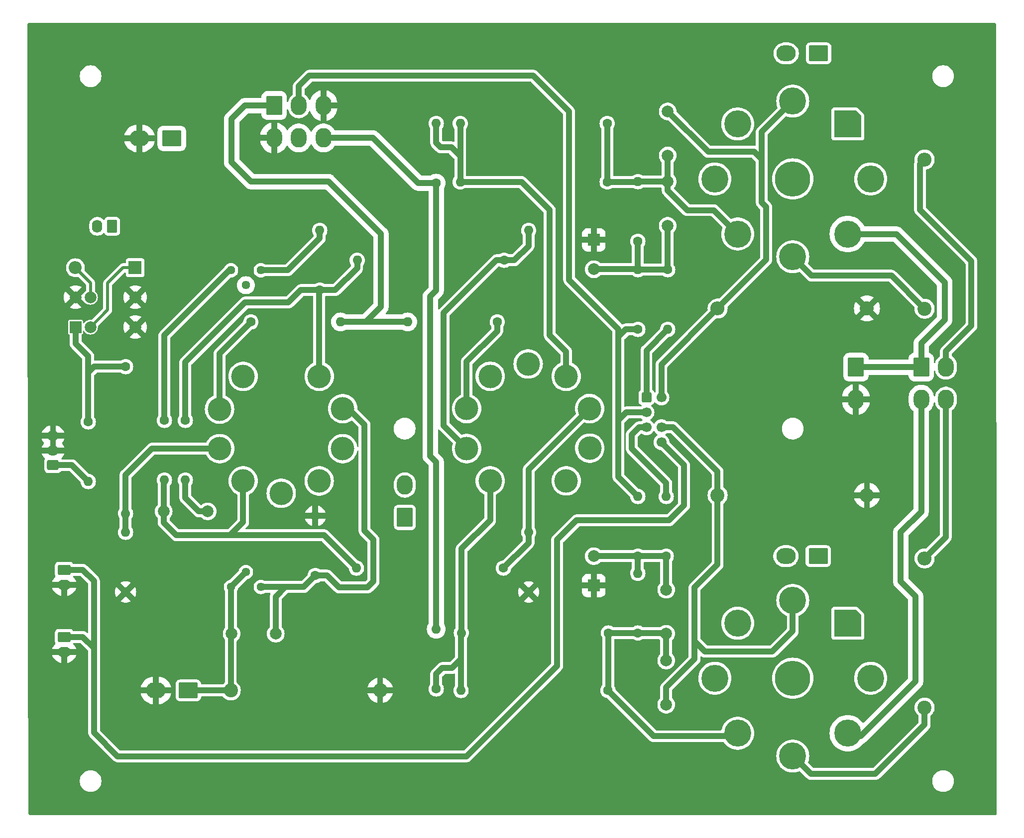
<source format=gbr>
%TF.GenerationSoftware,KiCad,Pcbnew,8.0.8*%
%TF.CreationDate,2025-02-12T00:11:01+01:00*%
%TF.ProjectId,Endstufe,456e6473-7475-4666-952e-6b696361645f,rev?*%
%TF.SameCoordinates,Original*%
%TF.FileFunction,Copper,L2,Bot*%
%TF.FilePolarity,Positive*%
%FSLAX46Y46*%
G04 Gerber Fmt 4.6, Leading zero omitted, Abs format (unit mm)*
G04 Created by KiCad (PCBNEW 8.0.8) date 2025-02-12 00:11:01*
%MOMM*%
%LPD*%
G01*
G04 APERTURE LIST*
G04 Aperture macros list*
%AMRoundRect*
0 Rectangle with rounded corners*
0 $1 Rounding radius*
0 $2 $3 $4 $5 $6 $7 $8 $9 X,Y pos of 4 corners*
0 Add a 4 corners polygon primitive as box body*
4,1,4,$2,$3,$4,$5,$6,$7,$8,$9,$2,$3,0*
0 Add four circle primitives for the rounded corners*
1,1,$1+$1,$2,$3*
1,1,$1+$1,$4,$5*
1,1,$1+$1,$6,$7*
1,1,$1+$1,$8,$9*
0 Add four rect primitives between the rounded corners*
20,1,$1+$1,$2,$3,$4,$5,0*
20,1,$1+$1,$4,$5,$6,$7,0*
20,1,$1+$1,$6,$7,$8,$9,0*
20,1,$1+$1,$8,$9,$2,$3,0*%
%AMOutline5P*
0 Free polygon, 5 corners , with rotation*
0 The origin of the aperture is its center*
0 number of corners: always 5*
0 $1 to $10 corner X, Y*
0 $11 Rotation angle, in degrees counterclockwise*
0 create outline with 5 corners*
4,1,5,$1,$2,$3,$4,$5,$6,$7,$8,$9,$10,$1,$2,$11*%
%AMOutline6P*
0 Free polygon, 6 corners , with rotation*
0 The origin of the aperture is its center*
0 number of corners: always 6*
0 $1 to $12 corner X, Y*
0 $13 Rotation angle, in degrees counterclockwise*
0 create outline with 6 corners*
4,1,6,$1,$2,$3,$4,$5,$6,$7,$8,$9,$10,$11,$12,$1,$2,$13*%
%AMOutline7P*
0 Free polygon, 7 corners , with rotation*
0 The origin of the aperture is its center*
0 number of corners: always 7*
0 $1 to $14 corner X, Y*
0 $15 Rotation angle, in degrees counterclockwise*
0 create outline with 7 corners*
4,1,7,$1,$2,$3,$4,$5,$6,$7,$8,$9,$10,$11,$12,$13,$14,$1,$2,$15*%
%AMOutline8P*
0 Free polygon, 8 corners , with rotation*
0 The origin of the aperture is its center*
0 number of corners: always 8*
0 $1 to $16 corner X, Y*
0 $17 Rotation angle, in degrees counterclockwise*
0 create outline with 8 corners*
4,1,8,$1,$2,$3,$4,$5,$6,$7,$8,$9,$10,$11,$12,$13,$14,$15,$16,$1,$2,$17*%
G04 Aperture macros list end*
%TA.AperFunction,ComponentPad*%
%ADD10C,2.000000*%
%TD*%
%TA.AperFunction,ComponentPad*%
%ADD11C,1.600000*%
%TD*%
%TA.AperFunction,ComponentPad*%
%ADD12O,1.600000X1.600000*%
%TD*%
%TA.AperFunction,ComponentPad*%
%ADD13RoundRect,0.250001X1.099999X1.399999X-1.099999X1.399999X-1.099999X-1.399999X1.099999X-1.399999X0*%
%TD*%
%TA.AperFunction,ComponentPad*%
%ADD14O,2.700000X3.300000*%
%TD*%
%TA.AperFunction,ComponentPad*%
%ADD15C,2.400000*%
%TD*%
%TA.AperFunction,ComponentPad*%
%ADD16O,2.400000X2.400000*%
%TD*%
%TA.AperFunction,ComponentPad*%
%ADD17R,2.200000X2.200000*%
%TD*%
%TA.AperFunction,ComponentPad*%
%ADD18O,2.200000X2.200000*%
%TD*%
%TA.AperFunction,ComponentPad*%
%ADD19RoundRect,0.250000X0.620000X0.845000X-0.620000X0.845000X-0.620000X-0.845000X0.620000X-0.845000X0*%
%TD*%
%TA.AperFunction,ComponentPad*%
%ADD20O,1.740000X2.190000*%
%TD*%
%TA.AperFunction,ComponentPad*%
%ADD21RoundRect,0.250001X-1.099999X-1.399999X1.099999X-1.399999X1.099999X1.399999X-1.099999X1.399999X0*%
%TD*%
%TA.AperFunction,ComponentPad*%
%ADD22RoundRect,0.250000X0.725000X-0.600000X0.725000X0.600000X-0.725000X0.600000X-0.725000X-0.600000X0*%
%TD*%
%TA.AperFunction,ComponentPad*%
%ADD23O,1.950000X1.700000*%
%TD*%
%TA.AperFunction,ComponentPad*%
%ADD24RoundRect,0.250000X-0.845000X0.620000X-0.845000X-0.620000X0.845000X-0.620000X0.845000X0.620000X0*%
%TD*%
%TA.AperFunction,ComponentPad*%
%ADD25O,2.190000X1.740000*%
%TD*%
%TA.AperFunction,ComponentPad*%
%ADD26RoundRect,0.250000X-0.600000X-0.600000X0.600000X-0.600000X0.600000X0.600000X-0.600000X0.600000X0*%
%TD*%
%TA.AperFunction,ComponentPad*%
%ADD27C,1.700000*%
%TD*%
%TA.AperFunction,ComponentPad*%
%ADD28RoundRect,0.250001X-1.399999X1.099999X-1.399999X-1.099999X1.399999X-1.099999X1.399999X1.099999X0*%
%TD*%
%TA.AperFunction,ComponentPad*%
%ADD29O,3.300000X2.700000*%
%TD*%
%TA.AperFunction,ComponentPad*%
%ADD30R,2.000000X2.000000*%
%TD*%
%TA.AperFunction,ComponentPad*%
%ADD31C,6.000000*%
%TD*%
%TA.AperFunction,ComponentPad*%
%ADD32Outline5P,-2.300000X2.300000X1.380000X2.300000X2.300000X1.380000X2.300000X-2.300000X-2.300000X-2.300000X0.000000*%
%TD*%
%TA.AperFunction,ComponentPad*%
%ADD33C,4.600000*%
%TD*%
%TA.AperFunction,ComponentPad*%
%ADD34C,4.000000*%
%TD*%
%TA.AperFunction,ComponentPad*%
%ADD35C,1.440000*%
%TD*%
%TA.AperFunction,ViaPad*%
%ADD36C,1.000000*%
%TD*%
%TA.AperFunction,Conductor*%
%ADD37C,1.000000*%
%TD*%
%TA.AperFunction,Conductor*%
%ADD38C,0.500000*%
%TD*%
G04 APERTURE END LIST*
D10*
X77724000Y-120396000D03*
X70224000Y-120396000D03*
D11*
X132307000Y-134112000D03*
D12*
X132307000Y-123952000D03*
D11*
X150876000Y-74422000D03*
D12*
X150876000Y-64262000D03*
D11*
X70358000Y-104902000D03*
D12*
X70358000Y-115062000D03*
D11*
X63754000Y-134112000D03*
D12*
X63754000Y-123952000D03*
D11*
X150876000Y-89408000D03*
D12*
X150876000Y-79248000D03*
D11*
X155956000Y-79248000D03*
D12*
X155956000Y-89408000D03*
D11*
X85063000Y-88138000D03*
D12*
X100303000Y-88138000D03*
D11*
X155702000Y-128016000D03*
D12*
X155702000Y-117856000D03*
D11*
X150876000Y-128016000D03*
D12*
X150876000Y-117856000D03*
D11*
X73914000Y-104902000D03*
D12*
X73914000Y-115062000D03*
D11*
X150876000Y-141097000D03*
D12*
X150876000Y-130937000D03*
D13*
X111252000Y-121412000D03*
D14*
X111252000Y-115912000D03*
D10*
X155956000Y-52304000D03*
X155956000Y-59804000D03*
D11*
X128016000Y-130048000D03*
D12*
X103016000Y-130048000D03*
D10*
X155956000Y-71762000D03*
X155956000Y-64262000D03*
D11*
X63754000Y-95758000D03*
D12*
X63754000Y-120758000D03*
D11*
X145796000Y-150876000D03*
D12*
X120796000Y-150876000D03*
D10*
X155702000Y-141224000D03*
X155702000Y-133724000D03*
D11*
X145856000Y-141097000D03*
D12*
X120856000Y-141097000D03*
D10*
X155702000Y-145796000D03*
X155702000Y-153296000D03*
D15*
X189838000Y-85852000D03*
D16*
X164438000Y-85852000D03*
D15*
X199644000Y-153797000D03*
D16*
X199644000Y-128397000D03*
D15*
X164438000Y-117649000D03*
D16*
X189838000Y-117649000D03*
D11*
X116586000Y-150622000D03*
D12*
X116586000Y-140462000D03*
D11*
X132307000Y-82724000D03*
D12*
X132307000Y-72564000D03*
D15*
X81641000Y-150876000D03*
D16*
X107041000Y-150876000D03*
D15*
X199644000Y-85899000D03*
D16*
X199644000Y-60499000D03*
D11*
X57404000Y-105156000D03*
D12*
X57404000Y-115316000D03*
D17*
X65378000Y-78914000D03*
D18*
X55218000Y-78914000D03*
D19*
X61468000Y-71862000D03*
D20*
X58928000Y-71862000D03*
D11*
X126973000Y-88138000D03*
D12*
X111733000Y-88138000D03*
D21*
X199068000Y-95810000D03*
D14*
X203268000Y-95810000D03*
X199068000Y-101310000D03*
X203268000Y-101310000D03*
D22*
X51408000Y-112529000D03*
D23*
X51408000Y-110029000D03*
X51408000Y-107529000D03*
D24*
X53313000Y-130349000D03*
D25*
X53313000Y-132889000D03*
D26*
X152342000Y-100996000D03*
D27*
X154882000Y-100996000D03*
X152342000Y-103536000D03*
X154882000Y-103536000D03*
X152342000Y-106076000D03*
X154882000Y-106076000D03*
X152342000Y-108616000D03*
X154882000Y-108616000D03*
D11*
X96012000Y-131318000D03*
D12*
X96012000Y-121158000D03*
D24*
X53313000Y-141779000D03*
D25*
X53313000Y-144319000D03*
D10*
X89288000Y-141224000D03*
X81788000Y-141224000D03*
D11*
X116586000Y-64516000D03*
D12*
X116586000Y-54356000D03*
D11*
X128143000Y-77644000D03*
D12*
X103143000Y-77644000D03*
D21*
X89018000Y-51308000D03*
D14*
X93218000Y-51308000D03*
X97418000Y-51308000D03*
X89018000Y-56808000D03*
X93218000Y-56808000D03*
X97418000Y-56808000D03*
D11*
X145669000Y-64309000D03*
D12*
X120669000Y-64309000D03*
D11*
X145669000Y-54356000D03*
D12*
X120669000Y-54356000D03*
D28*
X181610000Y-42418000D03*
D29*
X176110000Y-42418000D03*
D28*
X181558000Y-128016000D03*
D29*
X176058000Y-128016000D03*
D11*
X96774000Y-82724000D03*
D12*
X96774000Y-72564000D03*
D28*
X71628000Y-56896000D03*
D29*
X66128000Y-56896000D03*
D28*
X74422000Y-150876000D03*
D29*
X68922000Y-150876000D03*
D21*
X187960000Y-95846000D03*
D14*
X187960000Y-101346000D03*
D30*
X143383000Y-74168000D03*
D10*
X143383000Y-79168000D03*
D30*
X143383000Y-133016000D03*
D10*
X143383000Y-128016000D03*
D30*
X55240500Y-89021500D03*
D10*
X57780500Y-89021500D03*
X65400500Y-89021500D03*
X65400500Y-83941500D03*
X57780500Y-83941500D03*
X55240500Y-83941500D03*
D31*
X177218000Y-63804000D03*
D32*
X186587165Y-54434835D03*
D33*
X190468000Y-63804000D03*
X186587165Y-73173165D03*
X177218000Y-77054000D03*
X167848835Y-73173165D03*
X163968000Y-63804000D03*
X167848835Y-54434835D03*
X177218000Y-50554000D03*
D31*
X177218000Y-148804000D03*
D32*
X186587165Y-139434835D03*
D33*
X190468000Y-148804000D03*
X186587165Y-158173165D03*
X177218000Y-162054000D03*
X167848835Y-158173165D03*
X163968000Y-148804000D03*
X167848835Y-139434835D03*
X177218000Y-135554000D03*
D34*
X125753683Y-115204146D03*
X121756625Y-109703947D03*
X121762127Y-102887170D03*
X125762583Y-97397396D03*
X132218000Y-95304000D03*
X138685666Y-97406287D03*
X142675670Y-102892675D03*
X142702880Y-109630753D03*
X138694565Y-115195238D03*
D35*
X81678000Y-133264000D03*
X84218000Y-130724000D03*
X86758000Y-133264000D03*
D34*
X96682317Y-97403854D03*
X100679375Y-102904053D03*
X100673873Y-109720830D03*
X96673417Y-115210604D03*
X90218000Y-117304000D03*
X83750334Y-115201713D03*
X79760330Y-109715325D03*
X79733120Y-102977247D03*
X83741435Y-97412762D03*
D35*
X86758000Y-79344000D03*
X84218000Y-81884000D03*
X81678000Y-79344000D03*
D36*
X109220000Y-66802000D03*
X205486000Y-82804000D03*
X74041000Y-49784000D03*
X120396000Y-118110000D03*
X207772000Y-64643000D03*
X150114000Y-148082000D03*
X50038000Y-60579000D03*
X50038000Y-71374000D03*
X90678000Y-97282000D03*
X185420000Y-48768000D03*
X129032000Y-149352000D03*
X73152000Y-121158000D03*
X61214000Y-119507000D03*
X207772000Y-156718000D03*
X88900000Y-127000000D03*
X120142000Y-77216000D03*
X132334000Y-143256000D03*
X94107000Y-141224000D03*
X131064000Y-104648000D03*
X81788000Y-41148000D03*
X117856000Y-109474000D03*
X101854000Y-115316000D03*
X153416000Y-76962000D03*
X177138000Y-117014000D03*
X109474000Y-129794000D03*
X168248000Y-108124000D03*
X89408000Y-71374000D03*
X82804000Y-169672000D03*
X170942000Y-85852000D03*
X126619000Y-138684000D03*
X168248000Y-92249000D03*
X63246000Y-169799000D03*
X125476000Y-41148000D03*
X150876000Y-83947000D03*
X190500000Y-68580000D03*
X93980000Y-165100000D03*
X196088000Y-169672000D03*
X116840000Y-169672000D03*
X62838000Y-144319000D03*
X154432000Y-68580000D03*
X173963000Y-139874000D03*
X141605000Y-138430000D03*
X107696000Y-41148000D03*
X50038000Y-98552000D03*
X93953000Y-152574000D03*
X142848000Y-41449000D03*
X119380000Y-164846000D03*
X141351000Y-52705000D03*
X50038000Y-82423000D03*
X149606000Y-56769000D03*
X78232000Y-115570000D03*
X75438000Y-88900000D03*
X102362000Y-136906000D03*
X207772000Y-118237000D03*
X182853000Y-155114000D03*
X112014000Y-110744000D03*
X50292000Y-163449000D03*
X70866000Y-71374000D03*
X189838000Y-125984000D03*
X121793000Y-71755000D03*
X85471000Y-140081000D03*
X207772000Y-73660000D03*
X196596000Y-70104000D03*
X207899000Y-41275000D03*
X93953000Y-159559000D03*
X166640300Y-133199718D03*
X207772000Y-54356000D03*
X111252000Y-98806000D03*
X172466000Y-51562000D03*
X147928000Y-164639000D03*
X154813000Y-41402000D03*
X165598835Y-49969342D03*
X172058000Y-155114000D03*
X194056000Y-108124000D03*
X168656000Y-125984000D03*
X151638000Y-115570000D03*
X66548000Y-116332000D03*
X207772000Y-132207000D03*
X107696000Y-51816000D03*
X112268000Y-141224000D03*
X77470000Y-97536000D03*
X175895000Y-100203000D03*
X143256000Y-92202000D03*
X207772000Y-169672000D03*
X141732000Y-64262000D03*
X165073000Y-75739000D03*
X92456000Y-88138000D03*
X119126000Y-157480000D03*
X135890000Y-152654000D03*
X66294000Y-101854000D03*
X120048161Y-88138000D03*
X123245000Y-129303061D03*
X125476000Y-52705000D03*
X62357000Y-107188000D03*
X50038000Y-41148000D03*
X96012000Y-128270000D03*
X78232000Y-159512000D03*
X99695000Y-169672000D03*
X130556000Y-114300000D03*
X73787000Y-165481000D03*
X71882000Y-85598000D03*
X50165000Y-120396000D03*
X156718000Y-137668000D03*
X109728000Y-85090000D03*
X59663000Y-78914000D03*
X116586000Y-60452000D03*
X109728000Y-76708000D03*
X50038000Y-92329000D03*
X88900000Y-121666000D03*
X192278000Y-159004000D03*
X192278000Y-75692000D03*
X167640000Y-41402000D03*
X177138000Y-83359000D03*
X156097857Y-92070821D03*
X71628000Y-128524000D03*
X207772000Y-103886000D03*
X196215000Y-141351000D03*
X181610000Y-92202000D03*
X143002000Y-118284000D03*
X164084000Y-164592000D03*
X101600000Y-61722000D03*
X201168000Y-114300000D03*
X150622000Y-169672000D03*
X184404000Y-117348000D03*
X96774000Y-67310000D03*
X196977000Y-51562000D03*
X77978000Y-144399000D03*
X73787000Y-107569000D03*
X168656000Y-67310000D03*
X71628000Y-139319000D03*
X169291000Y-117094000D03*
X150876000Y-136017000D03*
X136144000Y-64262000D03*
X125068000Y-66849000D03*
X168275000Y-100330000D03*
X202538000Y-136699000D03*
X182218000Y-139874000D03*
X57404000Y-110236000D03*
X207772000Y-144399000D03*
X207772000Y-95123000D03*
X194056000Y-92202000D03*
X103632000Y-98298000D03*
X182853000Y-64309000D03*
X86614000Y-106172000D03*
X136144000Y-56769000D03*
X154686000Y-111506000D03*
X67564000Y-41148000D03*
X131318000Y-89916000D03*
X149606000Y-92202000D03*
X77851000Y-62611000D03*
X120294400Y-123412000D03*
X160274000Y-153416000D03*
X50292000Y-151511000D03*
X92964000Y-110998000D03*
X50038000Y-49784000D03*
X160020000Y-60198000D03*
X161266000Y-124460000D03*
X175768000Y-168402000D03*
X190119000Y-41275000D03*
X60298000Y-128444000D03*
D37*
X167848835Y-73173165D02*
X163796835Y-69121165D01*
X155956000Y-65786000D02*
X155956000Y-64262000D01*
X155956000Y-64262000D02*
X155956000Y-59804000D01*
X145669000Y-54356000D02*
X145669000Y-64309000D01*
X150876000Y-64262000D02*
X155956000Y-64262000D01*
X163796835Y-69121165D02*
X159291165Y-69121165D01*
X145669000Y-64309000D02*
X150829000Y-64309000D01*
X159291165Y-69121165D02*
X155956000Y-65786000D01*
X120669000Y-59944000D02*
X120669000Y-54356000D01*
X116586000Y-57658000D02*
X117348000Y-58420000D01*
X117348000Y-58420000D02*
X119145000Y-58420000D01*
X138685666Y-93219666D02*
X138685666Y-97406287D01*
X116586000Y-54356000D02*
X116586000Y-57658000D01*
X120669000Y-64309000D02*
X120669000Y-59944000D01*
X120669000Y-64309000D02*
X131111000Y-64309000D01*
X131111000Y-64309000D02*
X135890000Y-69088000D01*
X119145000Y-58420000D02*
X120669000Y-59944000D01*
X135890000Y-90424000D02*
X138685666Y-93219666D01*
X135890000Y-69088000D02*
X135890000Y-90424000D01*
X132307000Y-125757000D02*
X132307000Y-123952000D01*
X132307000Y-123952000D02*
X132307000Y-113261345D01*
X132307000Y-113261345D02*
X142675670Y-102892675D01*
X128016000Y-130048000D02*
X132307000Y-125757000D01*
X72390000Y-124460000D02*
X70224000Y-122294000D01*
X81534000Y-124460000D02*
X72390000Y-124460000D01*
X83750334Y-115201713D02*
X83750334Y-122243666D01*
X70224000Y-120396000D02*
X70224000Y-115196000D01*
X97536000Y-124460000D02*
X81534000Y-124460000D01*
X83750334Y-122243666D02*
X81534000Y-124460000D01*
X70224000Y-122294000D02*
X70224000Y-120396000D01*
X103016000Y-129940000D02*
X97536000Y-124460000D01*
X63754000Y-120758000D02*
X63754000Y-123952000D01*
X68231675Y-109715325D02*
X63754000Y-114193000D01*
X79760330Y-109715325D02*
X68231675Y-109715325D01*
X63754000Y-114193000D02*
X63754000Y-120758000D01*
X168430835Y-158673165D02*
X153593165Y-158673165D01*
X155702000Y-141224000D02*
X155702000Y-145796000D01*
X145856000Y-141097000D02*
X150876000Y-141097000D01*
X153593165Y-158673165D02*
X145796000Y-150876000D01*
X150876000Y-141097000D02*
X155575000Y-141097000D01*
X145856000Y-141097000D02*
X145856000Y-150816000D01*
X70358000Y-90424000D02*
X81438000Y-79344000D01*
X70358000Y-104902000D02*
X70358000Y-90424000D01*
X81438000Y-79344000D02*
X81678000Y-79344000D01*
X125753683Y-121896317D02*
X125753683Y-115204146D01*
X120904000Y-126746000D02*
X125753683Y-121896317D01*
X119272000Y-147066000D02*
X120796000Y-145542000D01*
X120796000Y-145542000D02*
X120796000Y-141157000D01*
X116586000Y-150622000D02*
X116586000Y-148082000D01*
X117602000Y-147066000D02*
X119272000Y-147066000D01*
X116586000Y-148082000D02*
X117602000Y-147066000D01*
X120904000Y-141049000D02*
X120904000Y-126746000D01*
X120796000Y-150876000D02*
X120796000Y-145542000D01*
X57404000Y-93980000D02*
X55240500Y-91816500D01*
X55240500Y-91816500D02*
X55240500Y-89021500D01*
X57404000Y-96774000D02*
X57404000Y-93980000D01*
X58420000Y-95758000D02*
X57404000Y-96774000D01*
X63754000Y-95758000D02*
X58420000Y-95758000D01*
X57404000Y-105156000D02*
X57404000Y-96774000D01*
X81788000Y-60960000D02*
X85090000Y-64262000D01*
X85090000Y-64262000D02*
X98298000Y-64262000D01*
X84074000Y-51308000D02*
X81788000Y-53594000D01*
X104648000Y-88138000D02*
X111733000Y-88138000D01*
X89018000Y-51308000D02*
X84074000Y-51308000D01*
X107188000Y-85598000D02*
X104648000Y-88138000D01*
X107188000Y-73152000D02*
X107188000Y-85598000D01*
X100303000Y-88138000D02*
X104648000Y-88138000D01*
X81788000Y-53594000D02*
X81788000Y-60960000D01*
X98298000Y-64262000D02*
X107188000Y-73152000D01*
X73914000Y-94996000D02*
X84074000Y-84836000D01*
X91440000Y-84836000D02*
X93552000Y-82724000D01*
X103143000Y-78975000D02*
X103143000Y-77644000D01*
X96682317Y-97403854D02*
X96682317Y-82815683D01*
X99394000Y-82724000D02*
X103143000Y-78975000D01*
X93552000Y-82724000D02*
X96774000Y-82724000D01*
X84074000Y-84836000D02*
X91440000Y-84836000D01*
X96774000Y-82724000D02*
X99394000Y-82724000D01*
X73914000Y-104902000D02*
X73914000Y-94996000D01*
X132307000Y-75211000D02*
X132307000Y-72564000D01*
X117856000Y-86614000D02*
X117856000Y-105803322D01*
X128143000Y-77644000D02*
X129874000Y-77644000D01*
X126826000Y-77644000D02*
X117856000Y-86614000D01*
X129874000Y-77644000D02*
X132307000Y-75211000D01*
X128143000Y-77644000D02*
X126826000Y-77644000D01*
X117856000Y-105803322D02*
X121756625Y-109703947D01*
X96774000Y-73914000D02*
X91344000Y-79344000D01*
X96774000Y-72564000D02*
X96774000Y-73914000D01*
X91344000Y-79344000D02*
X86758000Y-79344000D01*
X74422000Y-150876000D02*
X81641000Y-150876000D01*
X81678000Y-133264000D02*
X84218000Y-130724000D01*
X81641000Y-150876000D02*
X81641000Y-141371000D01*
X81678000Y-133264000D02*
X81678000Y-141114000D01*
X100076000Y-133350000D02*
X104902000Y-133350000D01*
X104394000Y-123698000D02*
X104394000Y-105618678D01*
X98044000Y-131318000D02*
X100076000Y-133350000D01*
X105918000Y-125222000D02*
X104394000Y-123698000D01*
X89288000Y-141224000D02*
X89288000Y-134908000D01*
X89288000Y-134908000D02*
X90932000Y-133264000D01*
X94066000Y-133264000D02*
X96012000Y-131318000D01*
X96012000Y-131318000D02*
X98044000Y-131318000D01*
X86758000Y-133264000D02*
X90932000Y-133264000D01*
X105918000Y-132334000D02*
X105918000Y-125222000D01*
X104902000Y-133350000D02*
X105918000Y-132334000D01*
X104394000Y-105618678D02*
X101679375Y-102904053D01*
X90932000Y-133264000D02*
X94066000Y-133264000D01*
D38*
X65378000Y-78914000D02*
X63326000Y-78914000D01*
X60706000Y-81534000D02*
X60706000Y-86096000D01*
X63326000Y-78914000D02*
X60706000Y-81534000D01*
X60706000Y-86096000D02*
X57780500Y-89021500D01*
D37*
X73914000Y-115062000D02*
X73914000Y-118110000D01*
X76200000Y-120396000D02*
X77724000Y-120396000D01*
X73914000Y-118110000D02*
X76200000Y-120396000D01*
D38*
X57780500Y-81476500D02*
X57780500Y-83941500D01*
X55218000Y-78914000D02*
X57780500Y-81476500D01*
D37*
X54617000Y-112529000D02*
X57404000Y-115316000D01*
X51408000Y-112529000D02*
X54617000Y-112529000D01*
X115570000Y-110998000D02*
X115570000Y-83820000D01*
X115570000Y-83820000D02*
X116586000Y-82804000D01*
X105830000Y-56808000D02*
X97418000Y-56808000D01*
X116586000Y-64516000D02*
X113538000Y-64516000D01*
X116586000Y-140462000D02*
X116586000Y-112014000D01*
X113538000Y-64516000D02*
X105830000Y-56808000D01*
X116586000Y-82804000D02*
X116586000Y-64516000D01*
X116586000Y-112014000D02*
X115570000Y-110998000D01*
X207618000Y-77824000D02*
X207618000Y-88800000D01*
X203268000Y-93150000D02*
X203268000Y-95810000D01*
X198855000Y-61288000D02*
X198855000Y-69061000D01*
X198855000Y-69061000D02*
X207618000Y-77824000D01*
X199644000Y-60499000D02*
X198855000Y-61288000D01*
X207618000Y-88800000D02*
X203268000Y-93150000D01*
X203268000Y-101310000D02*
X203268000Y-124773000D01*
X203268000Y-124773000D02*
X199644000Y-128397000D01*
X171958000Y-55814000D02*
X177218000Y-50554000D01*
X172720000Y-68580000D02*
X171958000Y-67818000D01*
X154882000Y-95408000D02*
X164438000Y-85852000D01*
X162834000Y-59182000D02*
X155956000Y-52304000D01*
X170688000Y-59182000D02*
X162834000Y-59182000D01*
X164438000Y-85852000D02*
X172720000Y-77570000D01*
X171958000Y-60452000D02*
X171958000Y-55814000D01*
X171958000Y-67818000D02*
X171958000Y-60452000D01*
X154882000Y-100996000D02*
X154882000Y-95408000D01*
X171958000Y-60452000D02*
X170688000Y-59182000D01*
X172720000Y-77570000D02*
X172720000Y-68580000D01*
X152342000Y-100996000D02*
X152342000Y-93022000D01*
X152342000Y-93022000D02*
X155956000Y-89408000D01*
X149860000Y-109728000D02*
X155702000Y-115570000D01*
X155702000Y-115570000D02*
X155702000Y-117856000D01*
X152342000Y-106076000D02*
X151099000Y-106076000D01*
X149860000Y-107315000D02*
X149860000Y-109728000D01*
X151099000Y-106076000D02*
X149860000Y-107315000D01*
X160528000Y-142494000D02*
X160528000Y-145542000D01*
X155702000Y-150368000D02*
X155702000Y-153296000D01*
X164438000Y-113638000D02*
X156876000Y-106076000D01*
X177218000Y-135554000D02*
X177218000Y-140790000D01*
X162306000Y-144272000D02*
X160528000Y-142494000D01*
X160528000Y-145542000D02*
X155702000Y-150368000D01*
X164438000Y-117649000D02*
X164438000Y-113638000D01*
X156876000Y-106076000D02*
X154882000Y-106076000D01*
X173736000Y-144272000D02*
X162306000Y-144272000D01*
X164438000Y-117649000D02*
X164438000Y-129440000D01*
X177218000Y-140790000D02*
X173736000Y-144272000D01*
X160528000Y-133350000D02*
X160528000Y-142494000D01*
X164438000Y-129440000D02*
X160528000Y-133350000D01*
X147574000Y-104902000D02*
X147574000Y-114554000D01*
X94996000Y-46228000D02*
X133096000Y-46228000D01*
X139192000Y-52324000D02*
X139192000Y-80973000D01*
X150876000Y-89408000D02*
X148844000Y-89408000D01*
X147574000Y-114554000D02*
X150876000Y-117856000D01*
X139192000Y-80973000D02*
X147574000Y-89355000D01*
X148844000Y-89408000D02*
X147574000Y-90678000D01*
X147574000Y-89355000D02*
X147574000Y-90678000D01*
X148940000Y-103536000D02*
X147574000Y-104902000D01*
X93218000Y-51308000D02*
X93218000Y-48006000D01*
X152342000Y-103536000D02*
X148940000Y-103536000D01*
X147574000Y-90678000D02*
X147574000Y-104902000D01*
X93218000Y-48006000D02*
X94996000Y-46228000D01*
X133096000Y-46228000D02*
X139192000Y-52324000D01*
X195580000Y-132334000D02*
X198120000Y-134874000D01*
X199068000Y-120464000D02*
X195580000Y-123952000D01*
X195580000Y-123952000D02*
X195580000Y-132334000D01*
X198120000Y-149352000D02*
X188798835Y-158673165D01*
X198120000Y-134874000D02*
X198120000Y-149352000D01*
X199068000Y-101310000D02*
X199068000Y-120464000D01*
X188798835Y-158673165D02*
X187169165Y-158673165D01*
X199068000Y-95810000D02*
X198068000Y-95810000D01*
X198032000Y-95846000D02*
X187960000Y-95846000D01*
X203073000Y-81407000D02*
X194839165Y-73173165D01*
X194839165Y-73173165D02*
X186587165Y-73173165D01*
X203073000Y-87757000D02*
X199068000Y-91762000D01*
X198068000Y-95810000D02*
X198032000Y-95846000D01*
X199068000Y-91762000D02*
X199068000Y-95810000D01*
X203073000Y-81407000D02*
X203073000Y-87757000D01*
X58393000Y-132254000D02*
X56488000Y-130349000D01*
X58393000Y-158088000D02*
X58393000Y-143684000D01*
X156210000Y-121920000D02*
X140462000Y-121920000D01*
X154882000Y-108654000D02*
X158750000Y-112522000D01*
X121746000Y-162099000D02*
X62404000Y-162099000D01*
X137160000Y-125222000D02*
X137160000Y-146685000D01*
X56488000Y-141779000D02*
X58393000Y-143684000D01*
X53313000Y-141779000D02*
X56488000Y-141779000D01*
X56488000Y-130349000D02*
X53313000Y-130349000D01*
X140462000Y-121920000D02*
X137160000Y-125222000D01*
X158750000Y-119380000D02*
X156210000Y-121920000D01*
X137160000Y-146685000D02*
X121746000Y-162099000D01*
X158750000Y-112522000D02*
X158750000Y-119380000D01*
X58393000Y-143684000D02*
X58393000Y-132254000D01*
X62404000Y-162099000D02*
X58393000Y-158088000D01*
X199644000Y-85899000D02*
X194009000Y-80264000D01*
X194009000Y-80264000D02*
X180428000Y-80264000D01*
X180428000Y-80264000D02*
X177218000Y-77054000D01*
X85063000Y-88165000D02*
X79733120Y-93494880D01*
X79733120Y-93494880D02*
X79733120Y-102977247D01*
X121762127Y-102887170D02*
X121762127Y-94899873D01*
X126973000Y-89689000D02*
X126973000Y-88138000D01*
X121762127Y-94899873D02*
X126973000Y-89689000D01*
X180346000Y-165100000D02*
X177800000Y-162554000D01*
X191262000Y-165100000D02*
X180346000Y-165100000D01*
X199644000Y-153797000D02*
X199644000Y-156718000D01*
X199644000Y-156718000D02*
X191262000Y-165100000D01*
X155702000Y-133724000D02*
X155702000Y-128016000D01*
X150876000Y-130937000D02*
X150876000Y-128016000D01*
X150876000Y-128016000D02*
X143383000Y-128016000D01*
X150876000Y-128016000D02*
X155702000Y-128016000D01*
X143383000Y-79168000D02*
X150796000Y-79168000D01*
X150876000Y-79248000D02*
X155956000Y-79248000D01*
X150876000Y-74422000D02*
X150876000Y-79248000D01*
X155956000Y-71762000D02*
X155956000Y-79248000D01*
%TA.AperFunction,Conductor*%
G36*
X211687674Y-37274502D02*
G01*
X211696237Y-37280522D01*
X211741544Y-37315273D01*
X211764802Y-37338520D01*
X211799570Y-37383805D01*
X211825188Y-37450018D01*
X211825628Y-37460478D01*
X211887369Y-171897126D01*
X211867398Y-171965256D01*
X211861353Y-171973860D01*
X211826503Y-172019304D01*
X211803242Y-172042576D01*
X211757814Y-172077448D01*
X211691599Y-172103061D01*
X211681091Y-172103500D01*
X47497582Y-172103500D01*
X47429461Y-172083498D01*
X47420966Y-172077530D01*
X47375839Y-172042959D01*
X47352590Y-172019752D01*
X47293311Y-171942673D01*
X47276852Y-171914249D01*
X47239511Y-171824460D01*
X47230960Y-171792745D01*
X47217002Y-171688114D01*
X47215896Y-171671690D01*
X47209225Y-168122839D01*
X47205578Y-166182709D01*
X55949500Y-166182709D01*
X55949500Y-166425290D01*
X55981160Y-166665782D01*
X56043944Y-166900095D01*
X56043945Y-166900097D01*
X56043946Y-166900100D01*
X56136776Y-167124212D01*
X56136777Y-167124213D01*
X56136782Y-167124224D01*
X56258061Y-167334285D01*
X56258063Y-167334288D01*
X56258064Y-167334289D01*
X56405735Y-167526738D01*
X56405739Y-167526742D01*
X56405744Y-167526748D01*
X56577251Y-167698255D01*
X56577256Y-167698259D01*
X56577262Y-167698265D01*
X56769711Y-167845936D01*
X56769714Y-167845938D01*
X56979775Y-167967217D01*
X56979779Y-167967218D01*
X56979788Y-167967224D01*
X57203900Y-168060054D01*
X57438211Y-168122838D01*
X57438215Y-168122838D01*
X57438217Y-168122839D01*
X57500202Y-168130999D01*
X57678712Y-168154500D01*
X57678719Y-168154500D01*
X57921281Y-168154500D01*
X57921288Y-168154500D01*
X58138637Y-168125885D01*
X58161782Y-168122839D01*
X58161782Y-168122838D01*
X58161789Y-168122838D01*
X58396100Y-168060054D01*
X58620212Y-167967224D01*
X58830289Y-167845936D01*
X59022738Y-167698265D01*
X59194265Y-167526738D01*
X59341936Y-167334289D01*
X59463224Y-167124212D01*
X59556054Y-166900100D01*
X59618838Y-166665789D01*
X59650500Y-166425288D01*
X59650500Y-166182712D01*
X59650500Y-166182709D01*
X200949500Y-166182709D01*
X200949500Y-166425290D01*
X200981160Y-166665782D01*
X201043944Y-166900095D01*
X201043945Y-166900097D01*
X201043946Y-166900100D01*
X201136776Y-167124212D01*
X201136777Y-167124213D01*
X201136782Y-167124224D01*
X201258061Y-167334285D01*
X201258063Y-167334288D01*
X201258064Y-167334289D01*
X201405735Y-167526738D01*
X201405739Y-167526742D01*
X201405744Y-167526748D01*
X201577251Y-167698255D01*
X201577256Y-167698259D01*
X201577262Y-167698265D01*
X201769711Y-167845936D01*
X201769714Y-167845938D01*
X201979775Y-167967217D01*
X201979779Y-167967218D01*
X201979788Y-167967224D01*
X202203900Y-168060054D01*
X202438211Y-168122838D01*
X202438215Y-168122838D01*
X202438217Y-168122839D01*
X202500202Y-168130999D01*
X202678712Y-168154500D01*
X202678719Y-168154500D01*
X202921281Y-168154500D01*
X202921288Y-168154500D01*
X203138637Y-168125885D01*
X203161782Y-168122839D01*
X203161782Y-168122838D01*
X203161789Y-168122838D01*
X203396100Y-168060054D01*
X203620212Y-167967224D01*
X203830289Y-167845936D01*
X204022738Y-167698265D01*
X204194265Y-167526738D01*
X204341936Y-167334289D01*
X204463224Y-167124212D01*
X204556054Y-166900100D01*
X204618838Y-166665789D01*
X204650500Y-166425288D01*
X204650500Y-166182712D01*
X204618838Y-165942211D01*
X204556054Y-165707900D01*
X204463224Y-165483788D01*
X204463218Y-165483779D01*
X204463217Y-165483775D01*
X204341938Y-165273714D01*
X204341936Y-165273711D01*
X204194265Y-165081262D01*
X204194259Y-165081256D01*
X204194255Y-165081251D01*
X204022748Y-164909744D01*
X204022742Y-164909739D01*
X204022738Y-164909735D01*
X203830289Y-164762064D01*
X203830288Y-164762063D01*
X203830285Y-164762061D01*
X203620224Y-164640782D01*
X203620216Y-164640778D01*
X203620212Y-164640776D01*
X203396100Y-164547946D01*
X203396097Y-164547945D01*
X203396095Y-164547944D01*
X203161782Y-164485160D01*
X202921290Y-164453500D01*
X202921288Y-164453500D01*
X202678712Y-164453500D01*
X202678709Y-164453500D01*
X202438217Y-164485160D01*
X202203904Y-164547944D01*
X202203900Y-164547946D01*
X202006234Y-164629822D01*
X201979786Y-164640777D01*
X201979775Y-164640782D01*
X201769714Y-164762061D01*
X201577262Y-164909735D01*
X201577251Y-164909744D01*
X201405744Y-165081251D01*
X201405735Y-165081262D01*
X201258061Y-165273714D01*
X201136782Y-165483775D01*
X201136777Y-165483786D01*
X201043946Y-165707900D01*
X201043944Y-165707904D01*
X200981160Y-165942217D01*
X200949500Y-166182709D01*
X59650500Y-166182709D01*
X59618838Y-165942211D01*
X59556054Y-165707900D01*
X59463224Y-165483788D01*
X59463218Y-165483779D01*
X59463217Y-165483775D01*
X59341938Y-165273714D01*
X59341936Y-165273711D01*
X59194265Y-165081262D01*
X59194259Y-165081256D01*
X59194255Y-165081251D01*
X59022748Y-164909744D01*
X59022742Y-164909739D01*
X59022738Y-164909735D01*
X58830289Y-164762064D01*
X58830288Y-164762063D01*
X58830285Y-164762061D01*
X58620224Y-164640782D01*
X58620216Y-164640778D01*
X58620212Y-164640776D01*
X58396100Y-164547946D01*
X58396097Y-164547945D01*
X58396095Y-164547944D01*
X58161782Y-164485160D01*
X57921290Y-164453500D01*
X57921288Y-164453500D01*
X57678712Y-164453500D01*
X57678709Y-164453500D01*
X57438217Y-164485160D01*
X57203904Y-164547944D01*
X57203900Y-164547946D01*
X57006234Y-164629822D01*
X56979786Y-164640777D01*
X56979775Y-164640782D01*
X56769714Y-164762061D01*
X56577262Y-164909735D01*
X56577251Y-164909744D01*
X56405744Y-165081251D01*
X56405735Y-165081262D01*
X56258061Y-165273714D01*
X56136782Y-165483775D01*
X56136777Y-165483786D01*
X56043946Y-165707900D01*
X56043944Y-165707904D01*
X55981160Y-165942217D01*
X55949500Y-166182709D01*
X47205578Y-166182709D01*
X47165421Y-144819000D01*
X51286009Y-144819000D01*
X51313440Y-144921376D01*
X51313442Y-144921380D01*
X51407251Y-145147855D01*
X51407256Y-145147866D01*
X51529813Y-145360141D01*
X51679043Y-145554622D01*
X51679052Y-145554632D01*
X51852367Y-145727947D01*
X51852377Y-145727956D01*
X52046858Y-145877186D01*
X52259133Y-145999743D01*
X52259144Y-145999748D01*
X52485619Y-146093557D01*
X52485623Y-146093558D01*
X52722405Y-146157004D01*
X52812999Y-146168931D01*
X53813000Y-146168931D01*
X53903594Y-146157004D01*
X54140376Y-146093558D01*
X54140380Y-146093557D01*
X54366855Y-145999748D01*
X54366866Y-145999743D01*
X54579141Y-145877186D01*
X54773622Y-145727956D01*
X54773632Y-145727947D01*
X54946947Y-145554632D01*
X54946956Y-145554622D01*
X55096186Y-145360141D01*
X55218743Y-145147866D01*
X55218748Y-145147855D01*
X55312557Y-144921380D01*
X55312559Y-144921376D01*
X55339991Y-144819000D01*
X53813000Y-144819000D01*
X53813000Y-146168931D01*
X52812999Y-146168931D01*
X52813000Y-146168930D01*
X52813000Y-144819000D01*
X51286009Y-144819000D01*
X47165421Y-144819000D01*
X47143936Y-133389000D01*
X51286009Y-133389000D01*
X51313440Y-133491376D01*
X51313442Y-133491380D01*
X51407251Y-133717855D01*
X51407256Y-133717866D01*
X51529813Y-133930141D01*
X51679043Y-134124622D01*
X51679052Y-134124632D01*
X51852367Y-134297947D01*
X51852377Y-134297956D01*
X52046858Y-134447186D01*
X52259133Y-134569743D01*
X52259144Y-134569748D01*
X52485619Y-134663557D01*
X52485623Y-134663558D01*
X52722405Y-134727004D01*
X52812999Y-134738931D01*
X53813000Y-134738931D01*
X53903594Y-134727004D01*
X54140376Y-134663558D01*
X54140380Y-134663557D01*
X54366855Y-134569748D01*
X54366866Y-134569743D01*
X54579141Y-134447186D01*
X54773622Y-134297956D01*
X54773632Y-134297947D01*
X54946947Y-134124632D01*
X54946956Y-134124622D01*
X55096186Y-133930141D01*
X55218743Y-133717866D01*
X55218748Y-133717855D01*
X55312557Y-133491380D01*
X55312559Y-133491376D01*
X55339991Y-133389000D01*
X53813000Y-133389000D01*
X53813000Y-134738931D01*
X52812999Y-134738931D01*
X52813000Y-134738930D01*
X52813000Y-133389000D01*
X51286009Y-133389000D01*
X47143936Y-133389000D01*
X47142056Y-132389000D01*
X51286008Y-132389000D01*
X52989026Y-132389000D01*
X52947662Y-132412882D01*
X52836882Y-132523662D01*
X52758548Y-132659339D01*
X52718000Y-132810667D01*
X52718000Y-132967333D01*
X52758548Y-133118661D01*
X52836882Y-133254338D01*
X52947662Y-133365118D01*
X53083339Y-133443452D01*
X53234667Y-133484000D01*
X53391333Y-133484000D01*
X53542661Y-133443452D01*
X53678338Y-133365118D01*
X53789118Y-133254338D01*
X53867452Y-133118661D01*
X53908000Y-132967333D01*
X53908000Y-132810667D01*
X53867452Y-132659339D01*
X53789118Y-132523662D01*
X53678338Y-132412882D01*
X53636974Y-132389000D01*
X55339991Y-132389000D01*
X55312559Y-132286623D01*
X55312557Y-132286619D01*
X55218748Y-132060144D01*
X55218743Y-132060133D01*
X55096186Y-131847858D01*
X54946956Y-131653377D01*
X54946947Y-131653367D01*
X54858175Y-131564595D01*
X54824149Y-131502283D01*
X54829214Y-131431468D01*
X54871761Y-131374632D01*
X54938281Y-131349821D01*
X54947270Y-131349500D01*
X56021390Y-131349500D01*
X56089511Y-131369502D01*
X56110485Y-131386405D01*
X57355595Y-132631515D01*
X57389621Y-132693827D01*
X57392500Y-132720610D01*
X57392500Y-140964388D01*
X57372498Y-141032509D01*
X57318842Y-141079002D01*
X57248568Y-141089106D01*
X57183988Y-141059612D01*
X57177405Y-141053484D01*
X57156430Y-141032509D01*
X57125782Y-141001861D01*
X56961914Y-140892368D01*
X56833165Y-140839038D01*
X56833164Y-140839037D01*
X56779843Y-140816951D01*
X56779836Y-140816949D01*
X56683188Y-140797724D01*
X56683188Y-140797723D01*
X56586546Y-140778500D01*
X56586541Y-140778500D01*
X54875410Y-140778500D01*
X54807289Y-140758498D01*
X54768169Y-140718647D01*
X54764777Y-140713148D01*
X54750712Y-140690344D01*
X54750711Y-140690343D01*
X54750706Y-140690337D01*
X54626662Y-140566293D01*
X54626656Y-140566288D01*
X54477334Y-140474185D01*
X54310803Y-140419002D01*
X54310791Y-140419000D01*
X54208017Y-140408500D01*
X52417990Y-140408500D01*
X52315202Y-140419000D01*
X52148665Y-140474185D01*
X51999343Y-140566288D01*
X51999337Y-140566293D01*
X51875293Y-140690337D01*
X51875288Y-140690343D01*
X51783185Y-140839665D01*
X51728002Y-141006196D01*
X51728000Y-141006208D01*
X51717500Y-141108982D01*
X51717500Y-142449009D01*
X51728000Y-142551797D01*
X51783185Y-142718334D01*
X51830416Y-142794907D01*
X51849153Y-142863387D01*
X51827894Y-142931126D01*
X51812271Y-142950149D01*
X51679043Y-143083377D01*
X51529813Y-143277858D01*
X51407256Y-143490133D01*
X51407251Y-143490144D01*
X51313442Y-143716619D01*
X51313440Y-143716623D01*
X51286008Y-143819000D01*
X52989026Y-143819000D01*
X52947662Y-143842882D01*
X52836882Y-143953662D01*
X52758548Y-144089339D01*
X52718000Y-144240667D01*
X52718000Y-144397333D01*
X52758548Y-144548661D01*
X52836882Y-144684338D01*
X52947662Y-144795118D01*
X53083339Y-144873452D01*
X53234667Y-144914000D01*
X53391333Y-144914000D01*
X53542661Y-144873452D01*
X53678338Y-144795118D01*
X53789118Y-144684338D01*
X53867452Y-144548661D01*
X53908000Y-144397333D01*
X53908000Y-144240667D01*
X53867452Y-144089339D01*
X53789118Y-143953662D01*
X53678338Y-143842882D01*
X53636974Y-143819000D01*
X55339991Y-143819000D01*
X55312559Y-143716623D01*
X55312557Y-143716619D01*
X55218748Y-143490144D01*
X55218743Y-143490133D01*
X55096186Y-143277858D01*
X54946956Y-143083377D01*
X54946947Y-143083367D01*
X54858175Y-142994595D01*
X54824149Y-142932283D01*
X54829214Y-142861468D01*
X54871761Y-142804632D01*
X54938281Y-142779821D01*
X54947270Y-142779500D01*
X56021390Y-142779500D01*
X56089511Y-142799502D01*
X56110485Y-142816405D01*
X57355595Y-144061515D01*
X57389621Y-144123827D01*
X57392500Y-144150610D01*
X57392500Y-158186543D01*
X57430948Y-158379833D01*
X57430949Y-158379836D01*
X57431560Y-158381312D01*
X57431564Y-158381331D01*
X57431568Y-158381330D01*
X57506368Y-158561914D01*
X57615861Y-158725782D01*
X57710178Y-158820099D01*
X57762400Y-158872321D01*
X57762406Y-158872326D01*
X61766219Y-162876140D01*
X61930086Y-162985632D01*
X62112165Y-163061052D01*
X62305460Y-163099501D01*
X62305461Y-163099501D01*
X62508754Y-163099501D01*
X62508774Y-163099500D01*
X121844536Y-163099500D01*
X121844540Y-163099500D01*
X121844541Y-163099500D01*
X121941188Y-163080275D01*
X122037836Y-163061051D01*
X122117835Y-163027914D01*
X122219914Y-162985632D01*
X122383782Y-162876139D01*
X122523139Y-162736782D01*
X122523140Y-162736779D01*
X122530316Y-162729604D01*
X122530322Y-162729596D01*
X123205918Y-162054000D01*
X174412754Y-162054000D01*
X174431721Y-162379658D01*
X174431721Y-162379664D01*
X174431722Y-162379669D01*
X174488370Y-162700934D01*
X174581931Y-163013451D01*
X174581933Y-163013457D01*
X174581934Y-163013458D01*
X174619049Y-163099501D01*
X174711141Y-163312992D01*
X174874251Y-163595508D01*
X174874260Y-163595520D01*
X174874262Y-163595523D01*
X175069057Y-163857178D01*
X175262858Y-164062595D01*
X175292923Y-164094462D01*
X175542823Y-164304153D01*
X175815377Y-164483414D01*
X176106899Y-164629822D01*
X176413446Y-164741396D01*
X176730874Y-164816628D01*
X176916025Y-164838269D01*
X177054886Y-164854500D01*
X177054889Y-164854500D01*
X177381114Y-164854500D01*
X177502616Y-164840298D01*
X177705126Y-164816628D01*
X178022554Y-164741396D01*
X178329101Y-164629822D01*
X178335529Y-164626593D01*
X178405378Y-164613894D01*
X178471008Y-164640974D01*
X178481174Y-164650094D01*
X179568860Y-165737781D01*
X179568861Y-165737782D01*
X179708218Y-165877139D01*
X179872086Y-165986632D01*
X180000834Y-166039961D01*
X180054164Y-166062051D01*
X180150812Y-166081275D01*
X180247459Y-166100500D01*
X180247460Y-166100500D01*
X180247464Y-166100500D01*
X191360536Y-166100500D01*
X191360540Y-166100500D01*
X191360541Y-166100500D01*
X191457188Y-166081275D01*
X191553836Y-166062051D01*
X191588721Y-166047600D01*
X191607156Y-166039965D01*
X191607159Y-166039963D01*
X191607165Y-166039961D01*
X191735914Y-165986632D01*
X191899782Y-165877139D01*
X192039139Y-165737782D01*
X192039140Y-165737779D01*
X192046316Y-165730604D01*
X192046322Y-165730596D01*
X200274596Y-157502322D01*
X200274604Y-157502316D01*
X200281779Y-157495140D01*
X200281782Y-157495139D01*
X200421139Y-157355782D01*
X200530632Y-157191914D01*
X200606051Y-157009835D01*
X200644500Y-156816541D01*
X200644500Y-155239584D01*
X200664502Y-155171463D01*
X200699524Y-155135476D01*
X200707217Y-155130232D01*
X200894050Y-154956877D01*
X201052959Y-154757612D01*
X201180393Y-154536888D01*
X201273508Y-154299637D01*
X201330222Y-154051157D01*
X201349268Y-153797000D01*
X201330222Y-153542843D01*
X201273508Y-153294363D01*
X201180393Y-153057112D01*
X201180392Y-153057111D01*
X201180391Y-153057107D01*
X201052961Y-152836391D01*
X201051168Y-152834143D01*
X200894050Y-152637123D01*
X200894049Y-152637122D01*
X200894046Y-152637118D01*
X200707222Y-152463773D01*
X200707217Y-152463768D01*
X200706661Y-152463389D01*
X200496643Y-152320200D01*
X200496636Y-152320196D01*
X200267008Y-152209612D01*
X200266995Y-152209607D01*
X200023468Y-152134489D01*
X200023458Y-152134487D01*
X199771435Y-152096500D01*
X199516565Y-152096500D01*
X199306545Y-152128155D01*
X199264541Y-152134487D01*
X199264531Y-152134489D01*
X199021004Y-152209607D01*
X199020991Y-152209612D01*
X198791363Y-152320196D01*
X198791356Y-152320200D01*
X198580789Y-152463763D01*
X198580777Y-152463773D01*
X198393953Y-152637118D01*
X198235038Y-152836391D01*
X198107608Y-153057107D01*
X198107605Y-153057115D01*
X198014491Y-153294364D01*
X197957778Y-153542839D01*
X197938732Y-153797000D01*
X197957778Y-154051160D01*
X198014491Y-154299635D01*
X198107605Y-154536884D01*
X198107608Y-154536892D01*
X198235038Y-154757608D01*
X198235040Y-154757611D01*
X198235041Y-154757612D01*
X198393950Y-154956877D01*
X198580783Y-155130232D01*
X198588474Y-155135475D01*
X198633492Y-155190372D01*
X198643500Y-155239584D01*
X198643500Y-156251390D01*
X198623498Y-156319511D01*
X198606595Y-156340485D01*
X190884485Y-164062595D01*
X190822173Y-164096621D01*
X190795390Y-164099500D01*
X180812612Y-164099500D01*
X180744491Y-164079498D01*
X180723517Y-164062596D01*
X179860388Y-163199468D01*
X179826363Y-163137155D01*
X179831427Y-163066340D01*
X179833771Y-163060504D01*
X179854069Y-163013451D01*
X179947630Y-162700934D01*
X180004278Y-162379669D01*
X180023246Y-162054000D01*
X180004278Y-161728331D01*
X179947630Y-161407066D01*
X179854069Y-161094549D01*
X179724859Y-160795008D01*
X179561749Y-160512492D01*
X179366943Y-160250823D01*
X179366942Y-160250821D01*
X179143080Y-160013541D01*
X179143079Y-160013540D01*
X179143077Y-160013538D01*
X178893177Y-159803847D01*
X178620623Y-159624586D01*
X178329101Y-159478178D01*
X178252523Y-159450306D01*
X178202624Y-159432144D01*
X178022554Y-159366604D01*
X177848157Y-159325271D01*
X177705127Y-159291372D01*
X177705121Y-159291371D01*
X177381114Y-159253500D01*
X177381111Y-159253500D01*
X177054889Y-159253500D01*
X177054886Y-159253500D01*
X176730878Y-159291371D01*
X176730872Y-159291372D01*
X176533669Y-159338110D01*
X176413446Y-159366604D01*
X176413443Y-159366604D01*
X176413443Y-159366605D01*
X176106903Y-159478176D01*
X175815375Y-159624587D01*
X175542821Y-159803848D01*
X175292925Y-160013536D01*
X175292919Y-160013541D01*
X175069057Y-160250821D01*
X174874262Y-160512476D01*
X174874244Y-160512503D01*
X174711144Y-160795002D01*
X174711135Y-160795020D01*
X174581934Y-161094541D01*
X174581931Y-161094549D01*
X174579017Y-161104284D01*
X174488370Y-161407065D01*
X174431721Y-161728335D01*
X174431721Y-161728341D01*
X174412754Y-162054000D01*
X123205918Y-162054000D01*
X134383918Y-150876000D01*
X144490532Y-150876000D01*
X144510365Y-151102695D01*
X144569260Y-151322493D01*
X144569262Y-151322498D01*
X144665433Y-151528737D01*
X144795948Y-151715134D01*
X144795957Y-151715144D01*
X144956855Y-151876042D01*
X144956865Y-151876051D01*
X145143262Y-152006566D01*
X145143261Y-152006566D01*
X145216580Y-152040755D01*
X145349504Y-152102739D01*
X145569304Y-152161634D01*
X145569305Y-152161634D01*
X145569308Y-152161635D01*
X145630370Y-152166977D01*
X145696485Y-152192839D01*
X145708481Y-152203402D01*
X152816025Y-159310946D01*
X152816026Y-159310947D01*
X152955383Y-159450304D01*
X153119251Y-159559797D01*
X153179612Y-159584799D01*
X153301329Y-159635216D01*
X153494624Y-159673665D01*
X153691705Y-159673665D01*
X165411277Y-159673665D01*
X165479398Y-159693667D01*
X165512344Y-159724423D01*
X165699892Y-159976343D01*
X165825372Y-160109344D01*
X165923758Y-160213627D01*
X166173658Y-160423318D01*
X166446212Y-160602579D01*
X166737734Y-160748987D01*
X167044281Y-160860561D01*
X167361709Y-160935793D01*
X167546860Y-160957434D01*
X167685721Y-160973665D01*
X167685724Y-160973665D01*
X168011949Y-160973665D01*
X168133451Y-160959463D01*
X168335961Y-160935793D01*
X168653389Y-160860561D01*
X168959936Y-160748987D01*
X169251458Y-160602579D01*
X169524012Y-160423318D01*
X169773912Y-160213627D01*
X169997778Y-159976342D01*
X170192584Y-159714673D01*
X170355694Y-159432157D01*
X170484904Y-159132616D01*
X170578465Y-158820099D01*
X170635113Y-158498834D01*
X170654081Y-158173165D01*
X183481780Y-158173165D01*
X183501305Y-158520855D01*
X183559636Y-158864169D01*
X183559638Y-158864178D01*
X183561986Y-158872327D01*
X183656045Y-159198813D01*
X183789305Y-159520530D01*
X183789310Y-159520541D01*
X183789317Y-159520553D01*
X183957753Y-159825318D01*
X183957757Y-159825325D01*
X184159274Y-160109337D01*
X184159279Y-160109344D01*
X184259630Y-160221636D01*
X184391326Y-160369004D01*
X184556228Y-160516370D01*
X184650985Y-160601050D01*
X184650988Y-160601052D01*
X184650989Y-160601053D01*
X184924344Y-160795008D01*
X184935004Y-160802572D01*
X184935011Y-160802576D01*
X185039924Y-160860559D01*
X185239789Y-160971020D01*
X185239799Y-160971024D01*
X185537994Y-161094541D01*
X185561521Y-161104286D01*
X185896152Y-161200692D01*
X186239472Y-161259024D01*
X186239471Y-161259024D01*
X186257958Y-161260062D01*
X186587165Y-161278550D01*
X186934858Y-161259024D01*
X187278178Y-161200692D01*
X187612809Y-161104286D01*
X187934541Y-160971020D01*
X188239329Y-160802570D01*
X188523341Y-160601053D01*
X188783004Y-160369004D01*
X189015053Y-160109341D01*
X189119088Y-159962715D01*
X189174819Y-159918735D01*
X189182902Y-159915799D01*
X189200711Y-159910013D01*
X189298054Y-159878385D01*
X189444343Y-159803847D01*
X189480446Y-159785452D01*
X189646054Y-159665131D01*
X199111966Y-150199219D01*
X199232287Y-150033611D01*
X199293257Y-149913949D01*
X199325220Y-149851219D01*
X199388477Y-149656534D01*
X199420500Y-149454352D01*
X199420500Y-134771648D01*
X199388477Y-134569466D01*
X199325220Y-134374781D01*
X199232287Y-134192390D01*
X199184881Y-134127141D01*
X199111967Y-134026782D01*
X199042791Y-133957606D01*
X198967219Y-133882034D01*
X196917405Y-131832220D01*
X196883379Y-131769908D01*
X196880500Y-131743125D01*
X196880500Y-124542875D01*
X196900502Y-124474754D01*
X196917405Y-124453780D01*
X200059961Y-121311224D01*
X200059966Y-121311219D01*
X200180287Y-121145611D01*
X200262279Y-120984692D01*
X200273220Y-120963219D01*
X200311082Y-120846691D01*
X200336477Y-120768535D01*
X200368500Y-120566352D01*
X200368500Y-120361648D01*
X200368500Y-103384872D01*
X200388502Y-103316751D01*
X200417797Y-103284909D01*
X200488965Y-103230300D01*
X200688300Y-103030965D01*
X200859912Y-102807317D01*
X201000863Y-102563183D01*
X201108742Y-102302739D01*
X201181704Y-102030442D01*
X201194372Y-101934219D01*
X201223092Y-101869295D01*
X201282357Y-101830202D01*
X201353349Y-101829357D01*
X201413528Y-101867026D01*
X201443788Y-101931251D01*
X201444215Y-101934219D01*
X201449160Y-101971783D01*
X201511944Y-102206095D01*
X201511945Y-102206097D01*
X201511946Y-102206100D01*
X201604776Y-102430212D01*
X201604777Y-102430213D01*
X201604782Y-102430224D01*
X201726061Y-102640285D01*
X201726063Y-102640288D01*
X201726064Y-102640289D01*
X201873735Y-102832738D01*
X201873739Y-102832742D01*
X201873744Y-102832748D01*
X202045251Y-103004255D01*
X202045261Y-103004264D01*
X202045262Y-103004265D01*
X202218205Y-103136968D01*
X202260071Y-103194305D01*
X202267500Y-103236930D01*
X202267500Y-124306389D01*
X202247498Y-124374510D01*
X202230595Y-124395484D01*
X199953842Y-126672236D01*
X199891530Y-126706262D01*
X199845969Y-126707734D01*
X199771435Y-126696500D01*
X199516565Y-126696500D01*
X199306545Y-126728155D01*
X199264541Y-126734487D01*
X199264531Y-126734489D01*
X199021004Y-126809607D01*
X199020991Y-126809612D01*
X198791363Y-126920196D01*
X198791356Y-126920200D01*
X198580789Y-127063763D01*
X198580777Y-127063773D01*
X198393953Y-127237118D01*
X198235038Y-127436391D01*
X198107608Y-127657107D01*
X198107605Y-127657115D01*
X198014491Y-127894364D01*
X197957778Y-128142839D01*
X197938732Y-128397000D01*
X197957778Y-128651160D01*
X198014491Y-128899635D01*
X198107605Y-129136884D01*
X198107608Y-129136892D01*
X198235038Y-129357608D01*
X198235040Y-129357611D01*
X198235041Y-129357612D01*
X198297019Y-129435330D01*
X198393953Y-129556881D01*
X198508301Y-129662979D01*
X198580783Y-129730232D01*
X198580789Y-129730236D01*
X198791356Y-129873799D01*
X198791363Y-129873803D01*
X198791366Y-129873805D01*
X198921502Y-129936475D01*
X199020991Y-129984387D01*
X199021004Y-129984392D01*
X199264531Y-130059510D01*
X199264534Y-130059510D01*
X199264542Y-130059513D01*
X199516565Y-130097500D01*
X199516570Y-130097500D01*
X199771430Y-130097500D01*
X199771435Y-130097500D01*
X200023458Y-130059513D01*
X200055621Y-130049592D01*
X200266995Y-129984392D01*
X200266997Y-129984390D01*
X200267004Y-129984389D01*
X200496634Y-129873805D01*
X200507349Y-129866500D01*
X200528182Y-129852295D01*
X200707217Y-129730232D01*
X200873220Y-129576204D01*
X200894046Y-129556881D01*
X200894046Y-129556879D01*
X200894050Y-129556877D01*
X201052959Y-129357612D01*
X201121591Y-129238737D01*
X201180391Y-129136892D01*
X201180393Y-129136888D01*
X201273508Y-128899637D01*
X201330222Y-128651157D01*
X201349268Y-128397000D01*
X201333345Y-128184527D01*
X201348201Y-128115106D01*
X201369895Y-128086023D01*
X203898596Y-125557322D01*
X203898604Y-125557316D01*
X203905779Y-125550140D01*
X203905782Y-125550139D01*
X204045139Y-125410782D01*
X204154632Y-125246914D01*
X204216404Y-125097782D01*
X204230051Y-125064836D01*
X204268500Y-124871540D01*
X204268500Y-124674460D01*
X204268500Y-103236930D01*
X204288502Y-103168809D01*
X204317793Y-103136969D01*
X204490738Y-103004265D01*
X204662265Y-102832738D01*
X204809936Y-102640289D01*
X204931224Y-102430212D01*
X205024054Y-102206100D01*
X205086838Y-101971789D01*
X205118500Y-101731288D01*
X205118500Y-100888712D01*
X205091552Y-100684016D01*
X205086839Y-100648217D01*
X205086838Y-100648215D01*
X205086838Y-100648211D01*
X205024054Y-100413900D01*
X204931224Y-100189788D01*
X204931218Y-100189779D01*
X204931217Y-100189775D01*
X204809938Y-99979714D01*
X204769753Y-99927344D01*
X204662265Y-99787262D01*
X204662259Y-99787256D01*
X204662255Y-99787251D01*
X204490748Y-99615744D01*
X204490742Y-99615739D01*
X204490738Y-99615735D01*
X204298289Y-99468064D01*
X204298288Y-99468063D01*
X204298285Y-99468061D01*
X204088224Y-99346782D01*
X204088216Y-99346778D01*
X204088212Y-99346776D01*
X203864100Y-99253946D01*
X203864097Y-99253945D01*
X203864095Y-99253944D01*
X203629782Y-99191160D01*
X203389290Y-99159500D01*
X203389288Y-99159500D01*
X203146712Y-99159500D01*
X203146709Y-99159500D01*
X202906217Y-99191160D01*
X202671904Y-99253944D01*
X202671900Y-99253946D01*
X202447786Y-99346777D01*
X202447775Y-99346782D01*
X202237714Y-99468061D01*
X202045262Y-99615735D01*
X202045251Y-99615744D01*
X201873744Y-99787251D01*
X201873735Y-99787262D01*
X201726061Y-99979714D01*
X201604782Y-100189775D01*
X201604777Y-100189786D01*
X201604776Y-100189788D01*
X201540075Y-100345991D01*
X201511946Y-100413900D01*
X201511944Y-100413904D01*
X201468149Y-100577351D01*
X201449755Y-100646000D01*
X201449161Y-100648215D01*
X201444215Y-100685781D01*
X201415491Y-100750707D01*
X201356225Y-100789798D01*
X201285234Y-100790641D01*
X201225056Y-100752970D01*
X201194797Y-100688744D01*
X201194372Y-100685781D01*
X201183215Y-100601042D01*
X201181705Y-100589565D01*
X201181704Y-100589564D01*
X201181704Y-100589558D01*
X201108742Y-100317261D01*
X201000863Y-100056817D01*
X201000857Y-100056808D01*
X201000856Y-100056804D01*
X200859914Y-99812686D01*
X200859909Y-99812679D01*
X200688307Y-99589043D01*
X200688288Y-99589022D01*
X200488977Y-99389711D01*
X200488956Y-99389692D01*
X200265320Y-99218090D01*
X200265313Y-99218085D01*
X200021195Y-99077143D01*
X200021187Y-99077139D01*
X200021183Y-99077137D01*
X199760739Y-98969258D01*
X199488442Y-98896296D01*
X199488440Y-98896295D01*
X199488434Y-98896294D01*
X199208953Y-98859500D01*
X199208951Y-98859500D01*
X198927049Y-98859500D01*
X198927046Y-98859500D01*
X198647565Y-98896294D01*
X198375261Y-98969258D01*
X198114815Y-99077138D01*
X198114804Y-99077143D01*
X197870686Y-99218085D01*
X197870679Y-99218090D01*
X197647043Y-99389692D01*
X197647022Y-99389711D01*
X197447711Y-99589022D01*
X197447692Y-99589043D01*
X197276090Y-99812679D01*
X197276085Y-99812686D01*
X197135143Y-100056804D01*
X197135138Y-100056815D01*
X197135137Y-100056817D01*
X197105450Y-100128489D01*
X197027258Y-100317261D01*
X196954294Y-100589565D01*
X196917500Y-100869046D01*
X196917500Y-101750953D01*
X196954294Y-102030434D01*
X196954295Y-102030440D01*
X196954296Y-102030442D01*
X197027258Y-102302739D01*
X197135137Y-102563183D01*
X197135138Y-102563184D01*
X197135143Y-102563195D01*
X197276085Y-102807313D01*
X197276090Y-102807320D01*
X197447692Y-103030956D01*
X197447711Y-103030977D01*
X197647024Y-103230290D01*
X197647041Y-103230305D01*
X197718203Y-103284909D01*
X197760071Y-103342247D01*
X197767500Y-103384872D01*
X197767500Y-119873124D01*
X197747498Y-119941245D01*
X197730595Y-119962219D01*
X194588038Y-123104775D01*
X194588036Y-123104778D01*
X194467713Y-123270388D01*
X194467710Y-123270392D01*
X194455428Y-123294499D01*
X194374780Y-123452779D01*
X194360472Y-123496815D01*
X194343151Y-123550123D01*
X194339130Y-123562499D01*
X194311524Y-123647460D01*
X194311523Y-123647463D01*
X194311523Y-123647465D01*
X194305917Y-123682861D01*
X194279500Y-123849648D01*
X194279500Y-132231648D01*
X194279500Y-132436352D01*
X194311523Y-132638535D01*
X194311524Y-132638539D01*
X194328234Y-132689965D01*
X194328234Y-132689966D01*
X194374778Y-132833215D01*
X194374780Y-132833220D01*
X194383285Y-132849911D01*
X194391791Y-132866604D01*
X194391792Y-132866606D01*
X194467710Y-133015607D01*
X194467713Y-133015611D01*
X194588034Y-133181219D01*
X194588036Y-133181221D01*
X194588038Y-133181224D01*
X196782595Y-135375780D01*
X196816620Y-135438092D01*
X196819500Y-135464875D01*
X196819500Y-148761124D01*
X196799498Y-148829245D01*
X196782595Y-148850219D01*
X189278601Y-156354212D01*
X189216289Y-156388238D01*
X189145474Y-156383173D01*
X189088638Y-156340626D01*
X189086745Y-156338030D01*
X189073605Y-156319511D01*
X189015053Y-156236989D01*
X188783004Y-155977326D01*
X188635636Y-155845630D01*
X188523344Y-155745279D01*
X188523337Y-155745274D01*
X188239325Y-155543757D01*
X188239318Y-155543753D01*
X188021567Y-155423407D01*
X187934541Y-155375310D01*
X187934534Y-155375307D01*
X187934530Y-155375305D01*
X187612813Y-155242045D01*
X187433452Y-155190372D01*
X187278178Y-155145638D01*
X187278172Y-155145637D01*
X187278169Y-155145636D01*
X186934852Y-155087305D01*
X186934858Y-155087305D01*
X186587165Y-155067780D01*
X186239474Y-155087305D01*
X185896160Y-155145636D01*
X185896154Y-155145637D01*
X185896152Y-155145638D01*
X185806512Y-155171463D01*
X185561516Y-155242045D01*
X185239799Y-155375305D01*
X185239776Y-155375317D01*
X184935011Y-155543753D01*
X184935004Y-155543757D01*
X184650992Y-155745274D01*
X184650985Y-155745279D01*
X184391326Y-155977326D01*
X184159279Y-156236985D01*
X184159274Y-156236992D01*
X183957757Y-156521004D01*
X183957753Y-156521011D01*
X183789317Y-156825776D01*
X183789305Y-156825799D01*
X183656045Y-157147516D01*
X183559636Y-157482160D01*
X183501305Y-157825474D01*
X183481780Y-158173165D01*
X170654081Y-158173165D01*
X170635113Y-157847496D01*
X170578465Y-157526231D01*
X170484904Y-157213714D01*
X170355694Y-156914173D01*
X170192584Y-156631657D01*
X170110206Y-156521004D01*
X169997777Y-156369986D01*
X169773915Y-156132706D01*
X169773914Y-156132705D01*
X169773912Y-156132703D01*
X169524012Y-155923012D01*
X169251458Y-155743751D01*
X168959936Y-155597343D01*
X168653389Y-155485769D01*
X168478992Y-155444436D01*
X168335962Y-155410537D01*
X168335956Y-155410536D01*
X168011949Y-155372665D01*
X168011946Y-155372665D01*
X167685724Y-155372665D01*
X167685721Y-155372665D01*
X167361713Y-155410536D01*
X167361707Y-155410537D01*
X167164504Y-155457275D01*
X167044281Y-155485769D01*
X167044278Y-155485769D01*
X167044278Y-155485770D01*
X166737738Y-155597341D01*
X166446210Y-155743752D01*
X166173656Y-155923013D01*
X165923760Y-156132701D01*
X165923754Y-156132706D01*
X165699892Y-156369986D01*
X165505097Y-156631641D01*
X165505079Y-156631668D01*
X165341979Y-156914167D01*
X165341970Y-156914185D01*
X165212769Y-157213706D01*
X165212767Y-157213712D01*
X165119205Y-157526229D01*
X165111744Y-157568546D01*
X165080216Y-157632158D01*
X165019302Y-157668627D01*
X164987658Y-157672665D01*
X154059776Y-157672665D01*
X153991655Y-157652663D01*
X153970681Y-157635760D01*
X147123402Y-150788481D01*
X147089376Y-150726169D01*
X147086978Y-150710382D01*
X147081635Y-150649308D01*
X147022739Y-150429504D01*
X146926568Y-150223266D01*
X146926565Y-150223262D01*
X146879286Y-150155739D01*
X146856599Y-150088464D01*
X146856500Y-150083469D01*
X146856500Y-142223500D01*
X146876502Y-142155379D01*
X146930158Y-142108886D01*
X146982500Y-142097500D01*
X149997781Y-142097500D01*
X150065902Y-142117502D01*
X150070051Y-142120287D01*
X150223262Y-142227566D01*
X150223261Y-142227566D01*
X150239920Y-142235334D01*
X150429504Y-142323739D01*
X150623337Y-142375676D01*
X150639981Y-142380136D01*
X150649308Y-142382635D01*
X150876000Y-142402468D01*
X151102692Y-142382635D01*
X151322496Y-142323739D01*
X151528734Y-142227568D01*
X151629831Y-142156780D01*
X151681949Y-142120287D01*
X151749223Y-142097599D01*
X151754219Y-142097500D01*
X154412322Y-142097500D01*
X154480443Y-142117502D01*
X154511756Y-142146112D01*
X154513841Y-142148791D01*
X154668201Y-142316471D01*
X154699622Y-142380136D01*
X154701500Y-142401808D01*
X154701500Y-144618192D01*
X154681498Y-144686313D01*
X154668201Y-144703529D01*
X154513835Y-144871214D01*
X154377826Y-145079393D01*
X154277938Y-145307115D01*
X154277935Y-145307122D01*
X154216893Y-145548171D01*
X154216892Y-145548177D01*
X154216892Y-145548179D01*
X154196357Y-145796000D01*
X154215630Y-146028595D01*
X154216893Y-146043828D01*
X154277935Y-146284877D01*
X154277938Y-146284884D01*
X154377826Y-146512606D01*
X154513835Y-146720785D01*
X154682249Y-146903732D01*
X154682254Y-146903736D01*
X154682256Y-146903738D01*
X154806991Y-147000823D01*
X154878490Y-147056473D01*
X154878491Y-147056474D01*
X155097190Y-147174828D01*
X155097192Y-147174829D01*
X155220677Y-147217221D01*
X155332386Y-147255571D01*
X155577665Y-147296500D01*
X155577669Y-147296500D01*
X155826331Y-147296500D01*
X155826335Y-147296500D01*
X156071614Y-147255571D01*
X156306810Y-147174828D01*
X156525509Y-147056474D01*
X156721744Y-146903738D01*
X156890164Y-146720785D01*
X157026173Y-146512607D01*
X157126063Y-146284881D01*
X157187108Y-146043821D01*
X157207643Y-145796000D01*
X157187108Y-145548179D01*
X157143328Y-145375295D01*
X157126064Y-145307122D01*
X157126061Y-145307115D01*
X157110877Y-145272500D01*
X157026173Y-145079393D01*
X157017941Y-145066793D01*
X156890164Y-144871214D01*
X156735799Y-144703529D01*
X156704378Y-144639864D01*
X156702500Y-144618192D01*
X156702500Y-142401808D01*
X156722502Y-142333687D01*
X156735799Y-142316471D01*
X156890164Y-142148785D01*
X156891910Y-142146112D01*
X157026173Y-141940607D01*
X157126063Y-141712881D01*
X157187108Y-141471821D01*
X157207643Y-141224000D01*
X157187108Y-140976179D01*
X157137049Y-140778500D01*
X157126064Y-140735122D01*
X157126061Y-140735115D01*
X157118837Y-140718647D01*
X157026173Y-140507393D01*
X157004477Y-140474185D01*
X156890164Y-140299214D01*
X156721750Y-140116267D01*
X156721742Y-140116261D01*
X156525509Y-139963526D01*
X156525508Y-139963525D01*
X156306809Y-139845171D01*
X156306807Y-139845170D01*
X156071618Y-139764430D01*
X156071609Y-139764428D01*
X156022836Y-139756289D01*
X155826335Y-139723500D01*
X155577665Y-139723500D01*
X155413953Y-139750818D01*
X155332390Y-139764428D01*
X155332381Y-139764430D01*
X155097192Y-139845170D01*
X155097190Y-139845171D01*
X154878491Y-139963525D01*
X154878490Y-139963526D01*
X154811500Y-140015667D01*
X154762893Y-140053500D01*
X154741781Y-140069932D01*
X154675738Y-140095988D01*
X154664390Y-140096500D01*
X151754219Y-140096500D01*
X151686098Y-140076498D01*
X151681949Y-140073713D01*
X151528737Y-139966433D01*
X151528738Y-139966433D01*
X151322498Y-139870262D01*
X151322493Y-139870260D01*
X151102695Y-139811365D01*
X150876000Y-139791532D01*
X150649304Y-139811365D01*
X150429506Y-139870260D01*
X150429501Y-139870262D01*
X150223262Y-139966433D01*
X150070051Y-140073713D01*
X150002777Y-140096401D01*
X149997781Y-140096500D01*
X146734219Y-140096500D01*
X146666098Y-140076498D01*
X146661949Y-140073713D01*
X146508737Y-139966433D01*
X146508738Y-139966433D01*
X146302498Y-139870262D01*
X146302493Y-139870260D01*
X146082695Y-139811365D01*
X145856000Y-139791532D01*
X145629304Y-139811365D01*
X145409506Y-139870260D01*
X145409501Y-139870262D01*
X145203262Y-139966433D01*
X145016865Y-140096948D01*
X145016855Y-140096957D01*
X144855957Y-140257855D01*
X144855948Y-140257865D01*
X144725433Y-140444262D01*
X144629262Y-140650501D01*
X144629260Y-140650506D01*
X144570365Y-140870304D01*
X144550532Y-141097000D01*
X144570365Y-141323695D01*
X144610986Y-141475293D01*
X144629261Y-141543496D01*
X144725432Y-141749734D01*
X144832713Y-141902949D01*
X144855401Y-141970221D01*
X144855500Y-141975218D01*
X144855500Y-149925123D01*
X144835498Y-149993244D01*
X144818595Y-150014218D01*
X144795957Y-150036855D01*
X144795948Y-150036865D01*
X144665433Y-150223262D01*
X144569262Y-150429501D01*
X144569260Y-150429506D01*
X144510365Y-150649304D01*
X144490532Y-150876000D01*
X134383918Y-150876000D01*
X137790596Y-147469322D01*
X137790604Y-147469316D01*
X137797779Y-147462140D01*
X137797782Y-147462139D01*
X137937139Y-147322782D01*
X138046632Y-147158914D01*
X138122051Y-146976835D01*
X138160500Y-146783541D01*
X138160500Y-134074003D01*
X141383000Y-134074003D01*
X141393609Y-134193326D01*
X141393609Y-134193329D01*
X141449559Y-134388865D01*
X141543721Y-134569131D01*
X141672247Y-134726752D01*
X141829868Y-134855278D01*
X142010134Y-134949440D01*
X142205671Y-135005390D01*
X142324996Y-135015999D01*
X142325003Y-135016000D01*
X142883000Y-135016000D01*
X143883000Y-135016000D01*
X144440997Y-135016000D01*
X144441003Y-135015999D01*
X144560326Y-135005390D01*
X144560329Y-135005390D01*
X144755865Y-134949440D01*
X144936131Y-134855278D01*
X145093752Y-134726752D01*
X145222278Y-134569131D01*
X145316440Y-134388865D01*
X145372390Y-134193329D01*
X145372390Y-134193326D01*
X145382999Y-134074003D01*
X145383000Y-134073997D01*
X145383000Y-133516000D01*
X143883000Y-133516000D01*
X143883000Y-135016000D01*
X142883000Y-135016000D01*
X142883000Y-133516000D01*
X141383000Y-133516000D01*
X141383000Y-134074003D01*
X138160500Y-134074003D01*
X138160500Y-132950174D01*
X142883000Y-132950174D01*
X142883000Y-133081826D01*
X142917075Y-133208993D01*
X142982901Y-133323007D01*
X143075993Y-133416099D01*
X143190007Y-133481925D01*
X143317174Y-133516000D01*
X143448826Y-133516000D01*
X143575993Y-133481925D01*
X143690007Y-133416099D01*
X143783099Y-133323007D01*
X143848925Y-133208993D01*
X143883000Y-133081826D01*
X143883000Y-132950174D01*
X143848925Y-132823007D01*
X143783099Y-132708993D01*
X143690007Y-132615901D01*
X143575993Y-132550075D01*
X143448826Y-132516000D01*
X143883000Y-132516000D01*
X145383000Y-132516000D01*
X145383000Y-131958003D01*
X145382999Y-131957996D01*
X145372390Y-131838673D01*
X145372390Y-131838670D01*
X145316440Y-131643134D01*
X145222278Y-131462868D01*
X145093752Y-131305247D01*
X144936131Y-131176721D01*
X144755865Y-131082559D01*
X144560328Y-131026609D01*
X144441003Y-131016000D01*
X143883000Y-131016000D01*
X143883000Y-132516000D01*
X143448826Y-132516000D01*
X143317174Y-132516000D01*
X143190007Y-132550075D01*
X143075993Y-132615901D01*
X142982901Y-132708993D01*
X142917075Y-132823007D01*
X142883000Y-132950174D01*
X138160500Y-132950174D01*
X138160500Y-131957996D01*
X141383000Y-131957996D01*
X141383000Y-132516000D01*
X142883000Y-132516000D01*
X142883000Y-131016000D01*
X142324996Y-131016000D01*
X142205673Y-131026609D01*
X142205670Y-131026609D01*
X142010134Y-131082559D01*
X141829868Y-131176721D01*
X141672247Y-131305247D01*
X141543721Y-131462868D01*
X141449559Y-131643134D01*
X141393609Y-131838670D01*
X141393609Y-131838673D01*
X141383000Y-131957996D01*
X138160500Y-131957996D01*
X138160500Y-128016000D01*
X141877357Y-128016000D01*
X141896141Y-128242695D01*
X141897893Y-128263828D01*
X141958935Y-128504877D01*
X141958938Y-128504884D01*
X142058826Y-128732606D01*
X142194835Y-128940785D01*
X142363249Y-129123732D01*
X142363254Y-129123736D01*
X142363256Y-129123738D01*
X142559490Y-129276473D01*
X142559491Y-129276474D01*
X142778190Y-129394828D01*
X142778192Y-129394829D01*
X142823127Y-129410255D01*
X143013386Y-129475571D01*
X143258665Y-129516500D01*
X143258669Y-129516500D01*
X143507331Y-129516500D01*
X143507335Y-129516500D01*
X143752614Y-129475571D01*
X143987810Y-129394828D01*
X144206509Y-129276474D01*
X144402744Y-129123738D01*
X144464031Y-129057161D01*
X144524882Y-129020592D01*
X144556731Y-129016500D01*
X149749500Y-129016500D01*
X149817621Y-129036502D01*
X149864114Y-129090158D01*
X149875500Y-129142500D01*
X149875500Y-130058779D01*
X149855498Y-130126900D01*
X149852714Y-130131049D01*
X149745431Y-130284266D01*
X149649262Y-130490501D01*
X149649260Y-130490506D01*
X149590365Y-130710304D01*
X149570532Y-130937000D01*
X149590365Y-131163695D01*
X149635901Y-131333635D01*
X149649261Y-131383496D01*
X149663158Y-131413298D01*
X149745433Y-131589737D01*
X149875948Y-131776134D01*
X149875957Y-131776144D01*
X150036855Y-131937042D01*
X150036865Y-131937051D01*
X150223262Y-132067566D01*
X150223261Y-132067566D01*
X150296580Y-132101755D01*
X150429504Y-132163739D01*
X150649308Y-132222635D01*
X150876000Y-132242468D01*
X151102692Y-132222635D01*
X151322496Y-132163739D01*
X151528734Y-132067568D01*
X151528737Y-132067566D01*
X151715134Y-131937051D01*
X151715136Y-131937048D01*
X151715139Y-131937047D01*
X151876047Y-131776139D01*
X151899164Y-131743125D01*
X152006566Y-131589737D01*
X152006566Y-131589736D01*
X152006568Y-131589734D01*
X152102739Y-131383496D01*
X152161635Y-131163692D01*
X152181468Y-130937000D01*
X152161635Y-130710308D01*
X152159070Y-130700737D01*
X152149565Y-130665262D01*
X152102739Y-130490504D01*
X152006568Y-130284266D01*
X151899286Y-130131049D01*
X151876599Y-130063775D01*
X151876500Y-130058779D01*
X151876500Y-129142500D01*
X151896502Y-129074379D01*
X151950158Y-129027886D01*
X152002500Y-129016500D01*
X154575500Y-129016500D01*
X154643621Y-129036502D01*
X154690114Y-129090158D01*
X154701500Y-129142500D01*
X154701500Y-132546192D01*
X154681498Y-132614313D01*
X154668201Y-132631529D01*
X154513835Y-132799214D01*
X154377826Y-133007393D01*
X154277938Y-133235115D01*
X154277935Y-133235122D01*
X154216893Y-133476171D01*
X154216892Y-133476177D01*
X154216892Y-133476179D01*
X154196357Y-133724000D01*
X154216162Y-133963014D01*
X154216893Y-133971828D01*
X154277935Y-134212877D01*
X154277938Y-134212884D01*
X154377826Y-134440606D01*
X154513835Y-134648785D01*
X154682249Y-134831732D01*
X154682254Y-134831736D01*
X154682256Y-134831738D01*
X154878490Y-134984473D01*
X154878491Y-134984474D01*
X155097190Y-135102828D01*
X155097192Y-135102829D01*
X155220677Y-135145221D01*
X155332386Y-135183571D01*
X155577665Y-135224500D01*
X155577669Y-135224500D01*
X155826331Y-135224500D01*
X155826335Y-135224500D01*
X156071614Y-135183571D01*
X156306810Y-135102828D01*
X156525509Y-134984474D01*
X156721744Y-134831738D01*
X156742254Y-134809459D01*
X156890164Y-134648785D01*
X156911478Y-134616161D01*
X157026173Y-134440607D01*
X157126063Y-134212881D01*
X157187108Y-133971821D01*
X157207643Y-133724000D01*
X157187108Y-133476179D01*
X157165031Y-133389000D01*
X157126064Y-133235122D01*
X157126061Y-133235115D01*
X157026173Y-133007393D01*
X156890164Y-132799214D01*
X156735799Y-132631529D01*
X156704378Y-132567864D01*
X156702500Y-132546192D01*
X156702500Y-128894218D01*
X156722502Y-128826097D01*
X156725262Y-128821983D01*
X156832568Y-128668734D01*
X156928739Y-128462496D01*
X156987635Y-128242692D01*
X157007468Y-128016000D01*
X156987635Y-127789308D01*
X156928739Y-127569504D01*
X156832568Y-127363266D01*
X156832567Y-127363265D01*
X156832566Y-127363262D01*
X156702051Y-127176865D01*
X156702042Y-127176855D01*
X156541144Y-127015957D01*
X156541134Y-127015948D01*
X156354737Y-126885433D01*
X156354738Y-126885433D01*
X156157076Y-126793262D01*
X156148496Y-126789261D01*
X156148494Y-126789260D01*
X156148493Y-126789260D01*
X155928695Y-126730365D01*
X155702000Y-126710532D01*
X155475304Y-126730365D01*
X155255506Y-126789260D01*
X155255501Y-126789262D01*
X155049262Y-126885433D01*
X154896051Y-126992713D01*
X154828777Y-127015401D01*
X154823781Y-127015500D01*
X151754219Y-127015500D01*
X151686098Y-126995498D01*
X151681949Y-126992713D01*
X151528737Y-126885433D01*
X151528738Y-126885433D01*
X151331076Y-126793262D01*
X151322496Y-126789261D01*
X151322494Y-126789260D01*
X151322493Y-126789260D01*
X151102695Y-126730365D01*
X150876000Y-126710532D01*
X150649304Y-126730365D01*
X150429506Y-126789260D01*
X150429501Y-126789262D01*
X150223262Y-126885433D01*
X150070051Y-126992713D01*
X150002777Y-127015401D01*
X149997781Y-127015500D01*
X144556731Y-127015500D01*
X144488610Y-126995498D01*
X144464034Y-126974841D01*
X144402744Y-126908262D01*
X144206509Y-126755526D01*
X144206508Y-126755525D01*
X143987809Y-126637171D01*
X143987807Y-126637170D01*
X143752618Y-126556430D01*
X143752609Y-126556428D01*
X143703836Y-126548289D01*
X143507335Y-126515500D01*
X143258665Y-126515500D01*
X143094953Y-126542818D01*
X143013390Y-126556428D01*
X143013381Y-126556430D01*
X142778192Y-126637170D01*
X142778190Y-126637171D01*
X142559491Y-126755525D01*
X142559490Y-126755526D01*
X142363249Y-126908267D01*
X142194835Y-127091214D01*
X142058826Y-127299393D01*
X141958938Y-127527115D01*
X141958935Y-127527122D01*
X141897893Y-127768171D01*
X141897892Y-127768177D01*
X141897892Y-127768179D01*
X141877357Y-128016000D01*
X138160500Y-128016000D01*
X138160500Y-125688610D01*
X138180502Y-125620489D01*
X138197405Y-125599515D01*
X140839515Y-122957405D01*
X140901827Y-122923379D01*
X140928610Y-122920500D01*
X156308541Y-122920500D01*
X156427602Y-122896817D01*
X156501836Y-122882051D01*
X156533724Y-122868842D01*
X156559002Y-122858372D01*
X156559005Y-122858370D01*
X156559011Y-122858368D01*
X156683914Y-122806632D01*
X156847782Y-122697139D01*
X156987139Y-122557782D01*
X156987139Y-122557780D01*
X156997506Y-122547414D01*
X156997509Y-122547409D01*
X159527139Y-120017782D01*
X159593236Y-119918861D01*
X159636632Y-119853914D01*
X159703423Y-119692666D01*
X159712051Y-119671836D01*
X159750500Y-119478541D01*
X159750500Y-119281460D01*
X159750500Y-112423459D01*
X159714894Y-112244457D01*
X159712051Y-112230164D01*
X159685064Y-112165013D01*
X159636632Y-112048086D01*
X159527139Y-111884218D01*
X159387782Y-111744861D01*
X159387781Y-111744860D01*
X159384620Y-111741699D01*
X159384605Y-111741685D01*
X156268049Y-108625129D01*
X156234023Y-108562817D01*
X156231623Y-108547016D01*
X156217063Y-108380592D01*
X156155903Y-108152337D01*
X156056035Y-107938171D01*
X156056034Y-107938170D01*
X156056033Y-107938167D01*
X155920501Y-107744607D01*
X155920498Y-107744603D01*
X155920495Y-107744599D01*
X155753401Y-107577505D01*
X155570180Y-107449212D01*
X155525853Y-107393756D01*
X155518544Y-107323137D01*
X155550575Y-107259776D01*
X155570181Y-107242787D01*
X155577956Y-107237343D01*
X155753401Y-107114495D01*
X155754491Y-107113405D01*
X155755087Y-107113079D01*
X155757608Y-107110964D01*
X155758033Y-107111470D01*
X155816803Y-107079379D01*
X155843586Y-107076500D01*
X156409390Y-107076500D01*
X156477511Y-107096502D01*
X156498485Y-107113405D01*
X163400595Y-114015515D01*
X163434621Y-114077827D01*
X163437500Y-114104610D01*
X163437500Y-116206415D01*
X163417498Y-116274536D01*
X163382481Y-116310519D01*
X163374790Y-116315762D01*
X163374777Y-116315773D01*
X163187953Y-116489118D01*
X163029038Y-116688391D01*
X162901608Y-116909107D01*
X162901605Y-116909115D01*
X162808491Y-117146364D01*
X162751778Y-117394839D01*
X162732732Y-117649000D01*
X162751778Y-117903160D01*
X162808491Y-118151635D01*
X162901605Y-118388884D01*
X162901608Y-118388892D01*
X163029038Y-118609608D01*
X163029040Y-118609611D01*
X163029041Y-118609612D01*
X163187950Y-118808877D01*
X163374783Y-118982232D01*
X163382474Y-118987475D01*
X163427492Y-119042372D01*
X163437500Y-119091584D01*
X163437500Y-128973389D01*
X163417498Y-129041510D01*
X163400595Y-129062484D01*
X159750863Y-132712215D01*
X159750858Y-132712222D01*
X159641368Y-132876085D01*
X159565950Y-133058161D01*
X159565949Y-133058164D01*
X159527500Y-133251455D01*
X159527500Y-145075389D01*
X159507498Y-145143510D01*
X159490595Y-145164484D01*
X154924863Y-149730215D01*
X154924858Y-149730222D01*
X154815368Y-149894085D01*
X154775901Y-149989368D01*
X154739949Y-150076163D01*
X154739947Y-150076170D01*
X154736416Y-150093924D01*
X154736416Y-150093927D01*
X154701500Y-150269455D01*
X154701500Y-152118192D01*
X154681498Y-152186313D01*
X154668201Y-152203529D01*
X154513835Y-152371214D01*
X154377826Y-152579393D01*
X154277938Y-152807115D01*
X154277935Y-152807122D01*
X154216893Y-153048171D01*
X154216892Y-153048177D01*
X154216892Y-153048179D01*
X154216152Y-153057112D01*
X154196357Y-153296000D01*
X154216893Y-153543828D01*
X154277935Y-153784877D01*
X154277938Y-153784884D01*
X154377826Y-154012606D01*
X154513835Y-154220785D01*
X154682249Y-154403732D01*
X154682254Y-154403736D01*
X154682256Y-154403738D01*
X154853322Y-154536884D01*
X154878490Y-154556473D01*
X154878491Y-154556474D01*
X155097190Y-154674828D01*
X155097192Y-154674829D01*
X155220677Y-154717221D01*
X155332386Y-154755571D01*
X155577665Y-154796500D01*
X155577669Y-154796500D01*
X155826331Y-154796500D01*
X155826335Y-154796500D01*
X156071614Y-154755571D01*
X156306810Y-154674828D01*
X156525509Y-154556474D01*
X156721744Y-154403738D01*
X156890164Y-154220785D01*
X157026173Y-154012607D01*
X157126063Y-153784881D01*
X157187108Y-153543821D01*
X157207643Y-153296000D01*
X157187108Y-153048179D01*
X157176325Y-153005598D01*
X157126064Y-152807122D01*
X157126061Y-152807115D01*
X157051493Y-152637118D01*
X157026173Y-152579393D01*
X157019194Y-152568711D01*
X156890164Y-152371214D01*
X156735799Y-152203529D01*
X156704378Y-152139864D01*
X156702500Y-152118192D01*
X156702500Y-150834610D01*
X156722502Y-150766489D01*
X156739405Y-150745515D01*
X158680920Y-148804000D01*
X161162754Y-148804000D01*
X161181721Y-149129658D01*
X161181721Y-149129664D01*
X161213050Y-149307338D01*
X161238370Y-149450934D01*
X161331931Y-149763451D01*
X161331933Y-149763457D01*
X161331934Y-149763458D01*
X161450147Y-150037507D01*
X161461141Y-150062992D01*
X161624251Y-150345508D01*
X161624260Y-150345520D01*
X161624262Y-150345523D01*
X161819057Y-150607178D01*
X162007632Y-150807056D01*
X162042923Y-150844462D01*
X162292823Y-151054153D01*
X162565377Y-151233414D01*
X162856899Y-151379822D01*
X163163446Y-151491396D01*
X163480874Y-151566628D01*
X163666025Y-151588269D01*
X163804886Y-151604500D01*
X163804889Y-151604500D01*
X164131114Y-151604500D01*
X164252616Y-151590298D01*
X164455126Y-151566628D01*
X164772554Y-151491396D01*
X165079101Y-151379822D01*
X165370623Y-151233414D01*
X165643177Y-151054153D01*
X165893077Y-150844462D01*
X166116943Y-150607177D01*
X166311749Y-150345508D01*
X166474859Y-150062992D01*
X166604069Y-149763451D01*
X166697630Y-149450934D01*
X166754278Y-149129669D01*
X166773246Y-148804000D01*
X166773246Y-148803993D01*
X173712696Y-148803993D01*
X173712696Y-148804006D01*
X173731896Y-149170395D01*
X173789294Y-149532792D01*
X173884259Y-149887205D01*
X174015740Y-150229726D01*
X174015744Y-150229734D01*
X174015745Y-150229736D01*
X174117671Y-150429776D01*
X174182318Y-150556652D01*
X174382143Y-150864358D01*
X174382155Y-150864375D01*
X174613038Y-151149492D01*
X174613052Y-151149507D01*
X174872492Y-151408947D01*
X174872507Y-151408961D01*
X175157624Y-151639844D01*
X175157641Y-151639856D01*
X175280594Y-151719702D01*
X175465348Y-151839682D01*
X175792264Y-152006255D01*
X175792268Y-152006256D01*
X175792273Y-152006259D01*
X176134794Y-152137740D01*
X176134799Y-152137741D01*
X176134801Y-152137742D01*
X176489206Y-152232705D01*
X176851596Y-152290102D01*
X176851598Y-152290102D01*
X176851604Y-152290103D01*
X177217994Y-152309304D01*
X177218000Y-152309304D01*
X177218006Y-152309304D01*
X177584395Y-152290103D01*
X177584399Y-152290102D01*
X177584404Y-152290102D01*
X177946794Y-152232705D01*
X178301199Y-152137742D01*
X178301202Y-152137740D01*
X178301205Y-152137740D01*
X178643726Y-152006259D01*
X178643727Y-152006258D01*
X178643736Y-152006255D01*
X178970652Y-151839682D01*
X179278366Y-151639851D01*
X179286829Y-151632998D01*
X179563492Y-151408961D01*
X179563497Y-151408955D01*
X179563506Y-151408949D01*
X179822949Y-151149506D01*
X179822955Y-151149497D01*
X179822961Y-151149492D01*
X180053844Y-150864375D01*
X180053845Y-150864372D01*
X180053851Y-150864366D01*
X180253682Y-150556652D01*
X180420255Y-150229736D01*
X180430556Y-150202901D01*
X180551740Y-149887205D01*
X180551742Y-149887199D01*
X180646705Y-149532794D01*
X180704102Y-149170404D01*
X180704102Y-149170399D01*
X180704103Y-149170395D01*
X180723304Y-148804006D01*
X180723304Y-148804000D01*
X187662754Y-148804000D01*
X187681721Y-149129658D01*
X187681721Y-149129664D01*
X187713050Y-149307338D01*
X187738370Y-149450934D01*
X187831931Y-149763451D01*
X187831933Y-149763457D01*
X187831934Y-149763458D01*
X187950147Y-150037507D01*
X187961141Y-150062992D01*
X188124251Y-150345508D01*
X188124260Y-150345520D01*
X188124262Y-150345523D01*
X188319057Y-150607178D01*
X188507632Y-150807056D01*
X188542923Y-150844462D01*
X188792823Y-151054153D01*
X189065377Y-151233414D01*
X189356899Y-151379822D01*
X189663446Y-151491396D01*
X189980874Y-151566628D01*
X190166025Y-151588269D01*
X190304886Y-151604500D01*
X190304889Y-151604500D01*
X190631114Y-151604500D01*
X190752616Y-151590298D01*
X190955126Y-151566628D01*
X191272554Y-151491396D01*
X191579101Y-151379822D01*
X191870623Y-151233414D01*
X192143177Y-151054153D01*
X192393077Y-150844462D01*
X192616943Y-150607177D01*
X192811749Y-150345508D01*
X192974859Y-150062992D01*
X193104069Y-149763451D01*
X193197630Y-149450934D01*
X193254278Y-149129669D01*
X193273246Y-148804000D01*
X193254278Y-148478331D01*
X193197630Y-148157066D01*
X193104069Y-147844549D01*
X192974859Y-147545008D01*
X192811749Y-147262492D01*
X192616943Y-147000823D01*
X192616942Y-147000821D01*
X192393080Y-146763541D01*
X192393079Y-146763540D01*
X192393077Y-146763538D01*
X192143177Y-146553847D01*
X191870623Y-146374586D01*
X191579101Y-146228178D01*
X191272554Y-146116604D01*
X191056930Y-146065500D01*
X190955127Y-146041372D01*
X190955121Y-146041371D01*
X190631114Y-146003500D01*
X190631111Y-146003500D01*
X190304889Y-146003500D01*
X190304886Y-146003500D01*
X189980878Y-146041371D01*
X189980872Y-146041372D01*
X189797962Y-146084723D01*
X189663446Y-146116604D01*
X189663443Y-146116604D01*
X189663443Y-146116605D01*
X189356903Y-146228176D01*
X189065375Y-146374587D01*
X188792821Y-146553848D01*
X188542925Y-146763536D01*
X188542919Y-146763541D01*
X188319057Y-147000821D01*
X188124262Y-147262476D01*
X188124244Y-147262503D01*
X187961144Y-147545002D01*
X187961135Y-147545020D01*
X187855390Y-147790165D01*
X187831931Y-147844549D01*
X187790344Y-147983459D01*
X187738370Y-148157065D01*
X187681721Y-148478335D01*
X187681721Y-148478341D01*
X187662754Y-148804000D01*
X180723304Y-148804000D01*
X180723304Y-148803993D01*
X180704103Y-148437604D01*
X180646705Y-148075207D01*
X180645143Y-148069379D01*
X180551742Y-147720801D01*
X180551741Y-147720799D01*
X180551740Y-147720794D01*
X180420259Y-147378273D01*
X180420255Y-147378265D01*
X180420255Y-147378264D01*
X180253682Y-147051348D01*
X180066777Y-146763538D01*
X180053856Y-146743641D01*
X180053844Y-146743624D01*
X179822961Y-146458507D01*
X179822947Y-146458492D01*
X179563507Y-146199052D01*
X179563492Y-146199038D01*
X179278375Y-145968155D01*
X179278358Y-145968143D01*
X178970652Y-145768318D01*
X178643734Y-145601744D01*
X178643726Y-145601740D01*
X178301205Y-145470259D01*
X177946792Y-145375294D01*
X177584395Y-145317896D01*
X177218006Y-145298696D01*
X177217994Y-145298696D01*
X176851604Y-145317896D01*
X176489207Y-145375294D01*
X176134794Y-145470259D01*
X175792273Y-145601740D01*
X175792265Y-145601744D01*
X175465347Y-145768318D01*
X175157641Y-145968143D01*
X175157624Y-145968155D01*
X174872507Y-146199038D01*
X174872492Y-146199052D01*
X174613052Y-146458492D01*
X174613038Y-146458507D01*
X174382155Y-146743624D01*
X174382143Y-146743641D01*
X174182318Y-147051347D01*
X174015744Y-147378265D01*
X174015740Y-147378273D01*
X173884259Y-147720794D01*
X173789294Y-148075207D01*
X173731896Y-148437604D01*
X173712696Y-148803993D01*
X166773246Y-148803993D01*
X166754278Y-148478331D01*
X166697630Y-148157066D01*
X166604069Y-147844549D01*
X166474859Y-147545008D01*
X166311749Y-147262492D01*
X166116943Y-147000823D01*
X166116942Y-147000821D01*
X165893080Y-146763541D01*
X165893079Y-146763540D01*
X165893077Y-146763538D01*
X165643177Y-146553847D01*
X165370623Y-146374586D01*
X165079101Y-146228178D01*
X164772554Y-146116604D01*
X164556930Y-146065500D01*
X164455127Y-146041372D01*
X164455121Y-146041371D01*
X164131114Y-146003500D01*
X164131111Y-146003500D01*
X163804889Y-146003500D01*
X163804886Y-146003500D01*
X163480878Y-146041371D01*
X163480872Y-146041372D01*
X163297962Y-146084723D01*
X163163446Y-146116604D01*
X163163443Y-146116604D01*
X163163443Y-146116605D01*
X162856903Y-146228176D01*
X162565375Y-146374587D01*
X162292821Y-146553848D01*
X162042925Y-146763536D01*
X162042919Y-146763541D01*
X161819057Y-147000821D01*
X161624262Y-147262476D01*
X161624244Y-147262503D01*
X161461144Y-147545002D01*
X161461135Y-147545020D01*
X161355390Y-147790165D01*
X161331931Y-147844549D01*
X161290344Y-147983459D01*
X161238370Y-148157065D01*
X161181721Y-148478335D01*
X161181721Y-148478341D01*
X161162754Y-148804000D01*
X158680920Y-148804000D01*
X158988500Y-148496420D01*
X161305140Y-146179781D01*
X161414632Y-146015914D01*
X161490052Y-145833835D01*
X161528500Y-145640540D01*
X161528500Y-145443459D01*
X161528500Y-145191511D01*
X161548502Y-145123390D01*
X161602158Y-145076897D01*
X161672432Y-145066793D01*
X161724499Y-145086745D01*
X161832086Y-145158632D01*
X161923125Y-145196341D01*
X161923126Y-145196341D01*
X161923127Y-145196342D01*
X161960834Y-145211961D01*
X162014165Y-145234052D01*
X162175389Y-145266121D01*
X162207459Y-145272500D01*
X162207460Y-145272500D01*
X173834536Y-145272500D01*
X173834540Y-145272500D01*
X173834541Y-145272500D01*
X173931188Y-145253275D01*
X174027836Y-145234051D01*
X174062721Y-145219600D01*
X174081156Y-145211965D01*
X174081159Y-145211963D01*
X174081165Y-145211961D01*
X174209914Y-145158632D01*
X174373782Y-145049139D01*
X174513139Y-144909782D01*
X174513139Y-144909780D01*
X174523509Y-144899411D01*
X174523512Y-144899406D01*
X177995140Y-141427781D01*
X178104632Y-141263914D01*
X178180052Y-141081835D01*
X178216800Y-140897086D01*
X178216801Y-140897086D01*
X178216801Y-140897080D01*
X178218500Y-140888541D01*
X178218500Y-138258302D01*
X178238502Y-138190181D01*
X178292158Y-138143688D01*
X178301366Y-138139916D01*
X178329101Y-138129822D01*
X178620623Y-137983414D01*
X178893177Y-137804153D01*
X179143077Y-137594462D01*
X179366943Y-137357177D01*
X179561749Y-137095508D01*
X179566686Y-137086956D01*
X183786665Y-137086956D01*
X183786665Y-141782699D01*
X183786667Y-141782720D01*
X183793073Y-141842315D01*
X183793073Y-141842316D01*
X183843366Y-141977161D01*
X183843368Y-141977164D01*
X183843369Y-141977166D01*
X183852133Y-141988873D01*
X183929618Y-142092381D01*
X183969493Y-142122231D01*
X184044834Y-142178631D01*
X184044836Y-142178631D01*
X184044838Y-142178633D01*
X184095325Y-142197463D01*
X184179679Y-142228925D01*
X184179682Y-142228926D01*
X184239292Y-142235335D01*
X188935037Y-142235334D01*
X188994648Y-142228926D01*
X189129496Y-142178631D01*
X189244711Y-142092381D01*
X189330961Y-141977166D01*
X189381256Y-141842318D01*
X189387665Y-141782708D01*
X189387664Y-138013860D01*
X189377105Y-137929785D01*
X189322028Y-137796819D01*
X189322025Y-137796815D01*
X189270050Y-137729907D01*
X189270030Y-137729885D01*
X188292105Y-136751959D01*
X188292087Y-136751943D01*
X188225183Y-136699971D01*
X188225179Y-136699970D01*
X188092215Y-136644895D01*
X188008142Y-136634335D01*
X188008137Y-136634335D01*
X184239300Y-136634335D01*
X184239279Y-136634337D01*
X184179684Y-136640743D01*
X184179683Y-136640743D01*
X184044838Y-136691036D01*
X184044835Y-136691038D01*
X183929618Y-136777288D01*
X183843368Y-136892505D01*
X183843366Y-136892508D01*
X183793074Y-137027350D01*
X183786665Y-137086956D01*
X179566686Y-137086956D01*
X179724859Y-136812992D01*
X179854069Y-136513451D01*
X179947630Y-136200934D01*
X180004278Y-135879669D01*
X180023246Y-135554000D01*
X180004278Y-135228331D01*
X179947630Y-134907066D01*
X179854069Y-134594549D01*
X179724859Y-134295008D01*
X179561749Y-134012492D01*
X179366943Y-133750823D01*
X179366942Y-133750821D01*
X179143080Y-133513541D01*
X179143079Y-133513540D01*
X179143077Y-133513538D01*
X178893177Y-133303847D01*
X178620623Y-133124586D01*
X178329101Y-132978178D01*
X178311528Y-132971782D01*
X178206977Y-132933728D01*
X178022554Y-132866604D01*
X177786538Y-132810667D01*
X177705127Y-132791372D01*
X177705121Y-132791371D01*
X177381114Y-132753500D01*
X177381111Y-132753500D01*
X177054889Y-132753500D01*
X177054886Y-132753500D01*
X176730878Y-132791371D01*
X176730872Y-132791372D01*
X176554325Y-132833215D01*
X176413446Y-132866604D01*
X176413443Y-132866604D01*
X176413443Y-132866605D01*
X176106903Y-132978176D01*
X175815375Y-133124587D01*
X175542821Y-133303848D01*
X175292925Y-133513536D01*
X175292919Y-133513541D01*
X175069057Y-133750821D01*
X174874262Y-134012476D01*
X174874244Y-134012503D01*
X174711144Y-134295002D01*
X174711135Y-134295020D01*
X174592631Y-134569743D01*
X174581931Y-134594549D01*
X174561271Y-134663558D01*
X174488370Y-134907065D01*
X174431721Y-135228335D01*
X174431721Y-135228341D01*
X174412754Y-135554000D01*
X174431721Y-135879658D01*
X174431721Y-135879664D01*
X174431722Y-135879669D01*
X174488370Y-136200934D01*
X174581931Y-136513451D01*
X174581933Y-136513457D01*
X174581934Y-136513458D01*
X174695739Y-136777288D01*
X174711141Y-136812992D01*
X174711144Y-136812997D01*
X174869313Y-137086956D01*
X174874251Y-137095508D01*
X174874260Y-137095520D01*
X174874262Y-137095523D01*
X175069057Y-137357178D01*
X175292919Y-137594458D01*
X175292923Y-137594462D01*
X175542823Y-137804153D01*
X175815377Y-137983414D01*
X176106899Y-138129822D01*
X176134596Y-138139902D01*
X176191764Y-138181992D01*
X176217103Y-138248313D01*
X176217500Y-138258302D01*
X176217500Y-140323389D01*
X176197498Y-140391510D01*
X176180595Y-140412484D01*
X173358485Y-143234595D01*
X173296173Y-143268621D01*
X173269390Y-143271500D01*
X162772611Y-143271500D01*
X162704490Y-143251498D01*
X162683516Y-143234595D01*
X161565405Y-142116484D01*
X161531379Y-142054172D01*
X161528500Y-142027389D01*
X161528500Y-139434835D01*
X165043589Y-139434835D01*
X165062556Y-139760493D01*
X165062556Y-139760499D01*
X165118276Y-140076498D01*
X165119205Y-140081769D01*
X165212766Y-140394286D01*
X165212768Y-140394292D01*
X165212769Y-140394293D01*
X165340473Y-140690344D01*
X165341976Y-140693827D01*
X165505086Y-140976343D01*
X165505095Y-140976355D01*
X165505097Y-140976358D01*
X165699892Y-141238013D01*
X165920485Y-141471828D01*
X165923758Y-141475297D01*
X166173658Y-141684988D01*
X166446212Y-141864249D01*
X166737734Y-142010657D01*
X167044281Y-142122231D01*
X167361709Y-142197463D01*
X167546860Y-142219104D01*
X167685721Y-142235335D01*
X167685724Y-142235335D01*
X168011949Y-142235335D01*
X168139346Y-142220444D01*
X168335961Y-142197463D01*
X168653389Y-142122231D01*
X168959936Y-142010657D01*
X169251458Y-141864249D01*
X169524012Y-141684988D01*
X169773912Y-141475297D01*
X169997778Y-141238012D01*
X170192584Y-140976343D01*
X170355694Y-140693827D01*
X170484904Y-140394286D01*
X170578465Y-140081769D01*
X170635113Y-139760504D01*
X170654081Y-139434835D01*
X170635113Y-139109166D01*
X170578465Y-138787901D01*
X170484904Y-138475384D01*
X170355694Y-138175843D01*
X170192584Y-137893327D01*
X169997778Y-137631658D01*
X169997777Y-137631656D01*
X169773915Y-137394376D01*
X169773914Y-137394375D01*
X169773912Y-137394373D01*
X169524012Y-137184682D01*
X169251458Y-137005421D01*
X168959936Y-136859013D01*
X168653389Y-136747439D01*
X168453102Y-136699970D01*
X168335962Y-136672207D01*
X168335956Y-136672206D01*
X168011949Y-136634335D01*
X168011946Y-136634335D01*
X167685724Y-136634335D01*
X167685721Y-136634335D01*
X167361713Y-136672206D01*
X167361707Y-136672207D01*
X167164504Y-136718945D01*
X167044281Y-136747439D01*
X167044278Y-136747439D01*
X167044278Y-136747440D01*
X166737738Y-136859011D01*
X166446210Y-137005422D01*
X166173656Y-137184683D01*
X165923760Y-137394371D01*
X165923754Y-137394376D01*
X165699892Y-137631656D01*
X165505097Y-137893311D01*
X165505079Y-137893338D01*
X165341979Y-138175837D01*
X165341970Y-138175855D01*
X165212769Y-138475376D01*
X165212767Y-138475382D01*
X165119205Y-138787900D01*
X165062556Y-139109170D01*
X165062556Y-139109176D01*
X165043589Y-139434835D01*
X161528500Y-139434835D01*
X161528500Y-133816609D01*
X161548502Y-133748488D01*
X161565400Y-133727519D01*
X165068596Y-130224322D01*
X165068604Y-130224316D01*
X165075779Y-130217140D01*
X165075782Y-130217139D01*
X165215139Y-130077782D01*
X165324632Y-129913914D01*
X165383392Y-129772054D01*
X165400051Y-129731836D01*
X165431008Y-129576203D01*
X165431010Y-129576196D01*
X165434642Y-129557936D01*
X165438500Y-129538541D01*
X165438500Y-127894709D01*
X173907500Y-127894709D01*
X173907500Y-128137290D01*
X173939160Y-128377782D01*
X174001944Y-128612095D01*
X174001945Y-128612097D01*
X174001946Y-128612100D01*
X174094776Y-128836212D01*
X174094777Y-128836213D01*
X174094782Y-128836224D01*
X174216061Y-129046285D01*
X174216063Y-129046288D01*
X174216064Y-129046289D01*
X174363735Y-129238738D01*
X174363739Y-129238742D01*
X174363744Y-129238748D01*
X174535251Y-129410255D01*
X174535256Y-129410259D01*
X174535262Y-129410265D01*
X174726331Y-129556877D01*
X174727714Y-129557938D01*
X174937775Y-129679217D01*
X174937779Y-129679218D01*
X174937788Y-129679224D01*
X175161900Y-129772054D01*
X175396211Y-129834838D01*
X175396215Y-129834838D01*
X175396217Y-129834839D01*
X175458202Y-129842999D01*
X175636712Y-129866500D01*
X175636719Y-129866500D01*
X176479281Y-129866500D01*
X176479288Y-129866500D01*
X176696637Y-129837885D01*
X176719782Y-129834839D01*
X176719782Y-129834838D01*
X176719789Y-129834838D01*
X176954100Y-129772054D01*
X177178212Y-129679224D01*
X177388289Y-129557936D01*
X177580738Y-129410265D01*
X177752265Y-129238738D01*
X177899936Y-129046289D01*
X178021224Y-128836212D01*
X178114054Y-128612100D01*
X178176838Y-128377789D01*
X178208500Y-128137288D01*
X178208500Y-127894712D01*
X178184999Y-127716202D01*
X178176839Y-127654217D01*
X178176838Y-127654215D01*
X178176838Y-127654211D01*
X178114054Y-127419900D01*
X178021224Y-127195788D01*
X178021218Y-127195779D01*
X178021217Y-127195775D01*
X177899938Y-126985714D01*
X177891592Y-126974837D01*
X177808066Y-126865983D01*
X179407500Y-126865983D01*
X179407500Y-129166016D01*
X179418000Y-129268791D01*
X179418002Y-129268803D01*
X179473184Y-129435330D01*
X179473185Y-129435332D01*
X179473186Y-129435334D01*
X179536845Y-129538541D01*
X179565289Y-129584655D01*
X179565294Y-129584661D01*
X179689338Y-129708705D01*
X179689344Y-129708710D01*
X179689345Y-129708711D01*
X179838666Y-129800814D01*
X179838668Y-129800814D01*
X179838669Y-129800815D01*
X180005196Y-129855997D01*
X180005197Y-129855997D01*
X180005203Y-129855999D01*
X180107983Y-129866499D01*
X180107983Y-129866500D01*
X180107992Y-129866500D01*
X183008017Y-129866500D01*
X183008016Y-129866499D01*
X183110797Y-129855999D01*
X183277334Y-129800814D01*
X183426655Y-129708711D01*
X183550711Y-129584655D01*
X183642814Y-129435334D01*
X183697999Y-129268797D01*
X183708499Y-129166016D01*
X183708500Y-129166016D01*
X183708500Y-126865983D01*
X183700661Y-126789260D01*
X183697999Y-126763203D01*
X183688483Y-126734487D01*
X183642815Y-126596669D01*
X183642814Y-126596668D01*
X183642814Y-126596666D01*
X183550711Y-126447345D01*
X183550710Y-126447344D01*
X183550705Y-126447338D01*
X183426661Y-126323294D01*
X183426655Y-126323289D01*
X183277334Y-126231186D01*
X183277332Y-126231185D01*
X183277330Y-126231184D01*
X183110803Y-126176002D01*
X183110791Y-126176000D01*
X183008016Y-126165500D01*
X183008008Y-126165500D01*
X180107992Y-126165500D01*
X180107983Y-126165500D01*
X180005208Y-126176000D01*
X180005196Y-126176002D01*
X179838669Y-126231184D01*
X179689344Y-126323289D01*
X179689338Y-126323294D01*
X179565294Y-126447338D01*
X179565289Y-126447344D01*
X179473184Y-126596669D01*
X179418002Y-126763196D01*
X179418000Y-126763208D01*
X179407500Y-126865983D01*
X177808066Y-126865983D01*
X177752265Y-126793262D01*
X177752259Y-126793256D01*
X177752255Y-126793251D01*
X177580748Y-126621744D01*
X177580742Y-126621739D01*
X177580738Y-126621735D01*
X177388289Y-126474064D01*
X177388288Y-126474063D01*
X177388285Y-126474061D01*
X177178224Y-126352782D01*
X177178216Y-126352778D01*
X177178212Y-126352776D01*
X176954100Y-126259946D01*
X176954097Y-126259945D01*
X176954095Y-126259944D01*
X176719782Y-126197160D01*
X176479290Y-126165500D01*
X176479288Y-126165500D01*
X175636712Y-126165500D01*
X175636709Y-126165500D01*
X175396217Y-126197160D01*
X175161904Y-126259944D01*
X175161900Y-126259946D01*
X174937786Y-126352777D01*
X174937775Y-126352782D01*
X174727714Y-126474061D01*
X174535262Y-126621735D01*
X174535251Y-126621744D01*
X174363744Y-126793251D01*
X174363735Y-126793262D01*
X174216061Y-126985714D01*
X174094782Y-127195775D01*
X174094777Y-127195786D01*
X174001946Y-127419900D01*
X174001944Y-127419904D01*
X173939160Y-127654217D01*
X173907500Y-127894709D01*
X165438500Y-127894709D01*
X165438500Y-119091584D01*
X165458502Y-119023463D01*
X165493524Y-118987476D01*
X165501217Y-118982232D01*
X165688050Y-118808877D01*
X165846959Y-118609612D01*
X165914456Y-118492702D01*
X165974391Y-118388892D01*
X165974393Y-118388888D01*
X166067508Y-118151637D01*
X166068110Y-118149000D01*
X187694356Y-118149000D01*
X187708404Y-118219622D01*
X187708406Y-118219632D01*
X187801101Y-118492702D01*
X187801107Y-118492716D01*
X187928653Y-118751357D01*
X188088876Y-118991146D01*
X188279028Y-119207971D01*
X188495853Y-119398123D01*
X188735642Y-119558346D01*
X188994283Y-119685892D01*
X188994297Y-119685898D01*
X189267377Y-119778596D01*
X189267384Y-119778598D01*
X189337999Y-119792643D01*
X189338000Y-119792643D01*
X190338000Y-119792643D01*
X190408615Y-119778598D01*
X190408622Y-119778596D01*
X190681702Y-119685898D01*
X190681716Y-119685892D01*
X190940357Y-119558346D01*
X191180146Y-119398123D01*
X191396971Y-119207971D01*
X191587123Y-118991146D01*
X191747346Y-118751357D01*
X191874892Y-118492716D01*
X191874898Y-118492702D01*
X191967593Y-118219632D01*
X191967595Y-118219622D01*
X191981644Y-118149000D01*
X190338000Y-118149000D01*
X190338000Y-119792643D01*
X189338000Y-119792643D01*
X189338000Y-118149000D01*
X187694356Y-118149000D01*
X166068110Y-118149000D01*
X166124222Y-117903157D01*
X166143268Y-117649000D01*
X166137349Y-117570009D01*
X189238000Y-117570009D01*
X189238000Y-117727991D01*
X189278889Y-117880591D01*
X189357881Y-118017408D01*
X189469592Y-118129119D01*
X189606409Y-118208111D01*
X189759009Y-118249000D01*
X189916991Y-118249000D01*
X190069591Y-118208111D01*
X190206408Y-118129119D01*
X190318119Y-118017408D01*
X190397111Y-117880591D01*
X190438000Y-117727991D01*
X190438000Y-117570009D01*
X190397111Y-117417409D01*
X190318119Y-117280592D01*
X190206408Y-117168881D01*
X190171973Y-117149000D01*
X190338000Y-117149000D01*
X191981643Y-117149000D01*
X191967595Y-117078377D01*
X191967593Y-117078367D01*
X191874898Y-116805297D01*
X191874892Y-116805283D01*
X191747346Y-116546642D01*
X191587123Y-116306853D01*
X191396971Y-116090028D01*
X191180146Y-115899876D01*
X190940357Y-115739653D01*
X190681716Y-115612107D01*
X190681702Y-115612101D01*
X190408632Y-115519406D01*
X190408622Y-115519404D01*
X190338000Y-115505356D01*
X190338000Y-117149000D01*
X190171973Y-117149000D01*
X190069591Y-117089889D01*
X189916991Y-117049000D01*
X189759009Y-117049000D01*
X189606409Y-117089889D01*
X189469592Y-117168881D01*
X189357881Y-117280592D01*
X189278889Y-117417409D01*
X189238000Y-117570009D01*
X166137349Y-117570009D01*
X166124222Y-117394843D01*
X166068110Y-117149000D01*
X187694356Y-117149000D01*
X189338000Y-117149000D01*
X189338000Y-115505356D01*
X189267377Y-115519404D01*
X189267367Y-115519406D01*
X188994297Y-115612101D01*
X188994283Y-115612107D01*
X188735642Y-115739653D01*
X188495853Y-115899876D01*
X188279028Y-116090028D01*
X188088876Y-116306853D01*
X187928653Y-116546642D01*
X187801107Y-116805283D01*
X187801101Y-116805297D01*
X187708406Y-117078367D01*
X187708404Y-117078377D01*
X187694356Y-117149000D01*
X166068110Y-117149000D01*
X166067508Y-117146363D01*
X165974393Y-116909112D01*
X165974392Y-116909111D01*
X165974391Y-116909107D01*
X165846961Y-116688391D01*
X165842872Y-116683264D01*
X165688050Y-116489123D01*
X165688049Y-116489122D01*
X165688046Y-116489118D01*
X165520099Y-116333288D01*
X165501217Y-116315768D01*
X165501212Y-116315764D01*
X165501209Y-116315762D01*
X165493519Y-116310519D01*
X165448504Y-116255618D01*
X165438500Y-116206415D01*
X165438500Y-113539458D01*
X165438499Y-113539455D01*
X165426701Y-113480144D01*
X165400051Y-113346165D01*
X165324632Y-113164086D01*
X165215139Y-113000218D01*
X165075782Y-112860861D01*
X165075781Y-112860860D01*
X165072620Y-112857699D01*
X165072605Y-112857685D01*
X158397629Y-106182709D01*
X175367500Y-106182709D01*
X175367500Y-106425290D01*
X175399160Y-106665782D01*
X175461944Y-106900095D01*
X175461945Y-106900097D01*
X175461946Y-106900100D01*
X175554776Y-107124212D01*
X175554777Y-107124213D01*
X175554782Y-107124224D01*
X175676061Y-107334285D01*
X175676063Y-107334288D01*
X175676064Y-107334289D01*
X175823735Y-107526738D01*
X175823739Y-107526742D01*
X175823744Y-107526748D01*
X175995251Y-107698255D01*
X175995256Y-107698259D01*
X175995262Y-107698265D01*
X176154767Y-107820657D01*
X176187714Y-107845938D01*
X176397775Y-107967217D01*
X176397779Y-107967218D01*
X176397788Y-107967224D01*
X176621900Y-108060054D01*
X176856211Y-108122838D01*
X176856215Y-108122838D01*
X176856217Y-108122839D01*
X176918202Y-108130999D01*
X177096712Y-108154500D01*
X177096719Y-108154500D01*
X177339281Y-108154500D01*
X177339288Y-108154500D01*
X177563868Y-108124934D01*
X177579782Y-108122839D01*
X177579782Y-108122838D01*
X177579789Y-108122838D01*
X177814100Y-108060054D01*
X178038212Y-107967224D01*
X178248289Y-107845936D01*
X178440738Y-107698265D01*
X178612265Y-107526738D01*
X178759936Y-107334289D01*
X178881224Y-107124212D01*
X178974054Y-106900100D01*
X179036838Y-106665789D01*
X179068500Y-106425288D01*
X179068500Y-106182712D01*
X179036838Y-105942211D01*
X178974054Y-105707900D01*
X178881224Y-105483788D01*
X178881218Y-105483779D01*
X178881217Y-105483775D01*
X178759938Y-105273714D01*
X178742532Y-105251030D01*
X178612265Y-105081262D01*
X178612259Y-105081256D01*
X178612255Y-105081251D01*
X178440748Y-104909744D01*
X178440742Y-104909739D01*
X178440738Y-104909735D01*
X178248289Y-104762064D01*
X178248288Y-104762063D01*
X178248285Y-104762061D01*
X178038224Y-104640782D01*
X178038216Y-104640778D01*
X178038212Y-104640776D01*
X177814100Y-104547946D01*
X177814097Y-104547945D01*
X177814095Y-104547944D01*
X177579782Y-104485160D01*
X177339290Y-104453500D01*
X177339288Y-104453500D01*
X177096712Y-104453500D01*
X177096709Y-104453500D01*
X176856217Y-104485160D01*
X176621904Y-104547944D01*
X176621900Y-104547946D01*
X176490765Y-104602264D01*
X176397786Y-104640777D01*
X176397775Y-104640782D01*
X176187714Y-104762061D01*
X175995262Y-104909735D01*
X175995251Y-104909744D01*
X175823744Y-105081251D01*
X175823735Y-105081262D01*
X175676061Y-105273714D01*
X175554782Y-105483775D01*
X175554777Y-105483786D01*
X175461946Y-105707900D01*
X175461944Y-105707904D01*
X175399160Y-105942217D01*
X175367500Y-106182709D01*
X158397629Y-106182709D01*
X157657549Y-105442629D01*
X157657540Y-105442619D01*
X157597613Y-105382692D01*
X157513782Y-105298861D01*
X157349914Y-105189368D01*
X157305683Y-105171047D01*
X157203429Y-105128692D01*
X157203428Y-105128692D01*
X157167836Y-105113949D01*
X157167834Y-105113948D01*
X157167833Y-105113948D01*
X157057788Y-105092059D01*
X157003508Y-105081262D01*
X156974541Y-105075500D01*
X155843586Y-105075500D01*
X155775465Y-105055498D01*
X155754491Y-105038595D01*
X155753403Y-105037507D01*
X155753397Y-105037502D01*
X155559830Y-104901965D01*
X155403063Y-104828863D01*
X155345663Y-104802097D01*
X155345661Y-104802096D01*
X155117411Y-104740937D01*
X154882000Y-104720341D01*
X154646588Y-104740937D01*
X154418338Y-104802096D01*
X154418334Y-104802098D01*
X154204167Y-104901966D01*
X154010607Y-105037498D01*
X154010596Y-105037507D01*
X153843507Y-105204596D01*
X153843502Y-105204602D01*
X153715213Y-105387819D01*
X153659756Y-105432147D01*
X153589137Y-105439456D01*
X153525776Y-105407425D01*
X153508787Y-105387819D01*
X153380497Y-105204602D01*
X153380492Y-105204596D01*
X153213403Y-105037507D01*
X153213397Y-105037502D01*
X153051712Y-104924289D01*
X153030180Y-104909212D01*
X152985853Y-104853756D01*
X152978544Y-104783137D01*
X153010575Y-104719776D01*
X153030181Y-104702787D01*
X153213401Y-104574495D01*
X153380495Y-104407401D01*
X153516035Y-104213830D01*
X153615903Y-103999663D01*
X153677063Y-103771408D01*
X153697659Y-103536000D01*
X153677063Y-103300592D01*
X153615903Y-103072337D01*
X153516035Y-102858171D01*
X153516034Y-102858170D01*
X153516033Y-102858167D01*
X153380501Y-102664607D01*
X153380498Y-102664603D01*
X153380495Y-102664599D01*
X153213401Y-102497505D01*
X153209511Y-102493615D01*
X153210657Y-102492468D01*
X153175450Y-102439544D01*
X153174328Y-102368556D01*
X153211763Y-102308231D01*
X153256137Y-102282535D01*
X153261334Y-102280814D01*
X153410656Y-102188712D01*
X153534712Y-102064656D01*
X153626814Y-101915334D01*
X153628535Y-101910138D01*
X153668946Y-101851768D01*
X153734502Y-101824510D01*
X153804388Y-101837022D01*
X153838895Y-101864230D01*
X153839615Y-101863511D01*
X153843505Y-101867401D01*
X154010599Y-102034495D01*
X154204170Y-102170035D01*
X154418337Y-102269903D01*
X154646592Y-102331063D01*
X154882000Y-102351659D01*
X155117408Y-102331063D01*
X155345663Y-102269903D01*
X155559830Y-102170035D01*
X155753401Y-102034495D01*
X155920495Y-101867401D01*
X155935480Y-101846000D01*
X185616052Y-101846000D01*
X185650207Y-102105438D01*
X185729938Y-102402998D01*
X185729940Y-102403002D01*
X185847828Y-102687609D01*
X185847833Y-102687620D01*
X186001856Y-102954396D01*
X186189381Y-103198781D01*
X186189400Y-103198802D01*
X186407197Y-103416599D01*
X186407218Y-103416618D01*
X186651603Y-103604143D01*
X186918379Y-103758166D01*
X186918390Y-103758171D01*
X187202997Y-103876059D01*
X187203001Y-103876061D01*
X187460000Y-103944923D01*
X188460000Y-103944923D01*
X188716998Y-103876061D01*
X188717002Y-103876059D01*
X189001609Y-103758171D01*
X189001620Y-103758166D01*
X189268396Y-103604143D01*
X189512781Y-103416618D01*
X189512802Y-103416599D01*
X189730599Y-103198802D01*
X189730618Y-103198781D01*
X189918143Y-102954396D01*
X190072166Y-102687620D01*
X190072171Y-102687609D01*
X190190059Y-102403002D01*
X190190061Y-102402998D01*
X190269792Y-102105438D01*
X190303948Y-101846000D01*
X188460000Y-101846000D01*
X188460000Y-103944923D01*
X187460000Y-103944923D01*
X187460000Y-101846000D01*
X185616052Y-101846000D01*
X155935480Y-101846000D01*
X156056035Y-101673830D01*
X156155903Y-101459663D01*
X156204832Y-101277056D01*
X187260000Y-101277056D01*
X187260000Y-101414944D01*
X187286901Y-101550182D01*
X187339668Y-101677574D01*
X187416274Y-101792224D01*
X187513776Y-101889726D01*
X187628426Y-101966332D01*
X187755818Y-102019099D01*
X187891056Y-102046000D01*
X188028944Y-102046000D01*
X188164182Y-102019099D01*
X188291574Y-101966332D01*
X188406224Y-101889726D01*
X188503726Y-101792224D01*
X188580332Y-101677574D01*
X188633099Y-101550182D01*
X188660000Y-101414944D01*
X188660000Y-101277056D01*
X188633099Y-101141818D01*
X188580332Y-101014426D01*
X188503726Y-100899776D01*
X188449950Y-100846000D01*
X188460000Y-100846000D01*
X190303948Y-100846000D01*
X190303948Y-100845999D01*
X190269792Y-100586561D01*
X190190061Y-100289001D01*
X190190059Y-100288997D01*
X190072171Y-100004390D01*
X190072166Y-100004379D01*
X189918143Y-99737603D01*
X189730618Y-99493218D01*
X189730599Y-99493197D01*
X189512802Y-99275400D01*
X189512781Y-99275381D01*
X189268396Y-99087856D01*
X189001620Y-98933833D01*
X189001609Y-98933828D01*
X188717002Y-98815940D01*
X188716987Y-98815935D01*
X188460000Y-98747074D01*
X188460000Y-100846000D01*
X188449950Y-100846000D01*
X188406224Y-100802274D01*
X188291574Y-100725668D01*
X188164182Y-100672901D01*
X188028944Y-100646000D01*
X187891056Y-100646000D01*
X187755818Y-100672901D01*
X187628426Y-100725668D01*
X187513776Y-100802274D01*
X187416274Y-100899776D01*
X187339668Y-101014426D01*
X187286901Y-101141818D01*
X187260000Y-101277056D01*
X156204832Y-101277056D01*
X156217063Y-101231408D01*
X156237659Y-100996000D01*
X156224535Y-100845999D01*
X185616051Y-100845999D01*
X185616052Y-100846000D01*
X187460000Y-100846000D01*
X187460000Y-98747074D01*
X187459999Y-98747074D01*
X187203012Y-98815935D01*
X187202997Y-98815940D01*
X186918390Y-98933828D01*
X186918379Y-98933833D01*
X186651603Y-99087856D01*
X186407218Y-99275381D01*
X186407197Y-99275400D01*
X186189400Y-99493197D01*
X186189381Y-99493218D01*
X186001856Y-99737603D01*
X185847833Y-100004379D01*
X185847828Y-100004390D01*
X185729940Y-100288997D01*
X185729938Y-100289001D01*
X185650207Y-100586561D01*
X185616051Y-100845999D01*
X156224535Y-100845999D01*
X156217063Y-100760592D01*
X156155903Y-100532337D01*
X156056035Y-100318171D01*
X156056034Y-100318170D01*
X156056033Y-100318167D01*
X155920501Y-100124607D01*
X155920498Y-100124603D01*
X155920495Y-100124599D01*
X155919405Y-100123509D01*
X155919079Y-100122912D01*
X155916964Y-100120392D01*
X155917470Y-100119966D01*
X155885379Y-100061197D01*
X155882500Y-100034414D01*
X155882500Y-95874609D01*
X155902502Y-95806488D01*
X155919400Y-95785519D01*
X163983581Y-87721337D01*
X188675766Y-87721337D01*
X188675767Y-87721338D01*
X188735642Y-87761345D01*
X188994283Y-87888892D01*
X188994297Y-87888898D01*
X189267367Y-87981593D01*
X189267380Y-87981596D01*
X189550212Y-88037855D01*
X189550230Y-88037858D01*
X189837997Y-88056720D01*
X189838003Y-88056720D01*
X190125769Y-88037858D01*
X190125787Y-88037855D01*
X190408619Y-87981596D01*
X190408632Y-87981593D01*
X190681702Y-87888898D01*
X190681716Y-87888892D01*
X190940356Y-87761345D01*
X191000232Y-87721337D01*
X189838001Y-86559106D01*
X189837999Y-86559106D01*
X188675766Y-87721337D01*
X163983581Y-87721337D01*
X164128157Y-87576761D01*
X164190467Y-87542737D01*
X164236028Y-87541265D01*
X164310565Y-87552500D01*
X164310569Y-87552500D01*
X164565430Y-87552500D01*
X164565435Y-87552500D01*
X164817458Y-87514513D01*
X164908634Y-87486389D01*
X165060995Y-87439392D01*
X165060997Y-87439390D01*
X165061004Y-87439389D01*
X165290634Y-87328805D01*
X165501217Y-87185232D01*
X165685512Y-87014232D01*
X165688046Y-87011881D01*
X165688046Y-87011879D01*
X165688050Y-87011877D01*
X165846959Y-86812612D01*
X165915689Y-86693568D01*
X165974391Y-86591892D01*
X165974393Y-86591888D01*
X166067508Y-86354637D01*
X166124222Y-86106157D01*
X166143268Y-85852000D01*
X166143268Y-85851996D01*
X187633280Y-85851996D01*
X187633280Y-85852003D01*
X187652141Y-86139769D01*
X187652144Y-86139787D01*
X187708403Y-86422619D01*
X187708406Y-86422632D01*
X187801101Y-86695702D01*
X187801107Y-86695716D01*
X187928654Y-86954357D01*
X187968661Y-87014232D01*
X189130894Y-85852000D01*
X189130894Y-85851999D01*
X189051904Y-85773009D01*
X189238000Y-85773009D01*
X189238000Y-85930991D01*
X189278889Y-86083591D01*
X189357881Y-86220408D01*
X189469592Y-86332119D01*
X189606409Y-86411111D01*
X189759009Y-86452000D01*
X189916991Y-86452000D01*
X190069591Y-86411111D01*
X190206408Y-86332119D01*
X190318119Y-86220408D01*
X190397111Y-86083591D01*
X190438000Y-85930991D01*
X190438000Y-85851998D01*
X190545106Y-85851998D01*
X190545106Y-85852001D01*
X191707337Y-87014232D01*
X191747345Y-86954356D01*
X191874892Y-86695716D01*
X191874898Y-86695702D01*
X191967593Y-86422632D01*
X191967596Y-86422619D01*
X192023855Y-86139787D01*
X192023858Y-86139769D01*
X192042720Y-85852003D01*
X192042720Y-85851996D01*
X192023858Y-85564230D01*
X192023855Y-85564212D01*
X191967596Y-85281380D01*
X191967593Y-85281367D01*
X191874898Y-85008297D01*
X191874892Y-85008283D01*
X191747345Y-84749642D01*
X191707338Y-84689767D01*
X191707337Y-84689766D01*
X190545106Y-85851998D01*
X190438000Y-85851998D01*
X190438000Y-85773009D01*
X190397111Y-85620409D01*
X190318119Y-85483592D01*
X190206408Y-85371881D01*
X190069591Y-85292889D01*
X189916991Y-85252000D01*
X189759009Y-85252000D01*
X189606409Y-85292889D01*
X189469592Y-85371881D01*
X189357881Y-85483592D01*
X189278889Y-85620409D01*
X189238000Y-85773009D01*
X189051904Y-85773009D01*
X187968661Y-84689766D01*
X187968660Y-84689766D01*
X187928656Y-84749639D01*
X187928650Y-84749649D01*
X187801107Y-85008283D01*
X187801101Y-85008297D01*
X187708406Y-85281367D01*
X187708403Y-85281380D01*
X187652144Y-85564212D01*
X187652141Y-85564230D01*
X187633280Y-85851996D01*
X166143268Y-85851996D01*
X166127345Y-85639527D01*
X166142201Y-85570106D01*
X166163895Y-85541023D01*
X167722259Y-83982660D01*
X188675766Y-83982660D01*
X188675766Y-83982661D01*
X189837999Y-85144894D01*
X189838001Y-85144894D01*
X191000232Y-83982661D01*
X190940357Y-83942654D01*
X190681716Y-83815107D01*
X190681702Y-83815101D01*
X190408632Y-83722406D01*
X190408619Y-83722403D01*
X190125787Y-83666144D01*
X190125769Y-83666141D01*
X189838003Y-83647280D01*
X189837997Y-83647280D01*
X189550230Y-83666141D01*
X189550212Y-83666144D01*
X189267380Y-83722403D01*
X189267367Y-83722406D01*
X188994297Y-83815101D01*
X188994283Y-83815107D01*
X188735649Y-83942650D01*
X188735639Y-83942656D01*
X188675766Y-83982660D01*
X167722259Y-83982660D01*
X173497140Y-78207781D01*
X173526727Y-78163500D01*
X173606632Y-78043914D01*
X173664640Y-77903870D01*
X173682051Y-77861836D01*
X173705780Y-77742541D01*
X173720500Y-77668541D01*
X173720500Y-77054000D01*
X174412754Y-77054000D01*
X174431721Y-77379658D01*
X174431721Y-77379664D01*
X174473247Y-77615166D01*
X174488370Y-77700934D01*
X174581931Y-78013451D01*
X174581933Y-78013457D01*
X174581934Y-78013458D01*
X174708381Y-78306595D01*
X174711141Y-78312992D01*
X174874251Y-78595508D01*
X174874260Y-78595520D01*
X174874262Y-78595523D01*
X175069057Y-78857178D01*
X175223902Y-79021304D01*
X175292923Y-79094462D01*
X175542823Y-79304153D01*
X175815377Y-79483414D01*
X176106899Y-79629822D01*
X176413446Y-79741396D01*
X176730874Y-79816628D01*
X176916025Y-79838269D01*
X177054886Y-79854500D01*
X177054889Y-79854500D01*
X177381114Y-79854500D01*
X177502616Y-79840298D01*
X177705126Y-79816628D01*
X178022554Y-79741396D01*
X178290186Y-79643985D01*
X178361036Y-79639483D01*
X178422371Y-79673291D01*
X179790219Y-81041140D01*
X179954086Y-81150632D01*
X180136165Y-81226052D01*
X180329460Y-81264501D01*
X180329461Y-81264501D01*
X180532754Y-81264501D01*
X180532774Y-81264500D01*
X193542390Y-81264500D01*
X193610511Y-81284502D01*
X193631485Y-81301405D01*
X197918100Y-85588021D01*
X197952126Y-85650333D01*
X197954653Y-85686531D01*
X197938732Y-85898999D01*
X197957778Y-86153160D01*
X198014491Y-86401635D01*
X198107605Y-86638884D01*
X198107608Y-86638892D01*
X198235038Y-86859608D01*
X198393953Y-87058881D01*
X198479178Y-87137957D01*
X198580783Y-87232232D01*
X198580789Y-87232236D01*
X198791356Y-87375799D01*
X198791363Y-87375803D01*
X198791366Y-87375805D01*
X198923395Y-87439387D01*
X199020991Y-87486387D01*
X199021004Y-87486392D01*
X199264531Y-87561510D01*
X199264534Y-87561510D01*
X199264542Y-87561513D01*
X199516565Y-87599500D01*
X199516570Y-87599500D01*
X199771430Y-87599500D01*
X199771435Y-87599500D01*
X200023458Y-87561513D01*
X200023468Y-87561510D01*
X200266995Y-87486392D01*
X200266997Y-87486390D01*
X200267004Y-87486389D01*
X200496634Y-87375805D01*
X200707217Y-87232232D01*
X200894050Y-87058877D01*
X201052959Y-86859612D01*
X201180393Y-86638888D01*
X201273508Y-86401637D01*
X201330222Y-86153157D01*
X201349268Y-85899000D01*
X201330222Y-85644843D01*
X201273508Y-85396363D01*
X201180393Y-85159112D01*
X201180392Y-85159111D01*
X201180391Y-85159107D01*
X201052961Y-84938391D01*
X201027270Y-84906176D01*
X200894050Y-84739123D01*
X200894049Y-84739122D01*
X200894046Y-84739118D01*
X200707222Y-84565773D01*
X200707217Y-84565768D01*
X200707210Y-84565763D01*
X200496643Y-84422200D01*
X200496636Y-84422196D01*
X200267008Y-84311612D01*
X200266995Y-84311607D01*
X200023468Y-84236489D01*
X200023458Y-84236487D01*
X199771435Y-84198500D01*
X199516565Y-84198500D01*
X199465952Y-84206128D01*
X199442030Y-84209734D01*
X199371689Y-84200107D01*
X199334157Y-84174236D01*
X194793327Y-79633407D01*
X194793322Y-79633401D01*
X194772698Y-79612777D01*
X194646782Y-79486861D01*
X194482914Y-79377368D01*
X194354165Y-79324038D01*
X194354164Y-79324037D01*
X194300843Y-79301951D01*
X194300836Y-79301949D01*
X194204188Y-79282724D01*
X194204188Y-79282723D01*
X194107546Y-79263500D01*
X194107541Y-79263500D01*
X180894611Y-79263500D01*
X180826490Y-79243498D01*
X180805520Y-79226600D01*
X179835674Y-78256754D01*
X179801651Y-78194444D01*
X179806715Y-78123629D01*
X179809076Y-78117754D01*
X179854069Y-78013451D01*
X179947630Y-77700934D01*
X180004278Y-77379669D01*
X180023246Y-77054000D01*
X180004278Y-76728331D01*
X179947630Y-76407066D01*
X179854069Y-76094549D01*
X179724859Y-75795008D01*
X179561749Y-75512492D01*
X179454925Y-75369003D01*
X179366942Y-75250821D01*
X179143080Y-75013541D01*
X179143079Y-75013540D01*
X179143077Y-75013538D01*
X178893177Y-74803847D01*
X178620623Y-74624586D01*
X178329101Y-74478178D01*
X178022554Y-74366604D01*
X177848157Y-74325271D01*
X177705127Y-74291372D01*
X177705121Y-74291371D01*
X177381114Y-74253500D01*
X177381111Y-74253500D01*
X177054889Y-74253500D01*
X177054886Y-74253500D01*
X176730878Y-74291371D01*
X176730872Y-74291372D01*
X176533669Y-74338110D01*
X176413446Y-74366604D01*
X176413443Y-74366604D01*
X176413443Y-74366605D01*
X176106903Y-74478176D01*
X175815375Y-74624587D01*
X175542821Y-74803848D01*
X175292925Y-75013536D01*
X175292919Y-75013541D01*
X175069057Y-75250821D01*
X174874262Y-75512476D01*
X174874244Y-75512503D01*
X174711144Y-75795002D01*
X174711135Y-75795020D01*
X174619576Y-76007278D01*
X174581931Y-76094549D01*
X174488370Y-76407066D01*
X174469615Y-76513432D01*
X174431721Y-76728335D01*
X174431721Y-76728341D01*
X174412754Y-77054000D01*
X173720500Y-77054000D01*
X173720500Y-73173165D01*
X183481780Y-73173165D01*
X183501305Y-73520855D01*
X183559636Y-73864169D01*
X183559638Y-73864178D01*
X183602381Y-74012541D01*
X183656045Y-74198813D01*
X183789305Y-74520530D01*
X183789310Y-74520541D01*
X183806576Y-74551781D01*
X183957753Y-74825318D01*
X183957757Y-74825325D01*
X184159274Y-75109337D01*
X184159279Y-75109344D01*
X184259630Y-75221636D01*
X184391326Y-75369004D01*
X184556228Y-75516370D01*
X184650985Y-75601050D01*
X184650988Y-75601052D01*
X184650989Y-75601053D01*
X184924344Y-75795008D01*
X184935004Y-75802572D01*
X184935011Y-75802576D01*
X185039924Y-75860559D01*
X185239789Y-75971020D01*
X185454277Y-76059864D01*
X185537994Y-76094541D01*
X185561521Y-76104286D01*
X185896152Y-76200692D01*
X186239472Y-76259024D01*
X186239471Y-76259024D01*
X186257958Y-76260062D01*
X186587165Y-76278550D01*
X186934858Y-76259024D01*
X187278178Y-76200692D01*
X187612809Y-76104286D01*
X187934541Y-75971020D01*
X188239329Y-75802570D01*
X188523341Y-75601053D01*
X188783004Y-75369004D01*
X189015053Y-75109341D01*
X189216570Y-74825329D01*
X189277734Y-74714661D01*
X189374975Y-74538717D01*
X189425432Y-74488771D01*
X189485253Y-74473665D01*
X194248290Y-74473665D01*
X194316411Y-74493667D01*
X194337385Y-74510570D01*
X201735595Y-81908780D01*
X201769621Y-81971092D01*
X201772500Y-81997875D01*
X201772500Y-87166124D01*
X201752498Y-87234245D01*
X201735595Y-87255219D01*
X198076038Y-90914775D01*
X198076036Y-90914778D01*
X197955713Y-91080388D01*
X197955710Y-91080392D01*
X197919270Y-91151913D01*
X197919270Y-91151914D01*
X197862781Y-91262779D01*
X197862778Y-91262785D01*
X197799524Y-91457461D01*
X197767500Y-91659651D01*
X197767500Y-93279603D01*
X197747498Y-93347724D01*
X197693842Y-93394217D01*
X197678076Y-93400177D01*
X197564051Y-93434766D01*
X197564046Y-93434768D01*
X197381552Y-93532313D01*
X197221590Y-93663590D01*
X197090313Y-93823552D01*
X196992769Y-94006045D01*
X196932698Y-94204073D01*
X196917500Y-94358386D01*
X196917500Y-94419500D01*
X196897498Y-94487621D01*
X196843842Y-94534114D01*
X196791500Y-94545500D01*
X190236499Y-94545500D01*
X190168378Y-94525498D01*
X190121885Y-94471842D01*
X190110499Y-94419500D01*
X190110499Y-94394405D01*
X190110499Y-94394394D01*
X190099947Y-94287251D01*
X190095301Y-94240074D01*
X190095300Y-94240072D01*
X190095300Y-94240067D01*
X190035231Y-94042046D01*
X189937685Y-93859550D01*
X189806410Y-93699590D01*
X189646450Y-93568315D01*
X189646448Y-93568314D01*
X189646447Y-93568313D01*
X189463954Y-93470769D01*
X189345278Y-93434769D01*
X189265933Y-93410700D01*
X189265932Y-93410699D01*
X189265926Y-93410698D01*
X189131769Y-93397485D01*
X189111607Y-93395500D01*
X189111605Y-93395500D01*
X186808405Y-93395500D01*
X186808385Y-93395501D01*
X186654074Y-93410698D01*
X186456045Y-93470769D01*
X186273552Y-93568313D01*
X186113590Y-93699590D01*
X185982313Y-93859552D01*
X185884769Y-94042045D01*
X185824698Y-94240073D01*
X185809500Y-94394386D01*
X185809500Y-97297594D01*
X185809501Y-97297614D01*
X185824698Y-97451925D01*
X185824699Y-97451930D01*
X185824700Y-97451933D01*
X185860817Y-97570994D01*
X185884769Y-97649954D01*
X185963072Y-97796450D01*
X185982315Y-97832450D01*
X186113590Y-97992410D01*
X186273550Y-98123685D01*
X186456046Y-98221231D01*
X186654067Y-98281300D01*
X186654071Y-98281300D01*
X186654073Y-98281301D01*
X186695945Y-98285424D01*
X186808393Y-98296500D01*
X189111606Y-98296499D01*
X189188769Y-98288899D01*
X189265925Y-98281301D01*
X189265926Y-98281300D01*
X189265933Y-98281300D01*
X189463954Y-98221231D01*
X189646450Y-98123685D01*
X189806410Y-97992410D01*
X189937685Y-97832450D01*
X190035231Y-97649954D01*
X190095300Y-97451933D01*
X190098847Y-97415926D01*
X190110499Y-97297613D01*
X190110500Y-97297607D01*
X190110500Y-97272500D01*
X190130502Y-97204379D01*
X190184158Y-97157886D01*
X190236500Y-97146500D01*
X196791965Y-97146500D01*
X196860086Y-97166502D01*
X196906579Y-97220158D01*
X196917358Y-97260151D01*
X196932698Y-97415926D01*
X196932699Y-97415932D01*
X196932700Y-97415933D01*
X196959492Y-97504255D01*
X196992769Y-97613954D01*
X197077896Y-97773217D01*
X197090315Y-97796450D01*
X197221590Y-97956410D01*
X197381550Y-98087685D01*
X197564046Y-98185231D01*
X197762067Y-98245300D01*
X197762071Y-98245300D01*
X197762073Y-98245301D01*
X197803945Y-98249424D01*
X197916393Y-98260500D01*
X200219606Y-98260499D01*
X200296769Y-98252899D01*
X200373925Y-98245301D01*
X200373926Y-98245300D01*
X200373933Y-98245300D01*
X200571954Y-98185231D01*
X200754450Y-98087685D01*
X200914410Y-97956410D01*
X201045685Y-97796450D01*
X201143231Y-97613954D01*
X201203300Y-97415933D01*
X201203613Y-97412762D01*
X201211494Y-97332737D01*
X201218500Y-97261607D01*
X201218499Y-96568006D01*
X201238501Y-96499888D01*
X201292157Y-96453395D01*
X201362430Y-96443291D01*
X201427011Y-96472784D01*
X201465395Y-96532511D01*
X201466203Y-96535386D01*
X201511946Y-96706100D01*
X201604776Y-96930212D01*
X201604777Y-96930213D01*
X201604782Y-96930224D01*
X201726061Y-97140285D01*
X201726063Y-97140288D01*
X201726064Y-97140289D01*
X201873735Y-97332738D01*
X201873739Y-97332742D01*
X201873744Y-97332748D01*
X202045251Y-97504255D01*
X202045256Y-97504259D01*
X202045262Y-97504265D01*
X202188212Y-97613954D01*
X202237714Y-97651938D01*
X202447775Y-97773217D01*
X202447779Y-97773218D01*
X202447788Y-97773224D01*
X202671900Y-97866054D01*
X202906211Y-97928838D01*
X202906215Y-97928838D01*
X202906217Y-97928839D01*
X202968202Y-97936999D01*
X203146712Y-97960500D01*
X203146719Y-97960500D01*
X203389281Y-97960500D01*
X203389288Y-97960500D01*
X203606637Y-97931885D01*
X203629782Y-97928839D01*
X203629782Y-97928838D01*
X203629789Y-97928838D01*
X203864100Y-97866054D01*
X204088212Y-97773224D01*
X204298289Y-97651936D01*
X204490738Y-97504265D01*
X204662265Y-97332738D01*
X204809936Y-97140289D01*
X204931224Y-96930212D01*
X205024054Y-96706100D01*
X205086838Y-96471789D01*
X205118500Y-96231288D01*
X205118500Y-95388712D01*
X205090529Y-95176248D01*
X205086839Y-95148217D01*
X205086838Y-95148215D01*
X205086838Y-95148211D01*
X205024054Y-94913900D01*
X204931224Y-94689788D01*
X204931218Y-94689779D01*
X204931217Y-94689775D01*
X204809938Y-94479714D01*
X204803898Y-94471842D01*
X204662265Y-94287262D01*
X204662259Y-94287256D01*
X204662255Y-94287251D01*
X204490748Y-94115744D01*
X204490741Y-94115738D01*
X204490738Y-94115735D01*
X204490728Y-94115727D01*
X204317796Y-93983031D01*
X204275929Y-93925693D01*
X204268500Y-93883069D01*
X204268500Y-93616609D01*
X204288502Y-93548488D01*
X204305400Y-93527519D01*
X208248596Y-89584322D01*
X208248604Y-89584316D01*
X208255779Y-89577140D01*
X208255782Y-89577139D01*
X208395139Y-89437782D01*
X208504632Y-89273914D01*
X208578404Y-89095812D01*
X208580051Y-89091836D01*
X208611046Y-88936013D01*
X208618500Y-88898541D01*
X208618500Y-77725459D01*
X208580051Y-77532164D01*
X208548691Y-77456454D01*
X208504632Y-77350086D01*
X208395139Y-77186218D01*
X208255782Y-77046861D01*
X208255781Y-77046860D01*
X199892405Y-68683484D01*
X199858379Y-68621172D01*
X199855500Y-68594389D01*
X199855500Y-62295260D01*
X199875502Y-62227139D01*
X199929158Y-62180646D01*
X199962715Y-62170668D01*
X200023458Y-62161513D01*
X200023468Y-62161510D01*
X200266995Y-62086392D01*
X200266997Y-62086390D01*
X200267004Y-62086389D01*
X200496634Y-61975805D01*
X200707217Y-61832232D01*
X200894050Y-61658877D01*
X201052959Y-61459612D01*
X201165584Y-61264538D01*
X201180391Y-61238892D01*
X201180393Y-61238888D01*
X201273508Y-61001637D01*
X201330222Y-60753157D01*
X201349268Y-60499000D01*
X201330222Y-60244843D01*
X201273508Y-59996363D01*
X201180393Y-59759112D01*
X201180392Y-59759111D01*
X201180391Y-59759107D01*
X201052961Y-59538391D01*
X200894046Y-59339118D01*
X200707222Y-59165773D01*
X200707217Y-59165768D01*
X200707210Y-59165763D01*
X200496643Y-59022200D01*
X200496636Y-59022196D01*
X200267008Y-58911612D01*
X200266995Y-58911607D01*
X200023468Y-58836489D01*
X200023458Y-58836487D01*
X199771435Y-58798500D01*
X199516565Y-58798500D01*
X199306545Y-58830155D01*
X199264541Y-58836487D01*
X199264531Y-58836489D01*
X199021004Y-58911607D01*
X199020991Y-58911612D01*
X198791363Y-59022196D01*
X198791356Y-59022200D01*
X198580789Y-59165763D01*
X198580777Y-59165773D01*
X198393953Y-59339118D01*
X198235038Y-59538391D01*
X198107608Y-59759107D01*
X198107605Y-59759115D01*
X198014491Y-59996364D01*
X197957778Y-60244839D01*
X197941788Y-60458220D01*
X197938732Y-60499000D01*
X197957778Y-60753157D01*
X197957779Y-60753160D01*
X197957779Y-60753161D01*
X197961570Y-60769771D01*
X197957228Y-60840634D01*
X197955138Y-60846026D01*
X197930275Y-60906051D01*
X197892948Y-60996165D01*
X197892946Y-60996170D01*
X197883957Y-61041369D01*
X197883957Y-61041371D01*
X197854500Y-61189458D01*
X197854500Y-69159544D01*
X197892949Y-69352835D01*
X197968368Y-69534914D01*
X198077861Y-69698782D01*
X198217218Y-69838139D01*
X198224400Y-69845321D01*
X198224407Y-69845327D01*
X206580595Y-78201515D01*
X206614621Y-78263827D01*
X206617500Y-78290610D01*
X206617500Y-88333389D01*
X206597498Y-88401510D01*
X206580595Y-88422484D01*
X202490863Y-92512215D01*
X202490858Y-92512222D01*
X202381368Y-92676085D01*
X202338926Y-92778551D01*
X202306408Y-92857057D01*
X202306391Y-92857099D01*
X202305949Y-92858164D01*
X202267500Y-93051455D01*
X202267500Y-93883069D01*
X202247498Y-93951190D01*
X202218204Y-93983031D01*
X202045271Y-94115727D01*
X202045251Y-94115744D01*
X201873744Y-94287251D01*
X201873735Y-94287262D01*
X201726061Y-94479714D01*
X201604782Y-94689775D01*
X201604777Y-94689786D01*
X201604776Y-94689788D01*
X201511946Y-94913900D01*
X201472039Y-95062836D01*
X201466206Y-95084604D01*
X201429254Y-95145226D01*
X201365393Y-95176248D01*
X201294899Y-95167819D01*
X201240152Y-95122616D01*
X201218535Y-95054990D01*
X201218499Y-95051992D01*
X201218499Y-94358405D01*
X201218499Y-94358394D01*
X201211494Y-94287262D01*
X201203301Y-94204074D01*
X201203300Y-94204072D01*
X201203300Y-94204067D01*
X201143231Y-94006046D01*
X201045685Y-93823550D01*
X200914410Y-93663590D01*
X200754450Y-93532315D01*
X200754448Y-93532314D01*
X200754447Y-93532313D01*
X200571953Y-93434768D01*
X200571948Y-93434766D01*
X200457924Y-93400177D01*
X200398543Y-93361262D01*
X200369627Y-93296420D01*
X200368500Y-93279603D01*
X200368500Y-92352875D01*
X200388502Y-92284754D01*
X200405405Y-92263780D01*
X204064961Y-88604224D01*
X204064966Y-88604219D01*
X204185287Y-88438611D01*
X204267411Y-88277432D01*
X204278220Y-88256219D01*
X204341477Y-88061534D01*
X204344974Y-88039459D01*
X204373500Y-87859352D01*
X204373500Y-87654649D01*
X204373500Y-81304648D01*
X204341477Y-81102466D01*
X204278220Y-80907781D01*
X204278216Y-80907773D01*
X204214896Y-80783499D01*
X204214896Y-80783498D01*
X204185288Y-80725391D01*
X204185288Y-80725390D01*
X204130576Y-80650086D01*
X204064966Y-80559781D01*
X204064963Y-80559778D01*
X204064961Y-80559775D01*
X195686389Y-72181203D01*
X195686386Y-72181201D01*
X195686384Y-72181199D01*
X195520776Y-72060878D01*
X195520772Y-72060875D01*
X195420570Y-72009821D01*
X195420568Y-72009819D01*
X195338385Y-71967945D01*
X195338382Y-71967944D01*
X195173079Y-71914234D01*
X195143702Y-71904688D01*
X195062826Y-71891878D01*
X194941517Y-71872665D01*
X194941514Y-71872665D01*
X189485253Y-71872665D01*
X189417132Y-71852663D01*
X189374975Y-71807613D01*
X189216576Y-71521011D01*
X189216572Y-71521004D01*
X189211730Y-71514179D01*
X189015053Y-71236989D01*
X189015052Y-71236988D01*
X189015050Y-71236985D01*
X188902383Y-71110911D01*
X188783004Y-70977326D01*
X188626219Y-70837214D01*
X188523344Y-70745279D01*
X188523337Y-70745274D01*
X188239325Y-70543757D01*
X188239318Y-70543753D01*
X188021567Y-70423407D01*
X187934541Y-70375310D01*
X187934534Y-70375307D01*
X187934530Y-70375305D01*
X187612813Y-70242045D01*
X187544386Y-70222331D01*
X187278178Y-70145638D01*
X187278172Y-70145637D01*
X187278169Y-70145636D01*
X186934852Y-70087305D01*
X186934858Y-70087305D01*
X186587165Y-70067780D01*
X186239474Y-70087305D01*
X185896160Y-70145636D01*
X185896154Y-70145637D01*
X185896152Y-70145638D01*
X185759307Y-70185062D01*
X185561516Y-70242045D01*
X185239799Y-70375305D01*
X185239776Y-70375317D01*
X184935011Y-70543753D01*
X184935004Y-70543757D01*
X184650992Y-70745274D01*
X184650985Y-70745279D01*
X184391326Y-70977326D01*
X184159279Y-71236985D01*
X184159274Y-71236992D01*
X183957757Y-71521004D01*
X183957753Y-71521011D01*
X183789317Y-71825776D01*
X183789305Y-71825799D01*
X183656045Y-72147516D01*
X183626266Y-72250881D01*
X183560660Y-72478607D01*
X183559636Y-72482160D01*
X183501305Y-72825474D01*
X183481780Y-73173165D01*
X173720500Y-73173165D01*
X173720500Y-68481459D01*
X173682051Y-68288165D01*
X173680268Y-68283861D01*
X173646099Y-68201368D01*
X173606632Y-68106086D01*
X173497139Y-67942218D01*
X173357782Y-67802861D01*
X173357781Y-67802860D01*
X172995405Y-67440484D01*
X172961379Y-67378172D01*
X172958500Y-67351389D01*
X172958500Y-63803993D01*
X173712696Y-63803993D01*
X173712696Y-63804006D01*
X173731896Y-64170395D01*
X173789294Y-64532792D01*
X173884259Y-64887205D01*
X174015740Y-65229726D01*
X174015744Y-65229734D01*
X174182318Y-65556652D01*
X174382143Y-65864358D01*
X174382155Y-65864375D01*
X174613038Y-66149492D01*
X174613052Y-66149507D01*
X174872492Y-66408947D01*
X174872507Y-66408961D01*
X175157624Y-66639844D01*
X175157641Y-66639856D01*
X175331294Y-66752626D01*
X175465348Y-66839682D01*
X175792264Y-67006255D01*
X175792268Y-67006256D01*
X175792273Y-67006259D01*
X176134794Y-67137740D01*
X176134799Y-67137741D01*
X176134801Y-67137742D01*
X176489206Y-67232705D01*
X176851596Y-67290102D01*
X176851598Y-67290102D01*
X176851604Y-67290103D01*
X177217994Y-67309304D01*
X177218000Y-67309304D01*
X177218006Y-67309304D01*
X177584395Y-67290103D01*
X177584399Y-67290102D01*
X177584404Y-67290102D01*
X177946794Y-67232705D01*
X178301199Y-67137742D01*
X178301202Y-67137740D01*
X178301205Y-67137740D01*
X178643726Y-67006259D01*
X178643727Y-67006258D01*
X178643736Y-67006255D01*
X178970652Y-66839682D01*
X179278366Y-66639851D01*
X179364221Y-66570327D01*
X179563492Y-66408961D01*
X179563497Y-66408955D01*
X179563506Y-66408949D01*
X179822949Y-66149506D01*
X179822955Y-66149497D01*
X179822961Y-66149492D01*
X180053844Y-65864375D01*
X180053845Y-65864372D01*
X180053851Y-65864366D01*
X180253682Y-65556652D01*
X180420255Y-65229736D01*
X180516654Y-64978607D01*
X180551740Y-64887205D01*
X180551742Y-64887199D01*
X180646705Y-64532794D01*
X180704102Y-64170404D01*
X180704102Y-64170399D01*
X180704103Y-64170395D01*
X180723304Y-63804006D01*
X180723304Y-63804000D01*
X187662754Y-63804000D01*
X187681721Y-64129658D01*
X187681721Y-64129664D01*
X187713343Y-64309000D01*
X187738370Y-64450934D01*
X187831931Y-64763451D01*
X187831933Y-64763457D01*
X187831934Y-64763458D01*
X187924740Y-64978607D01*
X187961141Y-65062992D01*
X187961144Y-65062997D01*
X188076326Y-65262500D01*
X188124251Y-65345508D01*
X188124260Y-65345520D01*
X188124262Y-65345523D01*
X188319057Y-65607178D01*
X188486328Y-65784475D01*
X188542923Y-65844462D01*
X188792823Y-66054153D01*
X189065377Y-66233414D01*
X189356899Y-66379822D01*
X189663446Y-66491396D01*
X189980874Y-66566628D01*
X190166025Y-66588269D01*
X190304886Y-66604500D01*
X190304889Y-66604500D01*
X190631114Y-66604500D01*
X190752616Y-66590298D01*
X190955126Y-66566628D01*
X191272554Y-66491396D01*
X191579101Y-66379822D01*
X191870623Y-66233414D01*
X192143177Y-66054153D01*
X192393077Y-65844462D01*
X192616943Y-65607177D01*
X192811749Y-65345508D01*
X192974859Y-65062992D01*
X193104069Y-64763451D01*
X193197630Y-64450934D01*
X193254278Y-64129669D01*
X193273246Y-63804000D01*
X193254278Y-63478331D01*
X193197630Y-63157066D01*
X193104069Y-62844549D01*
X192974859Y-62545008D01*
X192811749Y-62262492D01*
X192736572Y-62161512D01*
X192616942Y-62000821D01*
X192393080Y-61763541D01*
X192393079Y-61763540D01*
X192393077Y-61763538D01*
X192143177Y-61553847D01*
X191870623Y-61374586D01*
X191579101Y-61228178D01*
X191472721Y-61189459D01*
X191456977Y-61183728D01*
X191272554Y-61116604D01*
X191098157Y-61075271D01*
X190955127Y-61041372D01*
X190955121Y-61041371D01*
X190631114Y-61003500D01*
X190631111Y-61003500D01*
X190304889Y-61003500D01*
X190304886Y-61003500D01*
X189980878Y-61041371D01*
X189980872Y-61041372D01*
X189783669Y-61088110D01*
X189663446Y-61116604D01*
X189663443Y-61116604D01*
X189663443Y-61116605D01*
X189356903Y-61228176D01*
X189065375Y-61374587D01*
X188792821Y-61553848D01*
X188542925Y-61763536D01*
X188542919Y-61763541D01*
X188319057Y-62000821D01*
X188124262Y-62262476D01*
X188124244Y-62262503D01*
X187961144Y-62545002D01*
X187961135Y-62545020D01*
X187831934Y-62844541D01*
X187831931Y-62844549D01*
X187807967Y-62924595D01*
X187738370Y-63157065D01*
X187681721Y-63478335D01*
X187681721Y-63478341D01*
X187662754Y-63804000D01*
X180723304Y-63804000D01*
X180723304Y-63803993D01*
X180704103Y-63437604D01*
X180695102Y-63380776D01*
X180646705Y-63075206D01*
X180551742Y-62720801D01*
X180551741Y-62720799D01*
X180551740Y-62720794D01*
X180420259Y-62378273D01*
X180420255Y-62378265D01*
X180420255Y-62378264D01*
X180253682Y-62051348D01*
X180095145Y-61807221D01*
X180053856Y-61743641D01*
X180053844Y-61743624D01*
X179822961Y-61458507D01*
X179822947Y-61458492D01*
X179563507Y-61199052D01*
X179563492Y-61199038D01*
X179278375Y-60968155D01*
X179278358Y-60968143D01*
X178970652Y-60768318D01*
X178643734Y-60601744D01*
X178643726Y-60601740D01*
X178301205Y-60470259D01*
X177946792Y-60375294D01*
X177584395Y-60317896D01*
X177218006Y-60298696D01*
X177217994Y-60298696D01*
X176851604Y-60317896D01*
X176489207Y-60375294D01*
X176134794Y-60470259D01*
X175792273Y-60601740D01*
X175792265Y-60601744D01*
X175465347Y-60768318D01*
X175157641Y-60968143D01*
X175157624Y-60968155D01*
X174872507Y-61199038D01*
X174872492Y-61199052D01*
X174613052Y-61458492D01*
X174613038Y-61458507D01*
X174382155Y-61743624D01*
X174382143Y-61743641D01*
X174182318Y-62051347D01*
X174015744Y-62378265D01*
X174015740Y-62378273D01*
X173884259Y-62720794D01*
X173789294Y-63075207D01*
X173731896Y-63437604D01*
X173712696Y-63803993D01*
X172958500Y-63803993D01*
X172958500Y-56280609D01*
X172978502Y-56212488D01*
X172995400Y-56191519D01*
X176013628Y-53173290D01*
X176075938Y-53139266D01*
X176145813Y-53143985D01*
X176413446Y-53241396D01*
X176730874Y-53316628D01*
X176916025Y-53338269D01*
X177054886Y-53354500D01*
X177054889Y-53354500D01*
X177381114Y-53354500D01*
X177502616Y-53340298D01*
X177705126Y-53316628D01*
X178022554Y-53241396D01*
X178329101Y-53129822D01*
X178620623Y-52983414D01*
X178893177Y-52804153D01*
X179143077Y-52594462D01*
X179366943Y-52357177D01*
X179561749Y-52095508D01*
X179566686Y-52086956D01*
X183786665Y-52086956D01*
X183786665Y-56782699D01*
X183786667Y-56782720D01*
X183793073Y-56842315D01*
X183793073Y-56842316D01*
X183843366Y-56977161D01*
X183843368Y-56977164D01*
X183929618Y-57092381D01*
X183969493Y-57122231D01*
X184044834Y-57178631D01*
X184044836Y-57178631D01*
X184044838Y-57178633D01*
X184095325Y-57197463D01*
X184179679Y-57228925D01*
X184179682Y-57228926D01*
X184239292Y-57235335D01*
X188935037Y-57235334D01*
X188994648Y-57228926D01*
X189129496Y-57178631D01*
X189244711Y-57092381D01*
X189330961Y-56977166D01*
X189381256Y-56842318D01*
X189387665Y-56782708D01*
X189387664Y-53013860D01*
X189377105Y-52929785D01*
X189322028Y-52796819D01*
X189296399Y-52763827D01*
X189270050Y-52729907D01*
X189270030Y-52729885D01*
X188292105Y-51751959D01*
X188292087Y-51751943D01*
X188225183Y-51699971D01*
X188225179Y-51699970D01*
X188092215Y-51644895D01*
X188008142Y-51634335D01*
X188008137Y-51634335D01*
X184239300Y-51634335D01*
X184239279Y-51634337D01*
X184179684Y-51640743D01*
X184179683Y-51640743D01*
X184044838Y-51691036D01*
X184044835Y-51691038D01*
X183929618Y-51777288D01*
X183843368Y-51892505D01*
X183843366Y-51892508D01*
X183793074Y-52027350D01*
X183786665Y-52086956D01*
X179566686Y-52086956D01*
X179724859Y-51812992D01*
X179854069Y-51513451D01*
X179947630Y-51200934D01*
X180004278Y-50879669D01*
X180023246Y-50554000D01*
X180004278Y-50228331D01*
X179947630Y-49907066D01*
X179854069Y-49594549D01*
X179724859Y-49295008D01*
X179561749Y-49012492D01*
X179474896Y-48895828D01*
X179366942Y-48750821D01*
X179143080Y-48513541D01*
X179143079Y-48513540D01*
X179143077Y-48513538D01*
X178893177Y-48303847D01*
X178620623Y-48124586D01*
X178329101Y-47978178D01*
X178271530Y-47957224D01*
X178134791Y-47907455D01*
X178022554Y-47866604D01*
X177848157Y-47825271D01*
X177705127Y-47791372D01*
X177705121Y-47791371D01*
X177381114Y-47753500D01*
X177381111Y-47753500D01*
X177054889Y-47753500D01*
X177054886Y-47753500D01*
X176730878Y-47791371D01*
X176730872Y-47791372D01*
X176542844Y-47835936D01*
X176413446Y-47866604D01*
X176413443Y-47866604D01*
X176413443Y-47866605D01*
X176106903Y-47978176D01*
X175815375Y-48124587D01*
X175542821Y-48303848D01*
X175292925Y-48513536D01*
X175292919Y-48513541D01*
X175069057Y-48750821D01*
X174874262Y-49012476D01*
X174874244Y-49012503D01*
X174711144Y-49295002D01*
X174711135Y-49295020D01*
X174620970Y-49504046D01*
X174581931Y-49594549D01*
X174549741Y-49702073D01*
X174488370Y-49907065D01*
X174431721Y-50228335D01*
X174431721Y-50228341D01*
X174412754Y-50554000D01*
X174431721Y-50879658D01*
X174431721Y-50879664D01*
X174431722Y-50879669D01*
X174488370Y-51200934D01*
X174581931Y-51513451D01*
X174581933Y-51513457D01*
X174581934Y-51513458D01*
X174626923Y-51617754D01*
X174635538Y-51688226D01*
X174604686Y-51752168D01*
X174600323Y-51756755D01*
X171320220Y-55036859D01*
X171180863Y-55176215D01*
X171180858Y-55176222D01*
X171071368Y-55340085D01*
X170995950Y-55522161D01*
X170995949Y-55522164D01*
X170957500Y-55715455D01*
X170957500Y-58061974D01*
X170937498Y-58130095D01*
X170883842Y-58176588D01*
X170813568Y-58186692D01*
X170806919Y-58185553D01*
X170786546Y-58181500D01*
X170786541Y-58181500D01*
X163300610Y-58181500D01*
X163232489Y-58161498D01*
X163211515Y-58144595D01*
X159501755Y-54434835D01*
X165043589Y-54434835D01*
X165062556Y-54760493D01*
X165062556Y-54760499D01*
X165106327Y-55008734D01*
X165119205Y-55081769D01*
X165212766Y-55394286D01*
X165212768Y-55394292D01*
X165212769Y-55394293D01*
X165319461Y-55641633D01*
X165341976Y-55693827D01*
X165505086Y-55976343D01*
X165505095Y-55976355D01*
X165505097Y-55976358D01*
X165699892Y-56238013D01*
X165848945Y-56396000D01*
X165923758Y-56475297D01*
X166173658Y-56684988D01*
X166446212Y-56864249D01*
X166737734Y-57010657D01*
X167044281Y-57122231D01*
X167361709Y-57197463D01*
X167546860Y-57219104D01*
X167685721Y-57235335D01*
X167685724Y-57235335D01*
X168011949Y-57235335D01*
X168133451Y-57221133D01*
X168335961Y-57197463D01*
X168653389Y-57122231D01*
X168959936Y-57010657D01*
X169251458Y-56864249D01*
X169524012Y-56684988D01*
X169773912Y-56475297D01*
X169997778Y-56238012D01*
X170192584Y-55976343D01*
X170355694Y-55693827D01*
X170484904Y-55394286D01*
X170578465Y-55081769D01*
X170635113Y-54760504D01*
X170654081Y-54434835D01*
X170635113Y-54109166D01*
X170578465Y-53787901D01*
X170484904Y-53475384D01*
X170355694Y-53175843D01*
X170192584Y-52893327D01*
X170117807Y-52792884D01*
X169997777Y-52631656D01*
X169773915Y-52394376D01*
X169773914Y-52394375D01*
X169773912Y-52394373D01*
X169524012Y-52184682D01*
X169251458Y-52005421D01*
X168959936Y-51859013D01*
X168939915Y-51851726D01*
X168678984Y-51756755D01*
X168653389Y-51747439D01*
X168437541Y-51696282D01*
X168335962Y-51672207D01*
X168335956Y-51672206D01*
X168011949Y-51634335D01*
X168011946Y-51634335D01*
X167685724Y-51634335D01*
X167685721Y-51634335D01*
X167361713Y-51672206D01*
X167361707Y-51672207D01*
X167164504Y-51718945D01*
X167044281Y-51747439D01*
X167044278Y-51747439D01*
X167044278Y-51747440D01*
X166737738Y-51859011D01*
X166446210Y-52005422D01*
X166173656Y-52184683D01*
X165923760Y-52394371D01*
X165923754Y-52394376D01*
X165699892Y-52631656D01*
X165505097Y-52893311D01*
X165505079Y-52893338D01*
X165341979Y-53175837D01*
X165341970Y-53175855D01*
X165220049Y-53458500D01*
X165212766Y-53475384D01*
X165185595Y-53566143D01*
X165119205Y-53787900D01*
X165062556Y-54109170D01*
X165062556Y-54109176D01*
X165043589Y-54434835D01*
X159501755Y-54434835D01*
X157495998Y-52429078D01*
X157461972Y-52366766D01*
X157459523Y-52329577D01*
X157461643Y-52304000D01*
X157441108Y-52056179D01*
X157434608Y-52030511D01*
X157380064Y-51815122D01*
X157380061Y-51815115D01*
X157324402Y-51688226D01*
X157280173Y-51587393D01*
X157253690Y-51546858D01*
X157144164Y-51379214D01*
X156975750Y-51196267D01*
X156779509Y-51043526D01*
X156779508Y-51043525D01*
X156560809Y-50925171D01*
X156560807Y-50925170D01*
X156325618Y-50844430D01*
X156325609Y-50844428D01*
X156276836Y-50836289D01*
X156080335Y-50803500D01*
X155831665Y-50803500D01*
X155667953Y-50830818D01*
X155586390Y-50844428D01*
X155586381Y-50844430D01*
X155351192Y-50925170D01*
X155351190Y-50925171D01*
X155132491Y-51043525D01*
X155132490Y-51043526D01*
X154936249Y-51196267D01*
X154767835Y-51379214D01*
X154631826Y-51587393D01*
X154531938Y-51815115D01*
X154531935Y-51815122D01*
X154470893Y-52056171D01*
X154470892Y-52056177D01*
X154470892Y-52056179D01*
X154450357Y-52304000D01*
X154460650Y-52428224D01*
X154470893Y-52551828D01*
X154531935Y-52792877D01*
X154531938Y-52792884D01*
X154631826Y-53020606D01*
X154767835Y-53228785D01*
X154936249Y-53411732D01*
X154936254Y-53411736D01*
X154936256Y-53411738D01*
X155071318Y-53516861D01*
X155132490Y-53564473D01*
X155132491Y-53564474D01*
X155351190Y-53682828D01*
X155351192Y-53682829D01*
X155459952Y-53720166D01*
X155586386Y-53763571D01*
X155831665Y-53804500D01*
X155989390Y-53804500D01*
X156057511Y-53824502D01*
X156078485Y-53841405D01*
X162053685Y-59816605D01*
X162053699Y-59816620D01*
X162056860Y-59819781D01*
X162056861Y-59819782D01*
X162196218Y-59959139D01*
X162360086Y-60068632D01*
X162466672Y-60112781D01*
X162542164Y-60144051D01*
X162638812Y-60163275D01*
X162735459Y-60182500D01*
X162735460Y-60182500D01*
X162932540Y-60182500D01*
X170221390Y-60182500D01*
X170289511Y-60202502D01*
X170310485Y-60219405D01*
X170920595Y-60829515D01*
X170954621Y-60891827D01*
X170957500Y-60918610D01*
X170957500Y-67916542D01*
X170962608Y-67942222D01*
X170994124Y-68100663D01*
X170995949Y-68109835D01*
X170995950Y-68109840D01*
X171016361Y-68159115D01*
X171033863Y-68201368D01*
X171071368Y-68291914D01*
X171180861Y-68455782D01*
X171319468Y-68594389D01*
X171327400Y-68602321D01*
X171327407Y-68602327D01*
X171682595Y-68957515D01*
X171716621Y-69019827D01*
X171719500Y-69046610D01*
X171719500Y-77103389D01*
X171699498Y-77171510D01*
X171682595Y-77192484D01*
X164747842Y-84127236D01*
X164685530Y-84161262D01*
X164639969Y-84162734D01*
X164565435Y-84151500D01*
X164310565Y-84151500D01*
X164100545Y-84183155D01*
X164058541Y-84189487D01*
X164058531Y-84189489D01*
X163815004Y-84264607D01*
X163814991Y-84264612D01*
X163585363Y-84375196D01*
X163585356Y-84375200D01*
X163374789Y-84518763D01*
X163374777Y-84518773D01*
X163187953Y-84692118D01*
X163029038Y-84891391D01*
X162901608Y-85112107D01*
X162901605Y-85112115D01*
X162808491Y-85349364D01*
X162751778Y-85597839D01*
X162742426Y-85722633D01*
X162732732Y-85852000D01*
X162738651Y-85930991D01*
X162748654Y-86064466D01*
X162733798Y-86133891D01*
X162712101Y-86162977D01*
X154244221Y-94630858D01*
X154104863Y-94770215D01*
X154104858Y-94770222D01*
X154009950Y-94912263D01*
X153995368Y-94934086D01*
X153942038Y-95062834D01*
X153942037Y-95062835D01*
X153919951Y-95116156D01*
X153919949Y-95116162D01*
X153910356Y-95164391D01*
X153881500Y-95309455D01*
X153881500Y-100034414D01*
X153861498Y-100102535D01*
X153844595Y-100123509D01*
X153839615Y-100128489D01*
X153838471Y-100127345D01*
X153785523Y-100162556D01*
X153714535Y-100163665D01*
X153654217Y-100126219D01*
X153628535Y-100081861D01*
X153626814Y-100076666D01*
X153534712Y-99927344D01*
X153534711Y-99927343D01*
X153534706Y-99927337D01*
X153410662Y-99803293D01*
X153410656Y-99803288D01*
X153402352Y-99798166D01*
X153354875Y-99745381D01*
X153342500Y-99690926D01*
X153342500Y-93488609D01*
X153362502Y-93420488D01*
X153379400Y-93399519D01*
X156043518Y-90735400D01*
X156105828Y-90701376D01*
X156121614Y-90698978D01*
X156182692Y-90693635D01*
X156402496Y-90634739D01*
X156608734Y-90538568D01*
X156608737Y-90538566D01*
X156795134Y-90408051D01*
X156795136Y-90408048D01*
X156795139Y-90408047D01*
X156956047Y-90247139D01*
X156985662Y-90204845D01*
X157086566Y-90060737D01*
X157086566Y-90060736D01*
X157086568Y-90060734D01*
X157182739Y-89854496D01*
X157241635Y-89634692D01*
X157261468Y-89408000D01*
X157241635Y-89181308D01*
X157182739Y-88961504D01*
X157086568Y-88755266D01*
X157086567Y-88755265D01*
X157086566Y-88755262D01*
X156956051Y-88568865D01*
X156956042Y-88568855D01*
X156795144Y-88407957D01*
X156795134Y-88407948D01*
X156608737Y-88277433D01*
X156402498Y-88181262D01*
X156402493Y-88181260D01*
X156182695Y-88122365D01*
X155956000Y-88102532D01*
X155729304Y-88122365D01*
X155509506Y-88181260D01*
X155509501Y-88181262D01*
X155303262Y-88277433D01*
X155116865Y-88407948D01*
X155116855Y-88407957D01*
X154955957Y-88568855D01*
X154955948Y-88568865D01*
X154825433Y-88755262D01*
X154729262Y-88961501D01*
X154729260Y-88961505D01*
X154670364Y-89181311D01*
X154670363Y-89181317D01*
X154665022Y-89242368D01*
X154639159Y-89308486D01*
X154628597Y-89320481D01*
X151704221Y-92244858D01*
X151564863Y-92384215D01*
X151564858Y-92384222D01*
X151455368Y-92548085D01*
X151402349Y-92676086D01*
X151379949Y-92730163D01*
X151370324Y-92778552D01*
X151341500Y-92923455D01*
X151341500Y-99690926D01*
X151321498Y-99759047D01*
X151281647Y-99798166D01*
X151278715Y-99799974D01*
X151273343Y-99803288D01*
X151273337Y-99803293D01*
X151149293Y-99927337D01*
X151149288Y-99927343D01*
X151057185Y-100076665D01*
X151002002Y-100243196D01*
X151002000Y-100243208D01*
X150991500Y-100345982D01*
X150991500Y-101646009D01*
X151002000Y-101748797D01*
X151057185Y-101915334D01*
X151149288Y-102064656D01*
X151149293Y-102064662D01*
X151273337Y-102188706D01*
X151273343Y-102188711D01*
X151273344Y-102188712D01*
X151422666Y-102280814D01*
X151427862Y-102282535D01*
X151486233Y-102322949D01*
X151513489Y-102388505D01*
X151500976Y-102458390D01*
X151473771Y-102492897D01*
X151474489Y-102493615D01*
X151469509Y-102498595D01*
X151468908Y-102498923D01*
X151466408Y-102501022D01*
X151465985Y-102500518D01*
X151407197Y-102532621D01*
X151380414Y-102535500D01*
X148841455Y-102535500D01*
X148812264Y-102541306D01*
X148812265Y-102541307D01*
X148725081Y-102558649D01*
X148654367Y-102552321D01*
X148598300Y-102508767D01*
X148574681Y-102441814D01*
X148574500Y-102435070D01*
X148574500Y-91144610D01*
X148594502Y-91076489D01*
X148611405Y-91055515D01*
X149221515Y-90445405D01*
X149283827Y-90411379D01*
X149310610Y-90408500D01*
X149997781Y-90408500D01*
X150065902Y-90428502D01*
X150070051Y-90431287D01*
X150223262Y-90538566D01*
X150223261Y-90538566D01*
X150296580Y-90572755D01*
X150429504Y-90634739D01*
X150649308Y-90693635D01*
X150876000Y-90713468D01*
X151102692Y-90693635D01*
X151322496Y-90634739D01*
X151528734Y-90538568D01*
X151528737Y-90538566D01*
X151715134Y-90408051D01*
X151715136Y-90408048D01*
X151715139Y-90408047D01*
X151876047Y-90247139D01*
X151905662Y-90204845D01*
X152006566Y-90060737D01*
X152006566Y-90060736D01*
X152006568Y-90060734D01*
X152102739Y-89854496D01*
X152161635Y-89634692D01*
X152181468Y-89408000D01*
X152161635Y-89181308D01*
X152102739Y-88961504D01*
X152006568Y-88755266D01*
X152006567Y-88755265D01*
X152006566Y-88755262D01*
X151876051Y-88568865D01*
X151876042Y-88568855D01*
X151715144Y-88407957D01*
X151715134Y-88407948D01*
X151528737Y-88277433D01*
X151322498Y-88181262D01*
X151322493Y-88181260D01*
X151102695Y-88122365D01*
X150876000Y-88102532D01*
X150649304Y-88122365D01*
X150429506Y-88181260D01*
X150429501Y-88181262D01*
X150223262Y-88277433D01*
X150070051Y-88384713D01*
X150002777Y-88407401D01*
X149997781Y-88407500D01*
X148745455Y-88407500D01*
X148687052Y-88419118D01*
X148552164Y-88445949D01*
X148552156Y-88445951D01*
X148498835Y-88468037D01*
X148498834Y-88468038D01*
X148399252Y-88509286D01*
X148370083Y-88521369D01*
X148327298Y-88549956D01*
X148259544Y-88571169D01*
X148191078Y-88552384D01*
X148168204Y-88534284D01*
X140229405Y-80595485D01*
X140195379Y-80533173D01*
X140192500Y-80506390D01*
X140192500Y-79168000D01*
X141877357Y-79168000D01*
X141889688Y-79316817D01*
X141897893Y-79415828D01*
X141958935Y-79656877D01*
X141958938Y-79656884D01*
X142058826Y-79884606D01*
X142194835Y-80092785D01*
X142363249Y-80275732D01*
X142363254Y-80275736D01*
X142363256Y-80275738D01*
X142495372Y-80378568D01*
X142559490Y-80428473D01*
X142559491Y-80428474D01*
X142778190Y-80546828D01*
X142778192Y-80546829D01*
X142901677Y-80589221D01*
X143013386Y-80627571D01*
X143258665Y-80668500D01*
X143258669Y-80668500D01*
X143507331Y-80668500D01*
X143507335Y-80668500D01*
X143752614Y-80627571D01*
X143987810Y-80546828D01*
X144206509Y-80428474D01*
X144402744Y-80275738D01*
X144464031Y-80209161D01*
X144524882Y-80172592D01*
X144556731Y-80168500D01*
X149905124Y-80168500D01*
X149973245Y-80188502D01*
X149994220Y-80205406D01*
X150036856Y-80248043D01*
X150036865Y-80248051D01*
X150223262Y-80378566D01*
X150223261Y-80378566D01*
X150279990Y-80405019D01*
X150429504Y-80474739D01*
X150649308Y-80533635D01*
X150876000Y-80553468D01*
X151102692Y-80533635D01*
X151322496Y-80474739D01*
X151528734Y-80378568D01*
X151604845Y-80325275D01*
X151681949Y-80271287D01*
X151749223Y-80248599D01*
X151754219Y-80248500D01*
X155077781Y-80248500D01*
X155145902Y-80268502D01*
X155150051Y-80271287D01*
X155303262Y-80378566D01*
X155303261Y-80378566D01*
X155359990Y-80405019D01*
X155509504Y-80474739D01*
X155729308Y-80533635D01*
X155956000Y-80553468D01*
X156182692Y-80533635D01*
X156402496Y-80474739D01*
X156608734Y-80378568D01*
X156684845Y-80325275D01*
X156795134Y-80248051D01*
X156795136Y-80248048D01*
X156795139Y-80248047D01*
X156956047Y-80087139D01*
X156973739Y-80061873D01*
X157086566Y-79900737D01*
X157086566Y-79900736D01*
X157086568Y-79900734D01*
X157182739Y-79694496D01*
X157241635Y-79474692D01*
X157261468Y-79248000D01*
X157241635Y-79021308D01*
X157182739Y-78801504D01*
X157086568Y-78595266D01*
X157059407Y-78556475D01*
X156979286Y-78442049D01*
X156956599Y-78374775D01*
X156956500Y-78369779D01*
X156956500Y-72939808D01*
X156976502Y-72871687D01*
X156989799Y-72854471D01*
X157144164Y-72686785D01*
X157280173Y-72478607D01*
X157380063Y-72250881D01*
X157441108Y-72009821D01*
X157461643Y-71762000D01*
X157441108Y-71514179D01*
X157390940Y-71316070D01*
X157380064Y-71273122D01*
X157380061Y-71273115D01*
X157373664Y-71258532D01*
X157280173Y-71045393D01*
X157228950Y-70966990D01*
X157144164Y-70837214D01*
X156975750Y-70654267D01*
X156902614Y-70597343D01*
X156779509Y-70501526D01*
X156779508Y-70501525D01*
X156560809Y-70383171D01*
X156560807Y-70383170D01*
X156325618Y-70302430D01*
X156325609Y-70302428D01*
X156276836Y-70294289D01*
X156080335Y-70261500D01*
X155831665Y-70261500D01*
X155667953Y-70288818D01*
X155586390Y-70302428D01*
X155586381Y-70302430D01*
X155351192Y-70383170D01*
X155351190Y-70383171D01*
X155132491Y-70501525D01*
X155132490Y-70501526D01*
X154936249Y-70654267D01*
X154767835Y-70837214D01*
X154631826Y-71045393D01*
X154531938Y-71273115D01*
X154531935Y-71273122D01*
X154470893Y-71514171D01*
X154470892Y-71514177D01*
X154470892Y-71514179D01*
X154450357Y-71762000D01*
X154467626Y-71970408D01*
X154470893Y-72009828D01*
X154531935Y-72250877D01*
X154531938Y-72250884D01*
X154631826Y-72478606D01*
X154767835Y-72686785D01*
X154922201Y-72854471D01*
X154953622Y-72918136D01*
X154955500Y-72939808D01*
X154955500Y-78121500D01*
X154935498Y-78189621D01*
X154881842Y-78236114D01*
X154829500Y-78247500D01*
X152002500Y-78247500D01*
X151934379Y-78227498D01*
X151887886Y-78173842D01*
X151876500Y-78121500D01*
X151876500Y-75300218D01*
X151896502Y-75232097D01*
X151899262Y-75227983D01*
X152006568Y-75074734D01*
X152102739Y-74868496D01*
X152161635Y-74648692D01*
X152181468Y-74422000D01*
X152161635Y-74195308D01*
X152102739Y-73975504D01*
X152006568Y-73769266D01*
X152006567Y-73769265D01*
X152006566Y-73769262D01*
X151876051Y-73582865D01*
X151876042Y-73582855D01*
X151715144Y-73421957D01*
X151715134Y-73421948D01*
X151528737Y-73291433D01*
X151528738Y-73291433D01*
X151322498Y-73195262D01*
X151322493Y-73195260D01*
X151102695Y-73136365D01*
X150876000Y-73116532D01*
X150649304Y-73136365D01*
X150429506Y-73195260D01*
X150429501Y-73195262D01*
X150223262Y-73291433D01*
X150036865Y-73421948D01*
X150036855Y-73421957D01*
X149875957Y-73582855D01*
X149875948Y-73582865D01*
X149745433Y-73769262D01*
X149649262Y-73975501D01*
X149649260Y-73975506D01*
X149590365Y-74195304D01*
X149570532Y-74422000D01*
X149590365Y-74648695D01*
X149649260Y-74868493D01*
X149649261Y-74868496D01*
X149745432Y-75074734D01*
X149852713Y-75227949D01*
X149875401Y-75295221D01*
X149875500Y-75300218D01*
X149875500Y-78041500D01*
X149855498Y-78109621D01*
X149801842Y-78156114D01*
X149749500Y-78167500D01*
X144556731Y-78167500D01*
X144488610Y-78147498D01*
X144464034Y-78126841D01*
X144402744Y-78060262D01*
X144206509Y-77907526D01*
X144206508Y-77907525D01*
X143987809Y-77789171D01*
X143987807Y-77789170D01*
X143752618Y-77708430D01*
X143752609Y-77708428D01*
X143703836Y-77700289D01*
X143507335Y-77667500D01*
X143258665Y-77667500D01*
X143094953Y-77694818D01*
X143013390Y-77708428D01*
X143013381Y-77708430D01*
X142778192Y-77789170D01*
X142778190Y-77789171D01*
X142559491Y-77907525D01*
X142559490Y-77907526D01*
X142363249Y-78060267D01*
X142194835Y-78243214D01*
X142058826Y-78451393D01*
X141958938Y-78679115D01*
X141958935Y-78679122D01*
X141897893Y-78920171D01*
X141897892Y-78920177D01*
X141897892Y-78920179D01*
X141877357Y-79168000D01*
X140192500Y-79168000D01*
X140192500Y-75226003D01*
X141383000Y-75226003D01*
X141393609Y-75345326D01*
X141393609Y-75345329D01*
X141449559Y-75540865D01*
X141543721Y-75721131D01*
X141672247Y-75878752D01*
X141829868Y-76007278D01*
X142010134Y-76101440D01*
X142205671Y-76157390D01*
X142324996Y-76167999D01*
X142325003Y-76168000D01*
X142883000Y-76168000D01*
X143883000Y-76168000D01*
X144440997Y-76168000D01*
X144441003Y-76167999D01*
X144560326Y-76157390D01*
X144560329Y-76157390D01*
X144755865Y-76101440D01*
X144936131Y-76007278D01*
X145093752Y-75878752D01*
X145222278Y-75721131D01*
X145316440Y-75540865D01*
X145372390Y-75345329D01*
X145372390Y-75345326D01*
X145382999Y-75226003D01*
X145383000Y-75225997D01*
X145383000Y-74668000D01*
X143883000Y-74668000D01*
X143883000Y-76168000D01*
X142883000Y-76168000D01*
X142883000Y-74668000D01*
X141383000Y-74668000D01*
X141383000Y-75226003D01*
X140192500Y-75226003D01*
X140192500Y-74102174D01*
X142883000Y-74102174D01*
X142883000Y-74233826D01*
X142917075Y-74360993D01*
X142982901Y-74475007D01*
X143075993Y-74568099D01*
X143190007Y-74633925D01*
X143317174Y-74668000D01*
X143448826Y-74668000D01*
X143575993Y-74633925D01*
X143690007Y-74568099D01*
X143783099Y-74475007D01*
X143848925Y-74360993D01*
X143883000Y-74233826D01*
X143883000Y-74102174D01*
X143848925Y-73975007D01*
X143783099Y-73860993D01*
X143690007Y-73767901D01*
X143575993Y-73702075D01*
X143448826Y-73668000D01*
X143883000Y-73668000D01*
X145383000Y-73668000D01*
X145383000Y-73110003D01*
X145382999Y-73109996D01*
X145372390Y-72990673D01*
X145372390Y-72990670D01*
X145316440Y-72795134D01*
X145222278Y-72614868D01*
X145093752Y-72457247D01*
X144936131Y-72328721D01*
X144755865Y-72234559D01*
X144560328Y-72178609D01*
X144441003Y-72168000D01*
X143883000Y-72168000D01*
X143883000Y-73668000D01*
X143448826Y-73668000D01*
X143317174Y-73668000D01*
X143190007Y-73702075D01*
X143075993Y-73767901D01*
X142982901Y-73860993D01*
X142917075Y-73975007D01*
X142883000Y-74102174D01*
X140192500Y-74102174D01*
X140192500Y-73109996D01*
X141383000Y-73109996D01*
X141383000Y-73668000D01*
X142883000Y-73668000D01*
X142883000Y-72168000D01*
X142324996Y-72168000D01*
X142205673Y-72178609D01*
X142205670Y-72178609D01*
X142010134Y-72234559D01*
X141829868Y-72328721D01*
X141672247Y-72457247D01*
X141543721Y-72614868D01*
X141449559Y-72795134D01*
X141393609Y-72990670D01*
X141393609Y-72990673D01*
X141383000Y-73109996D01*
X140192500Y-73109996D01*
X140192500Y-54356000D01*
X144363532Y-54356000D01*
X144383365Y-54582695D01*
X144426989Y-54745500D01*
X144442261Y-54802496D01*
X144538432Y-55008734D01*
X144645713Y-55161949D01*
X144668401Y-55229221D01*
X144668500Y-55234218D01*
X144668500Y-63430779D01*
X144648498Y-63498900D01*
X144645714Y-63503049D01*
X144538431Y-63656266D01*
X144442262Y-63862501D01*
X144442260Y-63862506D01*
X144383365Y-64082304D01*
X144363532Y-64309000D01*
X144383365Y-64535695D01*
X144442260Y-64755493D01*
X144442262Y-64755498D01*
X144538433Y-64961737D01*
X144668948Y-65148134D01*
X144668957Y-65148144D01*
X144829855Y-65309042D01*
X144829865Y-65309051D01*
X145016262Y-65439566D01*
X145016261Y-65439566D01*
X145075570Y-65467222D01*
X145222504Y-65535739D01*
X145442308Y-65594635D01*
X145669000Y-65614468D01*
X145895692Y-65594635D01*
X146115496Y-65535739D01*
X146321734Y-65439568D01*
X146340193Y-65426643D01*
X146474949Y-65332287D01*
X146542223Y-65309599D01*
X146547219Y-65309500D01*
X150064905Y-65309500D01*
X150133026Y-65329502D01*
X150137160Y-65332276D01*
X150223266Y-65392568D01*
X150429504Y-65488739D01*
X150649308Y-65547635D01*
X150876000Y-65567468D01*
X151102692Y-65547635D01*
X151322496Y-65488739D01*
X151528734Y-65392568D01*
X151595922Y-65345523D01*
X151681949Y-65285287D01*
X151749223Y-65262599D01*
X151754219Y-65262500D01*
X154782268Y-65262500D01*
X154850389Y-65282502D01*
X154874968Y-65303161D01*
X154913940Y-65345496D01*
X154922202Y-65354471D01*
X154953622Y-65418136D01*
X154955500Y-65439808D01*
X154955500Y-65884545D01*
X154986993Y-66042871D01*
X154993947Y-66077830D01*
X154993950Y-66077839D01*
X155023636Y-66149507D01*
X155069368Y-66259914D01*
X155178861Y-66423782D01*
X155318218Y-66563139D01*
X155325400Y-66570321D01*
X155325406Y-66570326D01*
X158653384Y-69898305D01*
X158817251Y-70007797D01*
X158999330Y-70083217D01*
X159192625Y-70121666D01*
X159192626Y-70121666D01*
X159395919Y-70121666D01*
X159395939Y-70121665D01*
X163330225Y-70121665D01*
X163398346Y-70141667D01*
X163419320Y-70158570D01*
X165231158Y-71970408D01*
X165265184Y-72032720D01*
X165260119Y-72103535D01*
X165257759Y-72109408D01*
X165212766Y-72213713D01*
X165119205Y-72526230D01*
X165062556Y-72847500D01*
X165062556Y-72847506D01*
X165043589Y-73173165D01*
X165062556Y-73498823D01*
X165062556Y-73498829D01*
X165098394Y-73702075D01*
X165119205Y-73820099D01*
X165212766Y-74132616D01*
X165212768Y-74132622D01*
X165212769Y-74132623D01*
X165337594Y-74422000D01*
X165341976Y-74432157D01*
X165505086Y-74714673D01*
X165505095Y-74714685D01*
X165505097Y-74714688D01*
X165699892Y-74976343D01*
X165828311Y-75112459D01*
X165923758Y-75213627D01*
X166173658Y-75423318D01*
X166446212Y-75602579D01*
X166737734Y-75748987D01*
X167044281Y-75860561D01*
X167361709Y-75935793D01*
X167546860Y-75957434D01*
X167685721Y-75973665D01*
X167685724Y-75973665D01*
X168011949Y-75973665D01*
X168133451Y-75959463D01*
X168335961Y-75935793D01*
X168653389Y-75860561D01*
X168959936Y-75748987D01*
X169251458Y-75602579D01*
X169524012Y-75423318D01*
X169773912Y-75213627D01*
X169997778Y-74976342D01*
X170192584Y-74714673D01*
X170355694Y-74432157D01*
X170484904Y-74132616D01*
X170578465Y-73820099D01*
X170635113Y-73498834D01*
X170654081Y-73173165D01*
X170635113Y-72847496D01*
X170578465Y-72526231D01*
X170484904Y-72213714D01*
X170355694Y-71914173D01*
X170192584Y-71631657D01*
X170110206Y-71521004D01*
X169997777Y-71369986D01*
X169773915Y-71132706D01*
X169773914Y-71132705D01*
X169773912Y-71132703D01*
X169524012Y-70923012D01*
X169251458Y-70743751D01*
X168959936Y-70597343D01*
X168653389Y-70485769D01*
X168478992Y-70444436D01*
X168335962Y-70410537D01*
X168335956Y-70410536D01*
X168011949Y-70372665D01*
X168011946Y-70372665D01*
X167685724Y-70372665D01*
X167685721Y-70372665D01*
X167361713Y-70410536D01*
X167361707Y-70410537D01*
X167044277Y-70485770D01*
X167044272Y-70485771D01*
X166776651Y-70583178D01*
X166705798Y-70587681D01*
X166644462Y-70553872D01*
X164581162Y-68490572D01*
X164581157Y-68490566D01*
X164540805Y-68450214D01*
X164434617Y-68344026D01*
X164270749Y-68234533D01*
X164190681Y-68201368D01*
X164125500Y-68174369D01*
X164125499Y-68174369D01*
X164088671Y-68159114D01*
X164088669Y-68159113D01*
X164088668Y-68159113D01*
X163992023Y-68139889D01*
X163992023Y-68139888D01*
X163895381Y-68120665D01*
X163895376Y-68120665D01*
X159757776Y-68120665D01*
X159689655Y-68100663D01*
X159668681Y-68083760D01*
X157051123Y-65466203D01*
X157017098Y-65403891D01*
X157022162Y-65333076D01*
X157047513Y-65291775D01*
X157144164Y-65186785D01*
X157280173Y-64978607D01*
X157380063Y-64750881D01*
X157441108Y-64509821D01*
X157461643Y-64262000D01*
X157441108Y-64014179D01*
X157402699Y-63862506D01*
X157387883Y-63804000D01*
X161162754Y-63804000D01*
X161181721Y-64129658D01*
X161181721Y-64129664D01*
X161213343Y-64309000D01*
X161238370Y-64450934D01*
X161331931Y-64763451D01*
X161331933Y-64763457D01*
X161331934Y-64763458D01*
X161424740Y-64978607D01*
X161461141Y-65062992D01*
X161461144Y-65062997D01*
X161576326Y-65262500D01*
X161624251Y-65345508D01*
X161624260Y-65345520D01*
X161624262Y-65345523D01*
X161819057Y-65607178D01*
X161986328Y-65784475D01*
X162042923Y-65844462D01*
X162292823Y-66054153D01*
X162565377Y-66233414D01*
X162856899Y-66379822D01*
X163163446Y-66491396D01*
X163480874Y-66566628D01*
X163666025Y-66588269D01*
X163804886Y-66604500D01*
X163804889Y-66604500D01*
X164131114Y-66604500D01*
X164252616Y-66590298D01*
X164455126Y-66566628D01*
X164772554Y-66491396D01*
X165079101Y-66379822D01*
X165370623Y-66233414D01*
X165643177Y-66054153D01*
X165893077Y-65844462D01*
X166116943Y-65607177D01*
X166311749Y-65345508D01*
X166474859Y-65062992D01*
X166604069Y-64763451D01*
X166697630Y-64450934D01*
X166754278Y-64129669D01*
X166773246Y-63804000D01*
X166754278Y-63478331D01*
X166697630Y-63157066D01*
X166604069Y-62844549D01*
X166474859Y-62545008D01*
X166311749Y-62262492D01*
X166236572Y-62161512D01*
X166116942Y-62000821D01*
X165893080Y-61763541D01*
X165893079Y-61763540D01*
X165893077Y-61763538D01*
X165643177Y-61553847D01*
X165370623Y-61374586D01*
X165079101Y-61228178D01*
X164972721Y-61189459D01*
X164956977Y-61183728D01*
X164772554Y-61116604D01*
X164598157Y-61075271D01*
X164455127Y-61041372D01*
X164455121Y-61041371D01*
X164131114Y-61003500D01*
X164131111Y-61003500D01*
X163804889Y-61003500D01*
X163804886Y-61003500D01*
X163480878Y-61041371D01*
X163480872Y-61041372D01*
X163283669Y-61088110D01*
X163163446Y-61116604D01*
X163163443Y-61116604D01*
X163163443Y-61116605D01*
X162856903Y-61228176D01*
X162565375Y-61374587D01*
X162292821Y-61553848D01*
X162042925Y-61763536D01*
X162042919Y-61763541D01*
X161819057Y-62000821D01*
X161624262Y-62262476D01*
X161624244Y-62262503D01*
X161461144Y-62545002D01*
X161461135Y-62545020D01*
X161331934Y-62844541D01*
X161331931Y-62844549D01*
X161307967Y-62924595D01*
X161238370Y-63157065D01*
X161181721Y-63478335D01*
X161181721Y-63478341D01*
X161162754Y-63804000D01*
X157387883Y-63804000D01*
X157380064Y-63773122D01*
X157380061Y-63773115D01*
X157291993Y-63572341D01*
X157280173Y-63545393D01*
X157271330Y-63531858D01*
X157144164Y-63337214D01*
X156989799Y-63169529D01*
X156958378Y-63105864D01*
X156956500Y-63084192D01*
X156956500Y-60981808D01*
X156976502Y-60913687D01*
X156989799Y-60896471D01*
X157144164Y-60728785D01*
X157227163Y-60601745D01*
X157280173Y-60520607D01*
X157380063Y-60292881D01*
X157441108Y-60051821D01*
X157461643Y-59804000D01*
X157441108Y-59556179D01*
X157416095Y-59457405D01*
X157380064Y-59315122D01*
X157380061Y-59315115D01*
X157355227Y-59258500D01*
X157280173Y-59087393D01*
X157249769Y-59040856D01*
X157144164Y-58879214D01*
X156975750Y-58696267D01*
X156829518Y-58582450D01*
X156779509Y-58543526D01*
X156779508Y-58543525D01*
X156560809Y-58425171D01*
X156560807Y-58425170D01*
X156325618Y-58344430D01*
X156325609Y-58344428D01*
X156276836Y-58336289D01*
X156080335Y-58303500D01*
X155831665Y-58303500D01*
X155667953Y-58330818D01*
X155586390Y-58344428D01*
X155586381Y-58344430D01*
X155351192Y-58425170D01*
X155351190Y-58425171D01*
X155132491Y-58543525D01*
X155132490Y-58543526D01*
X154936249Y-58696267D01*
X154767835Y-58879214D01*
X154631826Y-59087393D01*
X154531938Y-59315115D01*
X154531935Y-59315122D01*
X154470893Y-59556171D01*
X154470892Y-59556177D01*
X154470892Y-59556179D01*
X154450357Y-59804000D01*
X154463212Y-59959141D01*
X154470893Y-60051828D01*
X154531935Y-60292877D01*
X154531938Y-60292884D01*
X154631826Y-60520606D01*
X154767835Y-60728785D01*
X154922201Y-60896471D01*
X154953622Y-60960136D01*
X154955500Y-60981808D01*
X154955500Y-63084192D01*
X154935498Y-63152313D01*
X154922202Y-63169528D01*
X154874971Y-63220836D01*
X154814119Y-63257408D01*
X154782269Y-63261500D01*
X151754219Y-63261500D01*
X151686098Y-63241498D01*
X151681949Y-63238713D01*
X151528737Y-63131433D01*
X151528738Y-63131433D01*
X151322498Y-63035262D01*
X151322493Y-63035260D01*
X151102695Y-62976365D01*
X150876000Y-62956532D01*
X150649304Y-62976365D01*
X150429506Y-63035260D01*
X150429501Y-63035262D01*
X150223262Y-63131433D01*
X150036865Y-63261948D01*
X150036855Y-63261957D01*
X150027218Y-63271595D01*
X149964906Y-63305621D01*
X149938123Y-63308500D01*
X146795500Y-63308500D01*
X146727379Y-63288498D01*
X146680886Y-63234842D01*
X146669500Y-63182500D01*
X146669500Y-55234218D01*
X146689502Y-55166097D01*
X146692262Y-55161983D01*
X146799568Y-55008734D01*
X146895739Y-54802496D01*
X146954635Y-54582692D01*
X146974468Y-54356000D01*
X146954635Y-54129308D01*
X146895739Y-53909504D01*
X146799568Y-53703266D01*
X146799567Y-53703265D01*
X146799566Y-53703262D01*
X146669051Y-53516865D01*
X146669042Y-53516855D01*
X146508144Y-53355957D01*
X146508134Y-53355948D01*
X146321737Y-53225433D01*
X146321738Y-53225433D01*
X146115498Y-53129262D01*
X146115493Y-53129260D01*
X145895695Y-53070365D01*
X145669000Y-53050532D01*
X145442304Y-53070365D01*
X145222506Y-53129260D01*
X145222501Y-53129262D01*
X145016262Y-53225433D01*
X144829865Y-53355948D01*
X144829855Y-53355957D01*
X144668957Y-53516855D01*
X144668948Y-53516865D01*
X144538433Y-53703262D01*
X144442262Y-53909501D01*
X144442260Y-53909506D01*
X144383365Y-54129304D01*
X144363532Y-54356000D01*
X140192500Y-54356000D01*
X140192500Y-52225458D01*
X140192499Y-52225455D01*
X140191212Y-52218987D01*
X140154051Y-52032165D01*
X140152057Y-52027352D01*
X140114715Y-51937199D01*
X140078632Y-51850086D01*
X139969139Y-51686218D01*
X139829782Y-51546861D01*
X139829781Y-51546860D01*
X139826620Y-51543699D01*
X139826605Y-51543685D01*
X134455629Y-46172709D01*
X200949500Y-46172709D01*
X200949500Y-46415290D01*
X200981160Y-46655782D01*
X201043944Y-46890095D01*
X201043945Y-46890097D01*
X201043946Y-46890100D01*
X201136776Y-47114212D01*
X201136777Y-47114213D01*
X201136782Y-47114224D01*
X201258061Y-47324285D01*
X201258063Y-47324288D01*
X201258064Y-47324289D01*
X201405735Y-47516738D01*
X201405739Y-47516742D01*
X201405744Y-47516748D01*
X201577251Y-47688255D01*
X201577256Y-47688259D01*
X201577262Y-47688265D01*
X201769711Y-47835936D01*
X201769714Y-47835938D01*
X201979775Y-47957217D01*
X201979779Y-47957218D01*
X201979788Y-47957224D01*
X202203900Y-48050054D01*
X202438211Y-48112838D01*
X202438215Y-48112838D01*
X202438217Y-48112839D01*
X202500202Y-48120999D01*
X202678712Y-48144500D01*
X202678719Y-48144500D01*
X202921281Y-48144500D01*
X202921288Y-48144500D01*
X203138637Y-48115885D01*
X203161782Y-48112839D01*
X203161782Y-48112838D01*
X203161789Y-48112838D01*
X203396100Y-48050054D01*
X203620212Y-47957224D01*
X203830289Y-47835936D01*
X204022738Y-47688265D01*
X204194265Y-47516738D01*
X204341936Y-47324289D01*
X204463224Y-47114212D01*
X204556054Y-46890100D01*
X204618838Y-46655789D01*
X204650500Y-46415288D01*
X204650500Y-46172712D01*
X204618838Y-45932211D01*
X204556054Y-45697900D01*
X204463224Y-45473788D01*
X204463218Y-45473779D01*
X204463217Y-45473775D01*
X204341938Y-45263714D01*
X204328901Y-45246724D01*
X204194265Y-45071262D01*
X204194259Y-45071256D01*
X204194255Y-45071251D01*
X204022748Y-44899744D01*
X204022742Y-44899739D01*
X204022738Y-44899735D01*
X203830289Y-44752064D01*
X203830288Y-44752063D01*
X203830285Y-44752061D01*
X203620224Y-44630782D01*
X203620216Y-44630778D01*
X203620212Y-44630776D01*
X203396100Y-44537946D01*
X203396097Y-44537945D01*
X203396095Y-44537944D01*
X203161782Y-44475160D01*
X202921290Y-44443500D01*
X202921288Y-44443500D01*
X202678712Y-44443500D01*
X202678709Y-44443500D01*
X202438217Y-44475160D01*
X202203904Y-44537944D01*
X202203900Y-44537946D01*
X201979786Y-44630777D01*
X201979775Y-44630782D01*
X201769714Y-44752061D01*
X201577262Y-44899735D01*
X201577251Y-44899744D01*
X201405744Y-45071251D01*
X201405735Y-45071262D01*
X201258061Y-45263714D01*
X201136782Y-45473775D01*
X201136777Y-45473786D01*
X201043946Y-45697900D01*
X201043944Y-45697904D01*
X200981160Y-45932217D01*
X200949500Y-46172709D01*
X134455629Y-46172709D01*
X133877549Y-45594629D01*
X133877540Y-45594619D01*
X133873139Y-45590218D01*
X133733782Y-45450861D01*
X133569914Y-45341368D01*
X133441165Y-45288038D01*
X133441164Y-45288037D01*
X133387843Y-45265951D01*
X133387836Y-45265949D01*
X133291188Y-45246724D01*
X133291188Y-45246723D01*
X133194546Y-45227500D01*
X133194541Y-45227500D01*
X94897459Y-45227500D01*
X94865389Y-45233878D01*
X94865386Y-45233878D01*
X94704164Y-45265948D01*
X94704161Y-45265949D01*
X94613125Y-45303657D01*
X94613125Y-45303658D01*
X94577916Y-45318241D01*
X94522082Y-45341369D01*
X94522081Y-45341370D01*
X94399045Y-45423579D01*
X94399046Y-45423580D01*
X94358219Y-45450859D01*
X94358213Y-45450864D01*
X92580220Y-47228859D01*
X92440863Y-47368215D01*
X92440858Y-47368222D01*
X92331368Y-47532085D01*
X92255950Y-47714161D01*
X92255949Y-47714164D01*
X92217500Y-47907455D01*
X92217500Y-49381069D01*
X92197498Y-49449190D01*
X92168204Y-49481031D01*
X91995271Y-49613727D01*
X91995251Y-49613744D01*
X91823744Y-49785251D01*
X91823735Y-49785262D01*
X91676061Y-49977714D01*
X91554782Y-50187775D01*
X91554777Y-50187786D01*
X91554776Y-50187788D01*
X91461946Y-50411900D01*
X91425328Y-50548561D01*
X91416206Y-50582604D01*
X91379254Y-50643226D01*
X91315393Y-50674248D01*
X91244899Y-50665819D01*
X91190152Y-50620616D01*
X91168535Y-50552990D01*
X91168499Y-50549992D01*
X91168499Y-49856405D01*
X91168499Y-49856394D01*
X91161494Y-49785262D01*
X91153301Y-49702074D01*
X91153300Y-49702072D01*
X91153300Y-49702067D01*
X91093231Y-49504046D01*
X90995685Y-49321550D01*
X90864410Y-49161590D01*
X90704450Y-49030315D01*
X90704448Y-49030314D01*
X90704447Y-49030313D01*
X90521954Y-48932769D01*
X90323926Y-48872698D01*
X90189769Y-48859485D01*
X90169607Y-48857500D01*
X90169605Y-48857500D01*
X87866405Y-48857500D01*
X87866385Y-48857501D01*
X87712074Y-48872698D01*
X87514045Y-48932769D01*
X87331552Y-49030313D01*
X87171590Y-49161590D01*
X87040313Y-49321552D01*
X86942769Y-49504045D01*
X86882698Y-49702073D01*
X86867500Y-49856386D01*
X86867500Y-49881500D01*
X86847498Y-49949621D01*
X86793842Y-49996114D01*
X86741500Y-50007500D01*
X84176351Y-50007500D01*
X83971648Y-50007500D01*
X83769465Y-50039523D01*
X83769459Y-50039524D01*
X83672123Y-50071150D01*
X83672123Y-50071151D01*
X83639675Y-50081694D01*
X83574779Y-50102780D01*
X83507502Y-50137059D01*
X83507503Y-50137060D01*
X83392389Y-50195713D01*
X83392388Y-50195714D01*
X83392379Y-50195719D01*
X83226778Y-50316036D01*
X83226775Y-50316038D01*
X80796038Y-52746775D01*
X80796036Y-52746778D01*
X80675710Y-52912393D01*
X80660737Y-52941781D01*
X80660737Y-52941782D01*
X80582780Y-53094781D01*
X80564859Y-53149936D01*
X80557270Y-53173292D01*
X80519521Y-53289468D01*
X80517142Y-53304497D01*
X80517142Y-53304500D01*
X80487500Y-53491648D01*
X80487500Y-61062352D01*
X80515461Y-61238888D01*
X80519524Y-61264538D01*
X80582778Y-61459214D01*
X80582783Y-61459226D01*
X80613174Y-61518873D01*
X80613175Y-61518873D01*
X80675713Y-61641611D01*
X80796034Y-61807219D01*
X80796036Y-61807221D01*
X80796038Y-61807224D01*
X84242775Y-65253961D01*
X84242778Y-65253963D01*
X84242781Y-65253966D01*
X84408389Y-65374287D01*
X84444265Y-65392566D01*
X84444267Y-65392568D01*
X84570611Y-65456943D01*
X84590781Y-65467220D01*
X84657008Y-65488738D01*
X84657009Y-65488739D01*
X84668517Y-65492478D01*
X84785465Y-65530477D01*
X84987648Y-65562500D01*
X97707125Y-65562500D01*
X97775246Y-65582502D01*
X97796220Y-65599405D01*
X105850595Y-73653779D01*
X105884621Y-73716091D01*
X105887500Y-73742874D01*
X105887500Y-85007125D01*
X105867498Y-85075246D01*
X105850595Y-85096220D01*
X104146220Y-86800595D01*
X104083908Y-86834621D01*
X104057125Y-86837500D01*
X101279480Y-86837500D01*
X101213645Y-86818933D01*
X101211303Y-86817498D01*
X101031859Y-86707534D01*
X100866133Y-86638888D01*
X100799109Y-86611126D01*
X100582426Y-86559106D01*
X100554148Y-86552317D01*
X100303000Y-86532551D01*
X100051852Y-86552317D01*
X99806890Y-86611126D01*
X99574142Y-86707533D01*
X99359339Y-86839165D01*
X99359337Y-86839166D01*
X99167775Y-87002775D01*
X99004166Y-87194337D01*
X99004165Y-87194339D01*
X98872533Y-87409142D01*
X98776126Y-87641890D01*
X98729008Y-87838154D01*
X98717317Y-87886852D01*
X98697551Y-88138000D01*
X98717317Y-88389148D01*
X98721832Y-88407953D01*
X98776126Y-88634109D01*
X98776127Y-88634111D01*
X98872534Y-88866859D01*
X98967298Y-89021500D01*
X99004165Y-89081660D01*
X99004166Y-89081662D01*
X99167775Y-89273224D01*
X99359337Y-89436833D01*
X99359341Y-89436836D01*
X99574141Y-89568466D01*
X99806889Y-89664873D01*
X100051852Y-89723683D01*
X100303000Y-89743449D01*
X100554148Y-89723683D01*
X100799111Y-89664873D01*
X101031859Y-89568466D01*
X101213645Y-89457066D01*
X101279480Y-89438500D01*
X104545648Y-89438500D01*
X104750352Y-89438500D01*
X110756520Y-89438500D01*
X110822354Y-89457066D01*
X111004141Y-89568466D01*
X111236889Y-89664873D01*
X111481852Y-89723683D01*
X111733000Y-89743449D01*
X111984148Y-89723683D01*
X112229111Y-89664873D01*
X112461859Y-89568466D01*
X112676659Y-89436836D01*
X112868224Y-89273224D01*
X113031836Y-89081659D01*
X113163466Y-88866859D01*
X113259873Y-88634111D01*
X113318683Y-88389148D01*
X113338449Y-88138000D01*
X113318683Y-87886852D01*
X113259873Y-87641889D01*
X113163466Y-87409141D01*
X113031836Y-87194341D01*
X113024060Y-87185236D01*
X112868224Y-87002775D01*
X112676662Y-86839166D01*
X112676660Y-86839165D01*
X112676659Y-86839164D01*
X112461859Y-86707534D01*
X112296133Y-86638888D01*
X112229109Y-86611126D01*
X112012426Y-86559106D01*
X111984148Y-86552317D01*
X111733000Y-86532551D01*
X111481852Y-86552317D01*
X111236890Y-86611126D01*
X111004142Y-86707533D01*
X110912255Y-86763842D01*
X110824697Y-86817498D01*
X110822355Y-86818933D01*
X110756520Y-86837500D01*
X108091876Y-86837500D01*
X108023755Y-86817498D01*
X107977262Y-86763842D01*
X107967158Y-86693568D01*
X107996652Y-86628988D01*
X108002781Y-86622405D01*
X108179964Y-86445221D01*
X108179965Y-86445220D01*
X108196386Y-86422619D01*
X108300286Y-86279611D01*
X108300287Y-86279610D01*
X108393220Y-86097219D01*
X108456477Y-85902534D01*
X108488500Y-85700352D01*
X108488500Y-73049648D01*
X108456477Y-72847466D01*
X108427086Y-72757009D01*
X108393221Y-72652782D01*
X108300287Y-72470390D01*
X108275423Y-72436167D01*
X108179966Y-72304781D01*
X108179963Y-72304778D01*
X108179961Y-72304775D01*
X108032073Y-72156887D01*
X108032042Y-72156858D01*
X99145224Y-63270038D01*
X99145221Y-63270036D01*
X99145220Y-63270035D01*
X99145219Y-63270034D01*
X99019364Y-63178595D01*
X98979614Y-63149715D01*
X98979613Y-63149714D01*
X98979611Y-63149713D01*
X98888414Y-63103246D01*
X98888414Y-63103245D01*
X98797226Y-63056783D01*
X98797214Y-63056778D01*
X98627165Y-63001526D01*
X98627164Y-63001525D01*
X98618955Y-62998858D01*
X98602537Y-62993523D01*
X98521661Y-62980713D01*
X98400352Y-62961500D01*
X98400349Y-62961500D01*
X85680875Y-62961500D01*
X85612754Y-62941498D01*
X85591780Y-62924595D01*
X83125405Y-60458220D01*
X83091379Y-60395908D01*
X83088500Y-60369125D01*
X83088500Y-57308000D01*
X86674052Y-57308000D01*
X86708207Y-57567438D01*
X86787938Y-57864998D01*
X86787940Y-57865002D01*
X86905828Y-58149609D01*
X86905833Y-58149620D01*
X87059856Y-58416396D01*
X87247381Y-58660781D01*
X87247400Y-58660802D01*
X87465197Y-58878599D01*
X87465218Y-58878618D01*
X87709603Y-59066143D01*
X87976379Y-59220166D01*
X87976390Y-59220171D01*
X88260997Y-59338059D01*
X88261001Y-59338061D01*
X88518000Y-59406923D01*
X88518000Y-57308000D01*
X86674052Y-57308000D01*
X83088500Y-57308000D01*
X83088500Y-56739056D01*
X88318000Y-56739056D01*
X88318000Y-56876944D01*
X88344901Y-57012182D01*
X88397668Y-57139574D01*
X88474274Y-57254224D01*
X88571776Y-57351726D01*
X88686426Y-57428332D01*
X88813818Y-57481099D01*
X88949056Y-57508000D01*
X89086944Y-57508000D01*
X89222182Y-57481099D01*
X89349574Y-57428332D01*
X89464224Y-57351726D01*
X89518000Y-57297950D01*
X89518000Y-59406923D01*
X89774998Y-59338061D01*
X89775002Y-59338059D01*
X90059609Y-59220171D01*
X90059620Y-59220166D01*
X90326396Y-59066143D01*
X90570781Y-58878618D01*
X90570802Y-58878599D01*
X90788599Y-58660802D01*
X90788618Y-58660781D01*
X90976143Y-58416396D01*
X91124062Y-58160193D01*
X91175444Y-58111200D01*
X91245158Y-58097764D01*
X91311069Y-58124150D01*
X91342300Y-58160193D01*
X91426085Y-58305313D01*
X91426090Y-58305320D01*
X91597692Y-58528956D01*
X91597711Y-58528977D01*
X91797022Y-58728288D01*
X91797043Y-58728307D01*
X92020679Y-58899909D01*
X92020686Y-58899914D01*
X92264804Y-59040856D01*
X92264808Y-59040857D01*
X92264817Y-59040863D01*
X92525261Y-59148742D01*
X92797558Y-59221704D01*
X92797564Y-59221704D01*
X92797565Y-59221705D01*
X92829634Y-59225926D01*
X93077049Y-59258500D01*
X93077056Y-59258500D01*
X93358944Y-59258500D01*
X93358951Y-59258500D01*
X93638442Y-59221704D01*
X93910739Y-59148742D01*
X94171183Y-59040863D01*
X94415317Y-58899912D01*
X94638965Y-58728300D01*
X94838300Y-58528965D01*
X95009912Y-58305317D01*
X95150863Y-58061183D01*
X95201592Y-57938711D01*
X95246139Y-57883432D01*
X95313503Y-57861011D01*
X95382294Y-57878569D01*
X95430672Y-57930531D01*
X95434403Y-57938700D01*
X95485137Y-58061183D01*
X95485138Y-58061184D01*
X95485143Y-58061195D01*
X95626085Y-58305313D01*
X95626090Y-58305320D01*
X95797692Y-58528956D01*
X95797711Y-58528977D01*
X95997022Y-58728288D01*
X95997043Y-58728307D01*
X96220679Y-58899909D01*
X96220686Y-58899914D01*
X96464804Y-59040856D01*
X96464808Y-59040857D01*
X96464817Y-59040863D01*
X96725261Y-59148742D01*
X96997558Y-59221704D01*
X96997564Y-59221704D01*
X96997565Y-59221705D01*
X97029634Y-59225926D01*
X97277049Y-59258500D01*
X97277056Y-59258500D01*
X97558944Y-59258500D01*
X97558951Y-59258500D01*
X97838442Y-59221704D01*
X98110739Y-59148742D01*
X98371183Y-59040863D01*
X98615317Y-58899912D01*
X98838965Y-58728300D01*
X99038300Y-58528965D01*
X99209912Y-58305317D01*
X99287171Y-58171499D01*
X99338553Y-58122507D01*
X99396290Y-58108500D01*
X105239125Y-58108500D01*
X105307246Y-58128502D01*
X105328220Y-58145405D01*
X112690775Y-65507961D01*
X112690778Y-65507963D01*
X112690781Y-65507966D01*
X112837369Y-65614468D01*
X112856388Y-65628286D01*
X112856392Y-65628289D01*
X112878897Y-65639755D01*
X112901403Y-65651222D01*
X112901405Y-65651224D01*
X112972523Y-65687460D01*
X113038781Y-65721220D01*
X113136121Y-65752847D01*
X113136122Y-65752848D01*
X113136123Y-65752848D01*
X113233465Y-65784477D01*
X113435648Y-65816500D01*
X113640351Y-65816500D01*
X115159500Y-65816500D01*
X115227621Y-65836502D01*
X115274114Y-65890158D01*
X115285500Y-65942500D01*
X115285500Y-82213124D01*
X115265498Y-82281245D01*
X115248595Y-82302219D01*
X114578038Y-82972775D01*
X114578036Y-82972778D01*
X114457713Y-83138388D01*
X114457713Y-83138389D01*
X114441354Y-83170495D01*
X114364326Y-83321670D01*
X114363250Y-83325488D01*
X114301524Y-83515459D01*
X114301523Y-83515464D01*
X114301523Y-83515465D01*
X114286450Y-83610631D01*
X114269500Y-83717648D01*
X114269500Y-111100352D01*
X114293425Y-111251406D01*
X114301524Y-111302538D01*
X114364778Y-111497215D01*
X114393457Y-111553500D01*
X114457710Y-111679607D01*
X114457713Y-111679611D01*
X114578034Y-111845219D01*
X115248596Y-112515781D01*
X115282620Y-112578092D01*
X115285500Y-112604875D01*
X115285500Y-139485519D01*
X115266933Y-139551353D01*
X115155535Y-139733138D01*
X115059126Y-139965890D01*
X115012976Y-140158123D01*
X115000317Y-140210852D01*
X114980551Y-140462000D01*
X115000317Y-140713148D01*
X115016007Y-140778500D01*
X115059126Y-140958109D01*
X115121620Y-141108982D01*
X115155534Y-141190859D01*
X115236936Y-141323695D01*
X115287165Y-141405660D01*
X115287166Y-141405662D01*
X115450775Y-141597224D01*
X115642337Y-141760833D01*
X115642341Y-141760836D01*
X115857141Y-141892466D01*
X116089889Y-141988873D01*
X116334852Y-142047683D01*
X116586000Y-142067449D01*
X116837148Y-142047683D01*
X117082111Y-141988873D01*
X117314859Y-141892466D01*
X117529659Y-141760836D01*
X117721224Y-141597224D01*
X117884836Y-141405659D01*
X118016466Y-141190859D01*
X118112873Y-140958111D01*
X118171683Y-140713148D01*
X118191449Y-140462000D01*
X118171683Y-140210852D01*
X118112873Y-139965889D01*
X118016466Y-139733141D01*
X118000325Y-139706802D01*
X117905067Y-139551353D01*
X117886500Y-139485519D01*
X117886500Y-111911651D01*
X117884298Y-111897746D01*
X117854477Y-111709466D01*
X117791220Y-111514781D01*
X117760680Y-111454842D01*
X117705144Y-111345846D01*
X117705144Y-111345845D01*
X117705141Y-111345842D01*
X117698287Y-111332389D01*
X117577966Y-111166781D01*
X117577963Y-111166778D01*
X117577961Y-111166775D01*
X116907405Y-110496219D01*
X116873379Y-110433907D01*
X116870500Y-110407124D01*
X116870500Y-106536933D01*
X116890502Y-106468812D01*
X116944158Y-106422319D01*
X117014432Y-106412215D01*
X117079012Y-106441709D01*
X117085581Y-106447824D01*
X117174690Y-106536933D01*
X117225400Y-106587643D01*
X117225407Y-106587649D01*
X119370627Y-108732870D01*
X119404653Y-108795182D01*
X119401365Y-108860901D01*
X119329896Y-109080859D01*
X119329893Y-109080872D01*
X119270938Y-109389925D01*
X119270935Y-109389949D01*
X119251181Y-109703940D01*
X119251181Y-109703953D01*
X119270935Y-110017944D01*
X119270938Y-110017968D01*
X119315932Y-110253835D01*
X119329894Y-110327026D01*
X119427122Y-110626262D01*
X119435069Y-110643151D01*
X119561085Y-110910949D01*
X119561093Y-110910963D01*
X119729675Y-111176607D01*
X119930231Y-111419037D01*
X119930234Y-111419039D01*
X119930235Y-111419041D01*
X119948209Y-111435920D01*
X120159591Y-111634422D01*
X120354726Y-111776196D01*
X120414141Y-111819363D01*
X120689859Y-111970941D01*
X120902524Y-112055141D01*
X120982394Y-112086764D01*
X120982397Y-112086765D01*
X120982400Y-112086766D01*
X121287152Y-112165013D01*
X121599307Y-112204447D01*
X121599311Y-112204447D01*
X121913939Y-112204447D01*
X121913943Y-112204447D01*
X122226098Y-112165013D01*
X122530850Y-112086766D01*
X122823391Y-111970941D01*
X123099109Y-111819363D01*
X123353655Y-111634425D01*
X123583015Y-111419041D01*
X123783572Y-111176610D01*
X123789814Y-111166775D01*
X123941442Y-110927846D01*
X123952162Y-110910954D01*
X124086128Y-110626262D01*
X124183356Y-110327026D01*
X124242313Y-110017962D01*
X124250370Y-109889901D01*
X124262069Y-109703953D01*
X124262069Y-109703940D01*
X124242314Y-109389949D01*
X124242313Y-109389932D01*
X124183356Y-109080868D01*
X124086128Y-108781632D01*
X123952162Y-108496940D01*
X123952156Y-108496930D01*
X123783574Y-108231286D01*
X123583018Y-107988856D01*
X123559982Y-107967224D01*
X123498082Y-107909095D01*
X123353658Y-107773471D01*
X123099111Y-107588532D01*
X123056850Y-107565299D01*
X122823391Y-107436953D01*
X122714288Y-107393756D01*
X122530855Y-107321129D01*
X122530852Y-107321128D01*
X122327682Y-107268963D01*
X122226098Y-107242881D01*
X122226092Y-107242880D01*
X122226084Y-107242879D01*
X121913957Y-107203448D01*
X121913946Y-107203447D01*
X121913943Y-107203447D01*
X121599307Y-107203447D01*
X121599304Y-107203447D01*
X121599292Y-107203448D01*
X121287165Y-107242879D01*
X121287152Y-107242881D01*
X120982397Y-107321128D01*
X120982388Y-107321131D01*
X120920611Y-107345591D01*
X120849911Y-107352070D01*
X120786931Y-107319297D01*
X120785133Y-107317534D01*
X118893405Y-105425806D01*
X118859379Y-105363494D01*
X118856500Y-105336711D01*
X118856500Y-102887163D01*
X119256683Y-102887163D01*
X119256683Y-102887176D01*
X119276437Y-103201167D01*
X119276440Y-103201191D01*
X119279661Y-103218074D01*
X119335396Y-103510249D01*
X119432624Y-103809485D01*
X119440571Y-103826374D01*
X119566587Y-104094172D01*
X119566595Y-104094186D01*
X119735177Y-104359830D01*
X119935733Y-104602260D01*
X120165093Y-104817645D01*
X120389794Y-104980900D01*
X120419643Y-105002586D01*
X120695361Y-105154164D01*
X120908026Y-105238364D01*
X120987896Y-105269987D01*
X120987899Y-105269988D01*
X120987902Y-105269989D01*
X121292654Y-105348236D01*
X121604809Y-105387670D01*
X121604813Y-105387670D01*
X121919441Y-105387670D01*
X121919445Y-105387670D01*
X122231600Y-105348236D01*
X122536352Y-105269989D01*
X122828893Y-105154164D01*
X123104611Y-105002586D01*
X123359157Y-104817648D01*
X123588517Y-104602264D01*
X123789074Y-104359833D01*
X123957664Y-104094177D01*
X124091630Y-103809485D01*
X124188858Y-103510249D01*
X124247815Y-103201185D01*
X124255922Y-103072334D01*
X124267571Y-102887176D01*
X124267571Y-102887163D01*
X124247816Y-102573172D01*
X124247815Y-102573155D01*
X124188858Y-102264091D01*
X124091630Y-101964855D01*
X123960256Y-101685672D01*
X123957666Y-101680167D01*
X123957658Y-101680153D01*
X123789076Y-101414509D01*
X123588520Y-101172079D01*
X123359160Y-100956694D01*
X123104613Y-100771755D01*
X123020781Y-100725668D01*
X122828893Y-100620176D01*
X122828889Y-100620174D01*
X122827926Y-100619645D01*
X122777867Y-100569299D01*
X122762627Y-100509230D01*
X122762627Y-97397389D01*
X123257139Y-97397389D01*
X123257139Y-97397402D01*
X123276893Y-97711393D01*
X123276896Y-97711417D01*
X123323631Y-97956409D01*
X123335852Y-98020475D01*
X123425538Y-98296500D01*
X123433081Y-98319713D01*
X123433083Y-98319717D01*
X123567043Y-98604398D01*
X123567051Y-98604412D01*
X123735633Y-98870056D01*
X123936189Y-99112486D01*
X124165549Y-99327871D01*
X124165552Y-99327873D01*
X124165553Y-99327874D01*
X124420099Y-99512812D01*
X124695817Y-99664390D01*
X124900377Y-99745381D01*
X124988352Y-99780213D01*
X124988355Y-99780214D01*
X124988358Y-99780215D01*
X125293110Y-99858462D01*
X125605265Y-99897896D01*
X125605269Y-99897896D01*
X125919897Y-99897896D01*
X125919901Y-99897896D01*
X126232056Y-99858462D01*
X126536808Y-99780215D01*
X126829349Y-99664390D01*
X127105067Y-99512812D01*
X127359613Y-99327874D01*
X127588973Y-99112490D01*
X127789530Y-98870059D01*
X127958120Y-98604403D01*
X128092086Y-98319711D01*
X128189314Y-98020475D01*
X128248271Y-97711411D01*
X128257105Y-97570993D01*
X128268027Y-97397402D01*
X128268027Y-97397389D01*
X128248272Y-97083398D01*
X128248271Y-97083381D01*
X128189314Y-96774317D01*
X128092086Y-96475081D01*
X127958120Y-96190389D01*
X127958114Y-96190379D01*
X127789532Y-95924735D01*
X127588976Y-95682305D01*
X127359616Y-95466920D01*
X127135366Y-95303993D01*
X129712556Y-95303993D01*
X129712556Y-95304006D01*
X129732310Y-95617997D01*
X129732313Y-95618021D01*
X129764264Y-95785514D01*
X129791269Y-95927079D01*
X129881813Y-96205745D01*
X129888498Y-96226317D01*
X129888500Y-96226321D01*
X130022460Y-96511002D01*
X130022468Y-96511016D01*
X130191050Y-96776660D01*
X130391606Y-97019090D01*
X130391609Y-97019092D01*
X130391610Y-97019094D01*
X130438862Y-97063467D01*
X130620966Y-97234475D01*
X130866357Y-97412762D01*
X130875516Y-97419416D01*
X131151234Y-97570994D01*
X131355676Y-97651938D01*
X131443769Y-97686817D01*
X131443772Y-97686818D01*
X131443775Y-97686819D01*
X131748527Y-97765066D01*
X132060682Y-97804500D01*
X132060686Y-97804500D01*
X132375314Y-97804500D01*
X132375318Y-97804500D01*
X132687473Y-97765066D01*
X132992225Y-97686819D01*
X133284766Y-97570994D01*
X133560484Y-97419416D01*
X133815030Y-97234478D01*
X134044390Y-97019094D01*
X134244947Y-96776663D01*
X134254647Y-96761379D01*
X134358879Y-96597134D01*
X134413537Y-96511007D01*
X134547503Y-96226315D01*
X134644731Y-95927079D01*
X134703688Y-95618015D01*
X134718114Y-95388719D01*
X134723444Y-95304006D01*
X134723444Y-95303993D01*
X134703689Y-94990002D01*
X134703688Y-94989985D01*
X134644731Y-94680921D01*
X134547503Y-94381685D01*
X134413537Y-94096993D01*
X134378666Y-94042045D01*
X134244949Y-93831339D01*
X134044393Y-93588909D01*
X133815033Y-93373524D01*
X133560486Y-93188585D01*
X133437770Y-93121121D01*
X133284766Y-93037006D01*
X133200564Y-93003668D01*
X132992230Y-92921182D01*
X132992227Y-92921181D01*
X132789057Y-92869016D01*
X132687473Y-92842934D01*
X132687467Y-92842933D01*
X132687459Y-92842932D01*
X132375332Y-92803501D01*
X132375321Y-92803500D01*
X132375318Y-92803500D01*
X132060682Y-92803500D01*
X132060679Y-92803500D01*
X132060667Y-92803501D01*
X131748540Y-92842932D01*
X131748527Y-92842934D01*
X131443772Y-92921181D01*
X131443769Y-92921182D01*
X131151234Y-93037006D01*
X130875513Y-93188585D01*
X130620966Y-93373524D01*
X130391606Y-93588909D01*
X130191050Y-93831339D01*
X130022468Y-94096983D01*
X130022460Y-94096997D01*
X129888500Y-94381678D01*
X129888498Y-94381682D01*
X129791270Y-94680917D01*
X129791268Y-94680925D01*
X129732313Y-94989978D01*
X129732310Y-94990002D01*
X129712556Y-95303993D01*
X127135366Y-95303993D01*
X127105069Y-95281981D01*
X126912742Y-95176248D01*
X126829349Y-95130402D01*
X126737496Y-95094035D01*
X126536813Y-95014578D01*
X126536810Y-95014577D01*
X126333640Y-94962412D01*
X126232056Y-94936330D01*
X126232050Y-94936329D01*
X126232042Y-94936328D01*
X125919915Y-94896897D01*
X125919904Y-94896896D01*
X125919901Y-94896896D01*
X125605265Y-94896896D01*
X125605262Y-94896896D01*
X125605250Y-94896897D01*
X125293123Y-94936328D01*
X125293110Y-94936330D01*
X124988355Y-95014577D01*
X124988352Y-95014578D01*
X124695817Y-95130402D01*
X124420096Y-95281981D01*
X124165549Y-95466920D01*
X123936189Y-95682305D01*
X123735633Y-95924735D01*
X123567051Y-96190379D01*
X123567043Y-96190393D01*
X123433083Y-96475074D01*
X123433081Y-96475078D01*
X123335853Y-96774313D01*
X123335851Y-96774321D01*
X123276896Y-97083374D01*
X123276893Y-97083398D01*
X123257139Y-97397389D01*
X122762627Y-97397389D01*
X122762627Y-95366483D01*
X122782629Y-95298362D01*
X122799532Y-95277388D01*
X125273420Y-92803501D01*
X127750139Y-90326782D01*
X127771621Y-90294632D01*
X127859632Y-90162914D01*
X127935051Y-89980835D01*
X127938083Y-89965592D01*
X127941169Y-89950084D01*
X127973499Y-89787545D01*
X127973500Y-89787538D01*
X127973500Y-89016218D01*
X127993502Y-88948097D01*
X127996262Y-88943983D01*
X128103568Y-88790734D01*
X128199739Y-88584496D01*
X128258635Y-88364692D01*
X128278468Y-88138000D01*
X128258635Y-87911308D01*
X128199739Y-87691504D01*
X128103568Y-87485266D01*
X128103567Y-87485265D01*
X128103566Y-87485262D01*
X127973051Y-87298865D01*
X127973042Y-87298855D01*
X127812144Y-87137957D01*
X127812134Y-87137948D01*
X127625737Y-87007433D01*
X127625738Y-87007433D01*
X127419498Y-86911262D01*
X127419493Y-86911260D01*
X127199695Y-86852365D01*
X126973000Y-86832532D01*
X126746304Y-86852365D01*
X126526506Y-86911260D01*
X126526501Y-86911262D01*
X126320262Y-87007433D01*
X126133865Y-87137948D01*
X126133855Y-87137957D01*
X125972957Y-87298855D01*
X125972948Y-87298865D01*
X125842433Y-87485262D01*
X125746262Y-87691501D01*
X125746260Y-87691506D01*
X125687365Y-87911304D01*
X125667532Y-88138000D01*
X125687365Y-88364695D01*
X125742690Y-88571169D01*
X125746261Y-88584496D01*
X125842432Y-88790734D01*
X125949713Y-88943949D01*
X125972401Y-89011221D01*
X125972500Y-89016218D01*
X125972500Y-89222389D01*
X125952498Y-89290510D01*
X125935595Y-89311484D01*
X120984990Y-94262088D01*
X120984985Y-94262095D01*
X120875495Y-94425958D01*
X120837550Y-94517567D01*
X120800078Y-94608031D01*
X120800076Y-94608036D01*
X120783815Y-94689788D01*
X120761627Y-94801331D01*
X120761627Y-100509230D01*
X120741625Y-100577351D01*
X120696328Y-100619645D01*
X120695364Y-100620174D01*
X120695361Y-100620176D01*
X120599455Y-100672901D01*
X120419640Y-100771755D01*
X120165093Y-100956694D01*
X119935733Y-101172079D01*
X119735177Y-101414509D01*
X119566595Y-101680153D01*
X119566587Y-101680167D01*
X119432627Y-101964848D01*
X119432625Y-101964852D01*
X119335397Y-102264087D01*
X119335395Y-102264095D01*
X119276440Y-102573148D01*
X119276437Y-102573172D01*
X119256683Y-102887163D01*
X118856500Y-102887163D01*
X118856500Y-87080610D01*
X118876502Y-87012489D01*
X118893405Y-86991515D01*
X123014968Y-82869952D01*
X127192056Y-78692864D01*
X127254366Y-78658840D01*
X127325181Y-78663905D01*
X127353419Y-78678748D01*
X127490262Y-78774566D01*
X127490261Y-78774566D01*
X127548030Y-78801504D01*
X127696504Y-78870739D01*
X127916308Y-78929635D01*
X128143000Y-78949468D01*
X128369692Y-78929635D01*
X128589496Y-78870739D01*
X128795734Y-78774568D01*
X128857358Y-78731419D01*
X128948949Y-78667287D01*
X129016223Y-78644599D01*
X129021219Y-78644500D01*
X129972536Y-78644500D01*
X129972540Y-78644500D01*
X129972541Y-78644500D01*
X130069188Y-78625275D01*
X130165836Y-78606051D01*
X130251663Y-78570500D01*
X130347914Y-78530632D01*
X130511782Y-78421139D01*
X130651139Y-78281782D01*
X130651139Y-78281780D01*
X130661506Y-78271414D01*
X130661509Y-78271409D01*
X133084140Y-75848781D01*
X133193632Y-75684914D01*
X133269052Y-75502835D01*
X133307501Y-75309540D01*
X133307501Y-75112459D01*
X133307501Y-75107267D01*
X133307500Y-75107241D01*
X133307500Y-73442218D01*
X133327502Y-73374097D01*
X133330262Y-73369983D01*
X133437568Y-73216734D01*
X133533739Y-73010496D01*
X133592635Y-72790692D01*
X133612468Y-72564000D01*
X133592635Y-72337308D01*
X133533739Y-72117504D01*
X133437568Y-71911266D01*
X133437567Y-71911265D01*
X133437566Y-71911262D01*
X133307051Y-71724865D01*
X133307042Y-71724855D01*
X133146144Y-71563957D01*
X133146134Y-71563948D01*
X132959737Y-71433433D01*
X132959738Y-71433433D01*
X132753498Y-71337262D01*
X132753493Y-71337260D01*
X132533695Y-71278365D01*
X132307000Y-71258532D01*
X132080304Y-71278365D01*
X131860506Y-71337260D01*
X131860501Y-71337262D01*
X131654262Y-71433433D01*
X131467865Y-71563948D01*
X131467855Y-71563957D01*
X131306957Y-71724855D01*
X131306948Y-71724865D01*
X131176433Y-71911262D01*
X131080262Y-72117501D01*
X131080260Y-72117506D01*
X131021365Y-72337304D01*
X131001532Y-72564000D01*
X131021365Y-72790695D01*
X131074949Y-72990673D01*
X131080261Y-73010496D01*
X131176432Y-73216734D01*
X131283713Y-73369949D01*
X131306401Y-73437221D01*
X131306500Y-73442218D01*
X131306500Y-74744389D01*
X131286498Y-74812510D01*
X131269595Y-74833484D01*
X129496485Y-76606595D01*
X129434173Y-76640620D01*
X129407390Y-76643500D01*
X129021219Y-76643500D01*
X128953098Y-76623498D01*
X128948949Y-76620713D01*
X128795737Y-76513433D01*
X128795738Y-76513433D01*
X128589498Y-76417262D01*
X128589493Y-76417260D01*
X128369695Y-76358365D01*
X128143000Y-76338532D01*
X127916304Y-76358365D01*
X127696506Y-76417260D01*
X127696501Y-76417262D01*
X127490262Y-76513433D01*
X127337051Y-76620713D01*
X127269777Y-76643401D01*
X127264781Y-76643500D01*
X126727459Y-76643500D01*
X126695389Y-76649878D01*
X126695386Y-76649878D01*
X126534163Y-76681948D01*
X126534162Y-76681949D01*
X126427500Y-76726130D01*
X126422178Y-76728335D01*
X126352084Y-76757369D01*
X126188220Y-76866859D01*
X126188214Y-76866864D01*
X117085595Y-85969484D01*
X117023283Y-86003510D01*
X116952468Y-85998445D01*
X116895632Y-85955898D01*
X116870821Y-85889378D01*
X116870500Y-85880389D01*
X116870500Y-84410875D01*
X116890502Y-84342754D01*
X116907400Y-84321784D01*
X117577966Y-83651219D01*
X117698287Y-83485611D01*
X117753762Y-83376734D01*
X117791220Y-83303219D01*
X117844777Y-83138389D01*
X117854477Y-83108535D01*
X117886500Y-82906352D01*
X117886500Y-82701648D01*
X117886500Y-65492478D01*
X117905068Y-65426643D01*
X117925950Y-65392567D01*
X118016466Y-65244859D01*
X118112873Y-65012111D01*
X118171683Y-64767148D01*
X118191449Y-64516000D01*
X118171683Y-64264852D01*
X118112873Y-64019889D01*
X118016466Y-63787141D01*
X117884836Y-63572341D01*
X117884833Y-63572337D01*
X117721224Y-63380775D01*
X117529662Y-63217166D01*
X117529660Y-63217165D01*
X117529659Y-63217164D01*
X117314859Y-63085534D01*
X117311620Y-63084192D01*
X117082109Y-62989126D01*
X116914536Y-62948896D01*
X116837148Y-62930317D01*
X116586000Y-62910551D01*
X116334852Y-62930317D01*
X116089890Y-62989126D01*
X115857142Y-63085533D01*
X115752407Y-63149715D01*
X115677697Y-63195498D01*
X115675355Y-63196933D01*
X115609520Y-63215500D01*
X114128875Y-63215500D01*
X114060754Y-63195498D01*
X114039780Y-63178595D01*
X106677224Y-55816038D01*
X106677221Y-55816036D01*
X106677219Y-55816034D01*
X106511611Y-55695713D01*
X106511607Y-55695710D01*
X106405476Y-55641635D01*
X106405474Y-55641633D01*
X106329220Y-55602780D01*
X106329216Y-55602779D01*
X106231876Y-55571151D01*
X106134539Y-55539524D01*
X106134537Y-55539523D01*
X106134535Y-55539523D01*
X105932352Y-55507500D01*
X105932349Y-55507500D01*
X99396290Y-55507500D01*
X99328169Y-55487498D01*
X99287171Y-55444500D01*
X99209914Y-55310686D01*
X99209909Y-55310679D01*
X99038307Y-55087043D01*
X99038288Y-55087022D01*
X98838977Y-54887711D01*
X98838956Y-54887692D01*
X98615320Y-54716090D01*
X98615313Y-54716085D01*
X98371195Y-54575143D01*
X98371187Y-54575139D01*
X98371183Y-54575137D01*
X98110739Y-54467258D01*
X97838442Y-54394296D01*
X97838440Y-54394295D01*
X97838434Y-54394294D01*
X97558953Y-54357500D01*
X97558951Y-54357500D01*
X97277049Y-54357500D01*
X97277046Y-54357500D01*
X96997565Y-54394294D01*
X96846265Y-54434835D01*
X96725261Y-54467258D01*
X96520550Y-54552052D01*
X96464815Y-54575138D01*
X96464804Y-54575143D01*
X96220686Y-54716085D01*
X96220679Y-54716090D01*
X95997043Y-54887692D01*
X95997022Y-54887711D01*
X95797711Y-55087022D01*
X95797692Y-55087043D01*
X95626090Y-55310679D01*
X95626085Y-55310686D01*
X95485143Y-55554804D01*
X95485138Y-55554815D01*
X95434409Y-55677286D01*
X95389861Y-55732567D01*
X95322497Y-55754988D01*
X95253706Y-55737430D01*
X95205328Y-55685468D01*
X95201591Y-55677286D01*
X95186823Y-55641633D01*
X95150863Y-55554817D01*
X95150857Y-55554808D01*
X95150856Y-55554804D01*
X95009914Y-55310686D01*
X95009909Y-55310679D01*
X94838307Y-55087043D01*
X94838288Y-55087022D01*
X94638977Y-54887711D01*
X94638956Y-54887692D01*
X94415320Y-54716090D01*
X94415313Y-54716085D01*
X94171195Y-54575143D01*
X94171187Y-54575139D01*
X94171183Y-54575137D01*
X93910739Y-54467258D01*
X93638442Y-54394296D01*
X93638440Y-54394295D01*
X93638434Y-54394294D01*
X93358953Y-54357500D01*
X93358951Y-54357500D01*
X93077049Y-54357500D01*
X93077046Y-54357500D01*
X92797565Y-54394294D01*
X92646265Y-54434835D01*
X92525261Y-54467258D01*
X92320550Y-54552052D01*
X92264815Y-54575138D01*
X92264804Y-54575143D01*
X92020686Y-54716085D01*
X92020679Y-54716090D01*
X91797043Y-54887692D01*
X91797022Y-54887711D01*
X91597711Y-55087022D01*
X91597692Y-55087043D01*
X91426090Y-55310679D01*
X91426085Y-55310686D01*
X91342300Y-55455806D01*
X91290917Y-55504800D01*
X91221203Y-55518235D01*
X91155293Y-55491848D01*
X91124062Y-55455806D01*
X90976143Y-55199603D01*
X90788618Y-54955218D01*
X90788599Y-54955197D01*
X90570802Y-54737400D01*
X90570781Y-54737381D01*
X90326396Y-54549856D01*
X90059620Y-54395833D01*
X90059609Y-54395828D01*
X89963456Y-54356000D01*
X115280532Y-54356000D01*
X115300365Y-54582695D01*
X115343989Y-54745500D01*
X115359261Y-54802496D01*
X115455432Y-55008734D01*
X115562713Y-55161949D01*
X115585401Y-55229221D01*
X115585500Y-55234218D01*
X115585500Y-57756544D01*
X115607074Y-57865002D01*
X115623949Y-57949835D01*
X115699368Y-58131914D01*
X115808861Y-58295782D01*
X115913033Y-58399954D01*
X115955401Y-58442322D01*
X116311579Y-58798500D01*
X116570860Y-59057781D01*
X116570861Y-59057782D01*
X116710218Y-59197139D01*
X116874086Y-59306632D01*
X117002834Y-59359961D01*
X117056164Y-59382051D01*
X117138859Y-59398500D01*
X117249459Y-59420500D01*
X117249460Y-59420500D01*
X117446540Y-59420500D01*
X118678390Y-59420500D01*
X118746511Y-59440502D01*
X118767485Y-59457405D01*
X119631595Y-60321515D01*
X119665621Y-60383827D01*
X119668500Y-60410610D01*
X119668500Y-63430779D01*
X119648498Y-63498900D01*
X119645714Y-63503049D01*
X119538431Y-63656266D01*
X119442262Y-63862501D01*
X119442260Y-63862506D01*
X119383365Y-64082304D01*
X119363532Y-64309000D01*
X119383365Y-64535695D01*
X119442260Y-64755493D01*
X119442262Y-64755498D01*
X119538433Y-64961737D01*
X119668948Y-65148134D01*
X119668957Y-65148144D01*
X119829855Y-65309042D01*
X119829865Y-65309051D01*
X120016262Y-65439566D01*
X120016261Y-65439566D01*
X120075570Y-65467222D01*
X120222504Y-65535739D01*
X120442308Y-65594635D01*
X120669000Y-65614468D01*
X120895692Y-65594635D01*
X121115496Y-65535739D01*
X121321734Y-65439568D01*
X121340193Y-65426643D01*
X121474949Y-65332287D01*
X121542223Y-65309599D01*
X121547219Y-65309500D01*
X130644390Y-65309500D01*
X130712511Y-65329502D01*
X130733485Y-65346405D01*
X134852595Y-69465515D01*
X134886621Y-69527827D01*
X134889500Y-69554610D01*
X134889500Y-90522545D01*
X134922709Y-90689498D01*
X134927947Y-90715829D01*
X134927948Y-90715832D01*
X134927949Y-90715835D01*
X135003368Y-90897914D01*
X135112861Y-91061782D01*
X135195689Y-91144610D01*
X135259400Y-91208321D01*
X135259407Y-91208327D01*
X137648261Y-93597181D01*
X137682287Y-93659493D01*
X137685166Y-93686276D01*
X137685166Y-95028347D01*
X137665164Y-95096468D01*
X137619867Y-95138762D01*
X137618903Y-95139291D01*
X137618900Y-95139293D01*
X137485231Y-95212778D01*
X137343179Y-95290872D01*
X137088632Y-95475811D01*
X136859272Y-95691196D01*
X136658716Y-95933626D01*
X136490134Y-96199270D01*
X136490126Y-96199284D01*
X136356166Y-96483965D01*
X136356164Y-96483969D01*
X136258936Y-96783204D01*
X136258934Y-96783212D01*
X136199979Y-97092265D01*
X136199976Y-97092289D01*
X136180222Y-97406280D01*
X136180222Y-97406293D01*
X136199976Y-97720284D01*
X136199979Y-97720308D01*
X136258470Y-98026928D01*
X136258935Y-98029366D01*
X136355374Y-98326175D01*
X136356164Y-98328604D01*
X136356166Y-98328608D01*
X136490126Y-98613289D01*
X136490134Y-98613303D01*
X136658716Y-98878947D01*
X136859272Y-99121377D01*
X136859275Y-99121379D01*
X136859276Y-99121381D01*
X136915176Y-99173874D01*
X137088632Y-99336762D01*
X137339830Y-99519268D01*
X137343182Y-99521703D01*
X137618900Y-99673281D01*
X137801004Y-99745381D01*
X137911435Y-99789104D01*
X137911438Y-99789105D01*
X137911441Y-99789106D01*
X138216193Y-99867353D01*
X138528348Y-99906787D01*
X138528352Y-99906787D01*
X138842980Y-99906787D01*
X138842984Y-99906787D01*
X139155139Y-99867353D01*
X139459891Y-99789106D01*
X139752432Y-99673281D01*
X140028150Y-99521703D01*
X140282696Y-99336765D01*
X140512056Y-99121381D01*
X140712613Y-98878950D01*
X140881203Y-98613294D01*
X141015169Y-98328602D01*
X141112397Y-98029366D01*
X141171354Y-97720302D01*
X141184946Y-97504264D01*
X141191110Y-97406293D01*
X141191110Y-97406280D01*
X141171355Y-97092289D01*
X141171354Y-97092272D01*
X141112397Y-96783208D01*
X141015169Y-96483972D01*
X140884245Y-96205745D01*
X140881205Y-96199284D01*
X140881197Y-96199270D01*
X140712615Y-95933626D01*
X140512059Y-95691196D01*
X140282699Y-95475811D01*
X140028152Y-95290872D01*
X139989635Y-95269697D01*
X139752432Y-95139293D01*
X139752428Y-95139291D01*
X139751465Y-95138762D01*
X139701406Y-95088416D01*
X139686166Y-95028347D01*
X139686166Y-93121124D01*
X139686165Y-93121121D01*
X139672307Y-93051455D01*
X139647717Y-92927831D01*
X139645914Y-92923481D01*
X139645912Y-92923458D01*
X139645907Y-92923461D01*
X139625539Y-92874288D01*
X139618861Y-92858165D01*
X139572298Y-92745752D01*
X139480421Y-92608248D01*
X139462806Y-92581885D01*
X139462803Y-92581882D01*
X139462801Y-92581879D01*
X136927405Y-90046483D01*
X136893379Y-89984171D01*
X136890500Y-89957388D01*
X136890500Y-69192774D01*
X136890501Y-69192753D01*
X136890501Y-68989461D01*
X136890500Y-68989457D01*
X136852052Y-68796165D01*
X136776632Y-68614086D01*
X136667140Y-68450219D01*
X131895326Y-63678406D01*
X131895322Y-63678401D01*
X131873187Y-63656266D01*
X131748782Y-63531861D01*
X131584914Y-63422368D01*
X131456165Y-63369038D01*
X131456164Y-63369037D01*
X131402843Y-63346951D01*
X131402837Y-63346949D01*
X131402836Y-63346949D01*
X131299916Y-63326477D01*
X131299914Y-63326476D01*
X131209544Y-63308500D01*
X131209541Y-63308500D01*
X121795500Y-63308500D01*
X121727379Y-63288498D01*
X121680886Y-63234842D01*
X121669500Y-63182500D01*
X121669500Y-55234218D01*
X121689502Y-55166097D01*
X121692262Y-55161983D01*
X121799568Y-55008734D01*
X121895739Y-54802496D01*
X121954635Y-54582692D01*
X121974468Y-54356000D01*
X121954635Y-54129308D01*
X121895739Y-53909504D01*
X121799568Y-53703266D01*
X121799567Y-53703265D01*
X121799566Y-53703262D01*
X121669051Y-53516865D01*
X121669042Y-53516855D01*
X121508144Y-53355957D01*
X121508134Y-53355948D01*
X121321737Y-53225433D01*
X121321738Y-53225433D01*
X121115498Y-53129262D01*
X121115493Y-53129260D01*
X120895695Y-53070365D01*
X120669000Y-53050532D01*
X120442304Y-53070365D01*
X120222506Y-53129260D01*
X120222501Y-53129262D01*
X120016262Y-53225433D01*
X119829865Y-53355948D01*
X119829855Y-53355957D01*
X119668957Y-53516855D01*
X119668948Y-53516865D01*
X119538433Y-53703262D01*
X119442262Y-53909501D01*
X119442260Y-53909506D01*
X119383365Y-54129304D01*
X119363532Y-54356000D01*
X119383365Y-54582695D01*
X119426989Y-54745500D01*
X119442261Y-54802496D01*
X119538432Y-55008734D01*
X119645713Y-55161949D01*
X119668401Y-55229221D01*
X119668500Y-55234218D01*
X119668500Y-57365335D01*
X119648498Y-57433456D01*
X119594842Y-57479949D01*
X119524568Y-57490053D01*
X119494283Y-57481744D01*
X119470741Y-57471993D01*
X119470739Y-57471992D01*
X119470738Y-57471992D01*
X119436836Y-57457949D01*
X119436834Y-57457948D01*
X119436833Y-57457948D01*
X119340188Y-57438724D01*
X119340188Y-57438723D01*
X119243546Y-57419500D01*
X119243541Y-57419500D01*
X117814611Y-574
... [142654 chars truncated]
</source>
